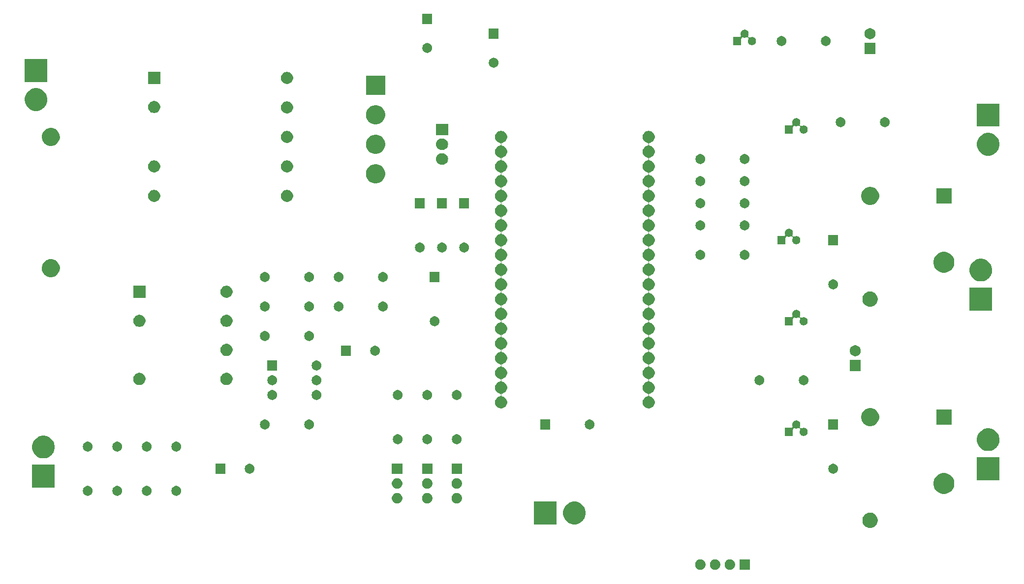
<source format=gbr>
G04 #@! TF.GenerationSoftware,KiCad,Pcbnew,(5.1.5)-3*
G04 #@! TF.CreationDate,2020-12-14T09:35:08+01:00*
G04 #@! TF.ProjectId,implantation finale,696d706c-616e-4746-9174-696f6e206669,rev?*
G04 #@! TF.SameCoordinates,Original*
G04 #@! TF.FileFunction,Soldermask,Bot*
G04 #@! TF.FilePolarity,Negative*
%FSLAX46Y46*%
G04 Gerber Fmt 4.6, Leading zero omitted, Abs format (unit mm)*
G04 Created by KiCad (PCBNEW (5.1.5)-3) date 2020-12-14 09:35:08*
%MOMM*%
%LPD*%
G04 APERTURE LIST*
%ADD10C,0.100000*%
G04 APERTURE END LIST*
D10*
G36*
X151288369Y-150242850D02*
G01*
X151392812Y-150263624D01*
X151556784Y-150331544D01*
X151704354Y-150430147D01*
X151829853Y-150555646D01*
X151928456Y-150703216D01*
X151996376Y-150867188D01*
X152031000Y-151041259D01*
X152031000Y-151218741D01*
X151996376Y-151392812D01*
X151928456Y-151556784D01*
X151829853Y-151704354D01*
X151704354Y-151829853D01*
X151556784Y-151928456D01*
X151392812Y-151996376D01*
X151288369Y-152017150D01*
X151218743Y-152031000D01*
X151041257Y-152031000D01*
X150971631Y-152017150D01*
X150867188Y-151996376D01*
X150703216Y-151928456D01*
X150555646Y-151829853D01*
X150430147Y-151704354D01*
X150331544Y-151556784D01*
X150263624Y-151392812D01*
X150229000Y-151218741D01*
X150229000Y-151041259D01*
X150263624Y-150867188D01*
X150331544Y-150703216D01*
X150430147Y-150555646D01*
X150555646Y-150430147D01*
X150703216Y-150331544D01*
X150867188Y-150263624D01*
X150971631Y-150242850D01*
X151041257Y-150229000D01*
X151218743Y-150229000D01*
X151288369Y-150242850D01*
G37*
G36*
X156368369Y-150242850D02*
G01*
X156472812Y-150263624D01*
X156636784Y-150331544D01*
X156784354Y-150430147D01*
X156909853Y-150555646D01*
X157008456Y-150703216D01*
X157076376Y-150867188D01*
X157111000Y-151041259D01*
X157111000Y-151218741D01*
X157076376Y-151392812D01*
X157008456Y-151556784D01*
X156909853Y-151704354D01*
X156784354Y-151829853D01*
X156636784Y-151928456D01*
X156472812Y-151996376D01*
X156368369Y-152017150D01*
X156298743Y-152031000D01*
X156121257Y-152031000D01*
X156051631Y-152017150D01*
X155947188Y-151996376D01*
X155783216Y-151928456D01*
X155635646Y-151829853D01*
X155510147Y-151704354D01*
X155411544Y-151556784D01*
X155343624Y-151392812D01*
X155309000Y-151218741D01*
X155309000Y-151041259D01*
X155343624Y-150867188D01*
X155411544Y-150703216D01*
X155510147Y-150555646D01*
X155635646Y-150430147D01*
X155783216Y-150331544D01*
X155947188Y-150263624D01*
X156051631Y-150242850D01*
X156121257Y-150229000D01*
X156298743Y-150229000D01*
X156368369Y-150242850D01*
G37*
G36*
X159651000Y-152031000D02*
G01*
X157849000Y-152031000D01*
X157849000Y-150229000D01*
X159651000Y-150229000D01*
X159651000Y-152031000D01*
G37*
G36*
X153828369Y-150242850D02*
G01*
X153932812Y-150263624D01*
X154096784Y-150331544D01*
X154244354Y-150430147D01*
X154369853Y-150555646D01*
X154468456Y-150703216D01*
X154536376Y-150867188D01*
X154571000Y-151041259D01*
X154571000Y-151218741D01*
X154536376Y-151392812D01*
X154468456Y-151556784D01*
X154369853Y-151704354D01*
X154244354Y-151829853D01*
X154096784Y-151928456D01*
X153932812Y-151996376D01*
X153828369Y-152017150D01*
X153758743Y-152031000D01*
X153581257Y-152031000D01*
X153511631Y-152017150D01*
X153407188Y-151996376D01*
X153243216Y-151928456D01*
X153095646Y-151829853D01*
X152970147Y-151704354D01*
X152871544Y-151556784D01*
X152803624Y-151392812D01*
X152769000Y-151218741D01*
X152769000Y-151041259D01*
X152803624Y-150867188D01*
X152871544Y-150703216D01*
X152970147Y-150555646D01*
X153095646Y-150430147D01*
X153243216Y-150331544D01*
X153407188Y-150263624D01*
X153511631Y-150242850D01*
X153581257Y-150229000D01*
X153758743Y-150229000D01*
X153828369Y-150242850D01*
G37*
G36*
X180597715Y-142214383D02*
G01*
X180725322Y-142239765D01*
X180965728Y-142339345D01*
X180965730Y-142339346D01*
X181020002Y-142375609D01*
X181182089Y-142483912D01*
X181366088Y-142667911D01*
X181510655Y-142884272D01*
X181610235Y-143124678D01*
X181661000Y-143379893D01*
X181661000Y-143640107D01*
X181610235Y-143895322D01*
X181510655Y-144135728D01*
X181366088Y-144352089D01*
X181182089Y-144536088D01*
X181020002Y-144644391D01*
X180965730Y-144680654D01*
X180965729Y-144680655D01*
X180965728Y-144680655D01*
X180725322Y-144780235D01*
X180597715Y-144805617D01*
X180470108Y-144831000D01*
X180209892Y-144831000D01*
X180082285Y-144805617D01*
X179954678Y-144780235D01*
X179714272Y-144680655D01*
X179714271Y-144680655D01*
X179714270Y-144680654D01*
X179659998Y-144644391D01*
X179497911Y-144536088D01*
X179313912Y-144352089D01*
X179169345Y-144135728D01*
X179069765Y-143895322D01*
X179019000Y-143640107D01*
X179019000Y-143379893D01*
X179069765Y-143124678D01*
X179169345Y-142884272D01*
X179313912Y-142667911D01*
X179497911Y-142483912D01*
X179659998Y-142375609D01*
X179714270Y-142339346D01*
X179714272Y-142339345D01*
X179954678Y-142239765D01*
X180082285Y-142214383D01*
X180209892Y-142189000D01*
X180470108Y-142189000D01*
X180597715Y-142214383D01*
G37*
G36*
X130029083Y-140363975D02*
G01*
X130029085Y-140363976D01*
X130029086Y-140363976D01*
X130384145Y-140511046D01*
X130703690Y-140724559D01*
X130975441Y-140996310D01*
X131188954Y-141315855D01*
X131188954Y-141315856D01*
X131336025Y-141670917D01*
X131411000Y-142047841D01*
X131411000Y-142432159D01*
X131400706Y-142483912D01*
X131336024Y-142809086D01*
X131188954Y-143164145D01*
X130975441Y-143483690D01*
X130703690Y-143755441D01*
X130384145Y-143968954D01*
X130029086Y-144116024D01*
X130029085Y-144116024D01*
X130029083Y-144116025D01*
X129652159Y-144191000D01*
X129267841Y-144191000D01*
X128890917Y-144116025D01*
X128890915Y-144116024D01*
X128890914Y-144116024D01*
X128535855Y-143968954D01*
X128216310Y-143755441D01*
X127944559Y-143483690D01*
X127731046Y-143164145D01*
X127583976Y-142809086D01*
X127519295Y-142483912D01*
X127509000Y-142432159D01*
X127509000Y-142047841D01*
X127583975Y-141670917D01*
X127731046Y-141315856D01*
X127731046Y-141315855D01*
X127944559Y-140996310D01*
X128216310Y-140724559D01*
X128535855Y-140511046D01*
X128890914Y-140363976D01*
X128890915Y-140363976D01*
X128890917Y-140363975D01*
X129267841Y-140289000D01*
X129652159Y-140289000D01*
X130029083Y-140363975D01*
G37*
G36*
X126411000Y-144191000D02*
G01*
X122509000Y-144191000D01*
X122509000Y-140289000D01*
X126411000Y-140289000D01*
X126411000Y-144191000D01*
G37*
G36*
X109378369Y-138812850D02*
G01*
X109482812Y-138833624D01*
X109646784Y-138901544D01*
X109794354Y-139000147D01*
X109919853Y-139125646D01*
X110018456Y-139273216D01*
X110086376Y-139437188D01*
X110121000Y-139611259D01*
X110121000Y-139788741D01*
X110086376Y-139962812D01*
X110018456Y-140126784D01*
X109919853Y-140274354D01*
X109794354Y-140399853D01*
X109646784Y-140498456D01*
X109482812Y-140566376D01*
X109378369Y-140587150D01*
X109308743Y-140601000D01*
X109131257Y-140601000D01*
X109061631Y-140587150D01*
X108957188Y-140566376D01*
X108793216Y-140498456D01*
X108645646Y-140399853D01*
X108520147Y-140274354D01*
X108421544Y-140126784D01*
X108353624Y-139962812D01*
X108319000Y-139788741D01*
X108319000Y-139611259D01*
X108353624Y-139437188D01*
X108421544Y-139273216D01*
X108520147Y-139125646D01*
X108645646Y-139000147D01*
X108793216Y-138901544D01*
X108957188Y-138833624D01*
X109061631Y-138812850D01*
X109131257Y-138799000D01*
X109308743Y-138799000D01*
X109378369Y-138812850D01*
G37*
G36*
X99113370Y-138812850D02*
G01*
X99217813Y-138833624D01*
X99381785Y-138901544D01*
X99529355Y-139000147D01*
X99654854Y-139125646D01*
X99753457Y-139273216D01*
X99821377Y-139437188D01*
X99856001Y-139611259D01*
X99856001Y-139788741D01*
X99821377Y-139962812D01*
X99753457Y-140126784D01*
X99654854Y-140274354D01*
X99529355Y-140399853D01*
X99381785Y-140498456D01*
X99217813Y-140566376D01*
X99113370Y-140587150D01*
X99043744Y-140601000D01*
X98866258Y-140601000D01*
X98796632Y-140587150D01*
X98692189Y-140566376D01*
X98528217Y-140498456D01*
X98380647Y-140399853D01*
X98255148Y-140274354D01*
X98156545Y-140126784D01*
X98088625Y-139962812D01*
X98054001Y-139788741D01*
X98054001Y-139611259D01*
X98088625Y-139437188D01*
X98156545Y-139273216D01*
X98255148Y-139125646D01*
X98380647Y-139000147D01*
X98528217Y-138901544D01*
X98692189Y-138833624D01*
X98796632Y-138812850D01*
X98866258Y-138799000D01*
X99043744Y-138799000D01*
X99113370Y-138812850D01*
G37*
G36*
X104298369Y-138812850D02*
G01*
X104402812Y-138833624D01*
X104566784Y-138901544D01*
X104714354Y-139000147D01*
X104839853Y-139125646D01*
X104938456Y-139273216D01*
X105006376Y-139437188D01*
X105041000Y-139611259D01*
X105041000Y-139788741D01*
X105006376Y-139962812D01*
X104938456Y-140126784D01*
X104839853Y-140274354D01*
X104714354Y-140399853D01*
X104566784Y-140498456D01*
X104402812Y-140566376D01*
X104298369Y-140587150D01*
X104228743Y-140601000D01*
X104051257Y-140601000D01*
X103981631Y-140587150D01*
X103877188Y-140566376D01*
X103713216Y-140498456D01*
X103565646Y-140399853D01*
X103440147Y-140274354D01*
X103341544Y-140126784D01*
X103273624Y-139962812D01*
X103239000Y-139788741D01*
X103239000Y-139611259D01*
X103273624Y-139437188D01*
X103341544Y-139273216D01*
X103440147Y-139125646D01*
X103565646Y-139000147D01*
X103713216Y-138901544D01*
X103877188Y-138833624D01*
X103981631Y-138812850D01*
X104051257Y-138799000D01*
X104228743Y-138799000D01*
X104298369Y-138812850D01*
G37*
G36*
X61076698Y-137585541D02*
G01*
X61208228Y-137611703D01*
X61363100Y-137675853D01*
X61502481Y-137768985D01*
X61621015Y-137887519D01*
X61714147Y-138026900D01*
X61778297Y-138181772D01*
X61811000Y-138346184D01*
X61811000Y-138513816D01*
X61778297Y-138678228D01*
X61714147Y-138833100D01*
X61621015Y-138972481D01*
X61502481Y-139091015D01*
X61363100Y-139184147D01*
X61208228Y-139248297D01*
X61082939Y-139273218D01*
X61043817Y-139281000D01*
X60876183Y-139281000D01*
X60837061Y-139273218D01*
X60711772Y-139248297D01*
X60556900Y-139184147D01*
X60417519Y-139091015D01*
X60298985Y-138972481D01*
X60205853Y-138833100D01*
X60141703Y-138678228D01*
X60109000Y-138513816D01*
X60109000Y-138346184D01*
X60141703Y-138181772D01*
X60205853Y-138026900D01*
X60298985Y-137887519D01*
X60417519Y-137768985D01*
X60556900Y-137675853D01*
X60711772Y-137611703D01*
X60843302Y-137585541D01*
X60876183Y-137579000D01*
X61043817Y-137579000D01*
X61076698Y-137585541D01*
G37*
G36*
X50916698Y-137585541D02*
G01*
X51048228Y-137611703D01*
X51203100Y-137675853D01*
X51342481Y-137768985D01*
X51461015Y-137887519D01*
X51554147Y-138026900D01*
X51618297Y-138181772D01*
X51651000Y-138346184D01*
X51651000Y-138513816D01*
X51618297Y-138678228D01*
X51554147Y-138833100D01*
X51461015Y-138972481D01*
X51342481Y-139091015D01*
X51203100Y-139184147D01*
X51048228Y-139248297D01*
X50922939Y-139273218D01*
X50883817Y-139281000D01*
X50716183Y-139281000D01*
X50677061Y-139273218D01*
X50551772Y-139248297D01*
X50396900Y-139184147D01*
X50257519Y-139091015D01*
X50138985Y-138972481D01*
X50045853Y-138833100D01*
X49981703Y-138678228D01*
X49949000Y-138513816D01*
X49949000Y-138346184D01*
X49981703Y-138181772D01*
X50045853Y-138026900D01*
X50138985Y-137887519D01*
X50257519Y-137768985D01*
X50396900Y-137675853D01*
X50551772Y-137611703D01*
X50683302Y-137585541D01*
X50716183Y-137579000D01*
X50883817Y-137579000D01*
X50916698Y-137585541D01*
G37*
G36*
X45836698Y-137585541D02*
G01*
X45968228Y-137611703D01*
X46123100Y-137675853D01*
X46262481Y-137768985D01*
X46381015Y-137887519D01*
X46474147Y-138026900D01*
X46538297Y-138181772D01*
X46571000Y-138346184D01*
X46571000Y-138513816D01*
X46538297Y-138678228D01*
X46474147Y-138833100D01*
X46381015Y-138972481D01*
X46262481Y-139091015D01*
X46123100Y-139184147D01*
X45968228Y-139248297D01*
X45842939Y-139273218D01*
X45803817Y-139281000D01*
X45636183Y-139281000D01*
X45597061Y-139273218D01*
X45471772Y-139248297D01*
X45316900Y-139184147D01*
X45177519Y-139091015D01*
X45058985Y-138972481D01*
X44965853Y-138833100D01*
X44901703Y-138678228D01*
X44869000Y-138513816D01*
X44869000Y-138346184D01*
X44901703Y-138181772D01*
X44965853Y-138026900D01*
X45058985Y-137887519D01*
X45177519Y-137768985D01*
X45316900Y-137675853D01*
X45471772Y-137611703D01*
X45603302Y-137585541D01*
X45636183Y-137579000D01*
X45803817Y-137579000D01*
X45836698Y-137585541D01*
G37*
G36*
X55996698Y-137585541D02*
G01*
X56128228Y-137611703D01*
X56283100Y-137675853D01*
X56422481Y-137768985D01*
X56541015Y-137887519D01*
X56634147Y-138026900D01*
X56698297Y-138181772D01*
X56731000Y-138346184D01*
X56731000Y-138513816D01*
X56698297Y-138678228D01*
X56634147Y-138833100D01*
X56541015Y-138972481D01*
X56422481Y-139091015D01*
X56283100Y-139184147D01*
X56128228Y-139248297D01*
X56002939Y-139273218D01*
X55963817Y-139281000D01*
X55796183Y-139281000D01*
X55757061Y-139273218D01*
X55631772Y-139248297D01*
X55476900Y-139184147D01*
X55337519Y-139091015D01*
X55218985Y-138972481D01*
X55125853Y-138833100D01*
X55061703Y-138678228D01*
X55029000Y-138513816D01*
X55029000Y-138346184D01*
X55061703Y-138181772D01*
X55125853Y-138026900D01*
X55218985Y-137887519D01*
X55337519Y-137768985D01*
X55476900Y-137675853D01*
X55631772Y-137611703D01*
X55763302Y-137585541D01*
X55796183Y-137579000D01*
X55963817Y-137579000D01*
X55996698Y-137585541D01*
G37*
G36*
X193565332Y-135428211D02*
G01*
X193893091Y-135563973D01*
X194188072Y-135761073D01*
X194438927Y-136011928D01*
X194636027Y-136306909D01*
X194771789Y-136634668D01*
X194841000Y-136982616D01*
X194841000Y-137337384D01*
X194771789Y-137685332D01*
X194636027Y-138013091D01*
X194438927Y-138308072D01*
X194188072Y-138558927D01*
X193893091Y-138756027D01*
X193565332Y-138891789D01*
X193217384Y-138961000D01*
X192862616Y-138961000D01*
X192514668Y-138891789D01*
X192186909Y-138756027D01*
X191891928Y-138558927D01*
X191641073Y-138308072D01*
X191443973Y-138013091D01*
X191308211Y-137685332D01*
X191239000Y-137337384D01*
X191239000Y-136982616D01*
X191308211Y-136634668D01*
X191443973Y-136306909D01*
X191641073Y-136011928D01*
X191891928Y-135761073D01*
X192186909Y-135563973D01*
X192514668Y-135428211D01*
X192862616Y-135359000D01*
X193217384Y-135359000D01*
X193565332Y-135428211D01*
G37*
G36*
X104298369Y-136272850D02*
G01*
X104402812Y-136293624D01*
X104566784Y-136361544D01*
X104714354Y-136460147D01*
X104839853Y-136585646D01*
X104938456Y-136733216D01*
X105006376Y-136897188D01*
X105041000Y-137071259D01*
X105041000Y-137248741D01*
X105006376Y-137422812D01*
X104938456Y-137586784D01*
X104839853Y-137734354D01*
X104714354Y-137859853D01*
X104566784Y-137958456D01*
X104402812Y-138026376D01*
X104298369Y-138047150D01*
X104228743Y-138061000D01*
X104051257Y-138061000D01*
X103981631Y-138047150D01*
X103877188Y-138026376D01*
X103713216Y-137958456D01*
X103565646Y-137859853D01*
X103440147Y-137734354D01*
X103341544Y-137586784D01*
X103273624Y-137422812D01*
X103239000Y-137248741D01*
X103239000Y-137071259D01*
X103273624Y-136897188D01*
X103341544Y-136733216D01*
X103440147Y-136585646D01*
X103565646Y-136460147D01*
X103713216Y-136361544D01*
X103877188Y-136293624D01*
X103981631Y-136272850D01*
X104051257Y-136259000D01*
X104228743Y-136259000D01*
X104298369Y-136272850D01*
G37*
G36*
X99113370Y-136272850D02*
G01*
X99217813Y-136293624D01*
X99381785Y-136361544D01*
X99529355Y-136460147D01*
X99654854Y-136585646D01*
X99753457Y-136733216D01*
X99821377Y-136897188D01*
X99856001Y-137071259D01*
X99856001Y-137248741D01*
X99821377Y-137422812D01*
X99753457Y-137586784D01*
X99654854Y-137734354D01*
X99529355Y-137859853D01*
X99381785Y-137958456D01*
X99217813Y-138026376D01*
X99113370Y-138047150D01*
X99043744Y-138061000D01*
X98866258Y-138061000D01*
X98796632Y-138047150D01*
X98692189Y-138026376D01*
X98528217Y-137958456D01*
X98380647Y-137859853D01*
X98255148Y-137734354D01*
X98156545Y-137586784D01*
X98088625Y-137422812D01*
X98054001Y-137248741D01*
X98054001Y-137071259D01*
X98088625Y-136897188D01*
X98156545Y-136733216D01*
X98255148Y-136585646D01*
X98380647Y-136460147D01*
X98528217Y-136361544D01*
X98692189Y-136293624D01*
X98796632Y-136272850D01*
X98866258Y-136259000D01*
X99043744Y-136259000D01*
X99113370Y-136272850D01*
G37*
G36*
X109378369Y-136272850D02*
G01*
X109482812Y-136293624D01*
X109646784Y-136361544D01*
X109794354Y-136460147D01*
X109919853Y-136585646D01*
X110018456Y-136733216D01*
X110086376Y-136897188D01*
X110121000Y-137071259D01*
X110121000Y-137248741D01*
X110086376Y-137422812D01*
X110018456Y-137586784D01*
X109919853Y-137734354D01*
X109794354Y-137859853D01*
X109646784Y-137958456D01*
X109482812Y-138026376D01*
X109378369Y-138047150D01*
X109308743Y-138061000D01*
X109131257Y-138061000D01*
X109061631Y-138047150D01*
X108957188Y-138026376D01*
X108793216Y-137958456D01*
X108645646Y-137859853D01*
X108520147Y-137734354D01*
X108421544Y-137586784D01*
X108353624Y-137422812D01*
X108319000Y-137248741D01*
X108319000Y-137071259D01*
X108353624Y-136897188D01*
X108421544Y-136733216D01*
X108520147Y-136585646D01*
X108645646Y-136460147D01*
X108793216Y-136361544D01*
X108957188Y-136293624D01*
X109061631Y-136272850D01*
X109131257Y-136259000D01*
X109308743Y-136259000D01*
X109378369Y-136272850D01*
G37*
G36*
X40051000Y-137841000D02*
G01*
X36149000Y-137841000D01*
X36149000Y-133939000D01*
X40051000Y-133939000D01*
X40051000Y-137841000D01*
G37*
G36*
X202611000Y-136571000D02*
G01*
X198709000Y-136571000D01*
X198709000Y-132669000D01*
X202611000Y-132669000D01*
X202611000Y-136571000D01*
G37*
G36*
X105041000Y-135521000D02*
G01*
X103239000Y-135521000D01*
X103239000Y-133719000D01*
X105041000Y-133719000D01*
X105041000Y-135521000D01*
G37*
G36*
X110121000Y-135521000D02*
G01*
X108319000Y-135521000D01*
X108319000Y-133719000D01*
X110121000Y-133719000D01*
X110121000Y-135521000D01*
G37*
G36*
X99856001Y-135521000D02*
G01*
X98054001Y-135521000D01*
X98054001Y-133719000D01*
X99856001Y-133719000D01*
X99856001Y-135521000D01*
G37*
G36*
X69431000Y-135471000D02*
G01*
X67729000Y-135471000D01*
X67729000Y-133769000D01*
X69431000Y-133769000D01*
X69431000Y-135471000D01*
G37*
G36*
X73696698Y-133775541D02*
G01*
X73828228Y-133801703D01*
X73983100Y-133865853D01*
X74122481Y-133958985D01*
X74241015Y-134077519D01*
X74334147Y-134216900D01*
X74398297Y-134371772D01*
X74431000Y-134536184D01*
X74431000Y-134703816D01*
X74398297Y-134868228D01*
X74334147Y-135023100D01*
X74241015Y-135162481D01*
X74122481Y-135281015D01*
X73983100Y-135374147D01*
X73828228Y-135438297D01*
X73696698Y-135464459D01*
X73663817Y-135471000D01*
X73496183Y-135471000D01*
X73463302Y-135464459D01*
X73331772Y-135438297D01*
X73176900Y-135374147D01*
X73037519Y-135281015D01*
X72918985Y-135162481D01*
X72825853Y-135023100D01*
X72761703Y-134868228D01*
X72729000Y-134703816D01*
X72729000Y-134536184D01*
X72761703Y-134371772D01*
X72825853Y-134216900D01*
X72918985Y-134077519D01*
X73037519Y-133958985D01*
X73176900Y-133865853D01*
X73331772Y-133801703D01*
X73463302Y-133775541D01*
X73496183Y-133769000D01*
X73663817Y-133769000D01*
X73696698Y-133775541D01*
G37*
G36*
X174106698Y-133775541D02*
G01*
X174238228Y-133801703D01*
X174393100Y-133865853D01*
X174532481Y-133958985D01*
X174651015Y-134077519D01*
X174744147Y-134216900D01*
X174808297Y-134371772D01*
X174841000Y-134536184D01*
X174841000Y-134703816D01*
X174808297Y-134868228D01*
X174744147Y-135023100D01*
X174651015Y-135162481D01*
X174532481Y-135281015D01*
X174393100Y-135374147D01*
X174238228Y-135438297D01*
X174106698Y-135464459D01*
X174073817Y-135471000D01*
X173906183Y-135471000D01*
X173873302Y-135464459D01*
X173741772Y-135438297D01*
X173586900Y-135374147D01*
X173447519Y-135281015D01*
X173328985Y-135162481D01*
X173235853Y-135023100D01*
X173171703Y-134868228D01*
X173139000Y-134703816D01*
X173139000Y-134536184D01*
X173171703Y-134371772D01*
X173235853Y-134216900D01*
X173328985Y-134077519D01*
X173447519Y-133958985D01*
X173586900Y-133865853D01*
X173741772Y-133801703D01*
X173873302Y-133775541D01*
X173906183Y-133769000D01*
X174073817Y-133769000D01*
X174106698Y-133775541D01*
G37*
G36*
X38669083Y-129013975D02*
G01*
X38669085Y-129013976D01*
X38669086Y-129013976D01*
X39024145Y-129161046D01*
X39343690Y-129374559D01*
X39615441Y-129646310D01*
X39828954Y-129965855D01*
X39921418Y-130189083D01*
X39976025Y-130320917D01*
X40051000Y-130697841D01*
X40051000Y-131082159D01*
X40040402Y-131135441D01*
X39976024Y-131459086D01*
X39828954Y-131814145D01*
X39615441Y-132133690D01*
X39343690Y-132405441D01*
X39024145Y-132618954D01*
X38669086Y-132766024D01*
X38669085Y-132766024D01*
X38669083Y-132766025D01*
X38292159Y-132841000D01*
X37907841Y-132841000D01*
X37530917Y-132766025D01*
X37530915Y-132766024D01*
X37530914Y-132766024D01*
X37175855Y-132618954D01*
X36856310Y-132405441D01*
X36584559Y-132133690D01*
X36371046Y-131814145D01*
X36223976Y-131459086D01*
X36159599Y-131135441D01*
X36149000Y-131082159D01*
X36149000Y-130697841D01*
X36223975Y-130320917D01*
X36278582Y-130189083D01*
X36371046Y-129965855D01*
X36584559Y-129646310D01*
X36856310Y-129374559D01*
X37175855Y-129161046D01*
X37530914Y-129013976D01*
X37530915Y-129013976D01*
X37530917Y-129013975D01*
X37907841Y-128939000D01*
X38292159Y-128939000D01*
X38669083Y-129013975D01*
G37*
G36*
X45836698Y-129965541D02*
G01*
X45968228Y-129991703D01*
X46123100Y-130055853D01*
X46262481Y-130148985D01*
X46381015Y-130267519D01*
X46474147Y-130406900D01*
X46538297Y-130561772D01*
X46571000Y-130726184D01*
X46571000Y-130893816D01*
X46538297Y-131058228D01*
X46474147Y-131213100D01*
X46381015Y-131352481D01*
X46262481Y-131471015D01*
X46123100Y-131564147D01*
X45968228Y-131628297D01*
X45836698Y-131654459D01*
X45803817Y-131661000D01*
X45636183Y-131661000D01*
X45603302Y-131654459D01*
X45471772Y-131628297D01*
X45316900Y-131564147D01*
X45177519Y-131471015D01*
X45058985Y-131352481D01*
X44965853Y-131213100D01*
X44901703Y-131058228D01*
X44869000Y-130893816D01*
X44869000Y-130726184D01*
X44901703Y-130561772D01*
X44965853Y-130406900D01*
X45058985Y-130267519D01*
X45177519Y-130148985D01*
X45316900Y-130055853D01*
X45471772Y-129991703D01*
X45603302Y-129965541D01*
X45636183Y-129959000D01*
X45803817Y-129959000D01*
X45836698Y-129965541D01*
G37*
G36*
X61076698Y-129965541D02*
G01*
X61208228Y-129991703D01*
X61363100Y-130055853D01*
X61502481Y-130148985D01*
X61621015Y-130267519D01*
X61714147Y-130406900D01*
X61778297Y-130561772D01*
X61811000Y-130726184D01*
X61811000Y-130893816D01*
X61778297Y-131058228D01*
X61714147Y-131213100D01*
X61621015Y-131352481D01*
X61502481Y-131471015D01*
X61363100Y-131564147D01*
X61208228Y-131628297D01*
X61076698Y-131654459D01*
X61043817Y-131661000D01*
X60876183Y-131661000D01*
X60843302Y-131654459D01*
X60711772Y-131628297D01*
X60556900Y-131564147D01*
X60417519Y-131471015D01*
X60298985Y-131352481D01*
X60205853Y-131213100D01*
X60141703Y-131058228D01*
X60109000Y-130893816D01*
X60109000Y-130726184D01*
X60141703Y-130561772D01*
X60205853Y-130406900D01*
X60298985Y-130267519D01*
X60417519Y-130148985D01*
X60556900Y-130055853D01*
X60711772Y-129991703D01*
X60843302Y-129965541D01*
X60876183Y-129959000D01*
X61043817Y-129959000D01*
X61076698Y-129965541D01*
G37*
G36*
X55996698Y-129965541D02*
G01*
X56128228Y-129991703D01*
X56283100Y-130055853D01*
X56422481Y-130148985D01*
X56541015Y-130267519D01*
X56634147Y-130406900D01*
X56698297Y-130561772D01*
X56731000Y-130726184D01*
X56731000Y-130893816D01*
X56698297Y-131058228D01*
X56634147Y-131213100D01*
X56541015Y-131352481D01*
X56422481Y-131471015D01*
X56283100Y-131564147D01*
X56128228Y-131628297D01*
X55996698Y-131654459D01*
X55963817Y-131661000D01*
X55796183Y-131661000D01*
X55763302Y-131654459D01*
X55631772Y-131628297D01*
X55476900Y-131564147D01*
X55337519Y-131471015D01*
X55218985Y-131352481D01*
X55125853Y-131213100D01*
X55061703Y-131058228D01*
X55029000Y-130893816D01*
X55029000Y-130726184D01*
X55061703Y-130561772D01*
X55125853Y-130406900D01*
X55218985Y-130267519D01*
X55337519Y-130148985D01*
X55476900Y-130055853D01*
X55631772Y-129991703D01*
X55763302Y-129965541D01*
X55796183Y-129959000D01*
X55963817Y-129959000D01*
X55996698Y-129965541D01*
G37*
G36*
X50916698Y-129965541D02*
G01*
X51048228Y-129991703D01*
X51203100Y-130055853D01*
X51342481Y-130148985D01*
X51461015Y-130267519D01*
X51554147Y-130406900D01*
X51618297Y-130561772D01*
X51651000Y-130726184D01*
X51651000Y-130893816D01*
X51618297Y-131058228D01*
X51554147Y-131213100D01*
X51461015Y-131352481D01*
X51342481Y-131471015D01*
X51203100Y-131564147D01*
X51048228Y-131628297D01*
X50916698Y-131654459D01*
X50883817Y-131661000D01*
X50716183Y-131661000D01*
X50683302Y-131654459D01*
X50551772Y-131628297D01*
X50396900Y-131564147D01*
X50257519Y-131471015D01*
X50138985Y-131352481D01*
X50045853Y-131213100D01*
X49981703Y-131058228D01*
X49949000Y-130893816D01*
X49949000Y-130726184D01*
X49981703Y-130561772D01*
X50045853Y-130406900D01*
X50138985Y-130267519D01*
X50257519Y-130148985D01*
X50396900Y-130055853D01*
X50551772Y-129991703D01*
X50683302Y-129965541D01*
X50716183Y-129959000D01*
X50883817Y-129959000D01*
X50916698Y-129965541D01*
G37*
G36*
X201229083Y-127743975D02*
G01*
X201229085Y-127743976D01*
X201229086Y-127743976D01*
X201584145Y-127891046D01*
X201903690Y-128104559D01*
X202175441Y-128376310D01*
X202388954Y-128695855D01*
X202513907Y-128997519D01*
X202536025Y-129050917D01*
X202611000Y-129427841D01*
X202611000Y-129812159D01*
X202562526Y-130055855D01*
X202536024Y-130189086D01*
X202388954Y-130544145D01*
X202175441Y-130863690D01*
X201903690Y-131135441D01*
X201584145Y-131348954D01*
X201229086Y-131496024D01*
X201229085Y-131496024D01*
X201229083Y-131496025D01*
X200852159Y-131571000D01*
X200467841Y-131571000D01*
X200090917Y-131496025D01*
X200090915Y-131496024D01*
X200090914Y-131496024D01*
X199735855Y-131348954D01*
X199416310Y-131135441D01*
X199144559Y-130863690D01*
X198931046Y-130544145D01*
X198783976Y-130189086D01*
X198757475Y-130055855D01*
X198709000Y-129812159D01*
X198709000Y-129427841D01*
X198783975Y-129050917D01*
X198806093Y-128997519D01*
X198931046Y-128695855D01*
X199144559Y-128376310D01*
X199416310Y-128104559D01*
X199735855Y-127891046D01*
X200090914Y-127743976D01*
X200090915Y-127743976D01*
X200090917Y-127743975D01*
X200467841Y-127669000D01*
X200852159Y-127669000D01*
X201229083Y-127743975D01*
G37*
G36*
X99176698Y-128695541D02*
G01*
X99308228Y-128721703D01*
X99463100Y-128785853D01*
X99602481Y-128878985D01*
X99721015Y-128997519D01*
X99814147Y-129136900D01*
X99878297Y-129291772D01*
X99911000Y-129456184D01*
X99911000Y-129623816D01*
X99878297Y-129788228D01*
X99814147Y-129943100D01*
X99721015Y-130082481D01*
X99602481Y-130201015D01*
X99463100Y-130294147D01*
X99308228Y-130358297D01*
X99176698Y-130384459D01*
X99143817Y-130391000D01*
X98976183Y-130391000D01*
X98943302Y-130384459D01*
X98811772Y-130358297D01*
X98656900Y-130294147D01*
X98517519Y-130201015D01*
X98398985Y-130082481D01*
X98305853Y-129943100D01*
X98241703Y-129788228D01*
X98209000Y-129623816D01*
X98209000Y-129456184D01*
X98241703Y-129291772D01*
X98305853Y-129136900D01*
X98398985Y-128997519D01*
X98517519Y-128878985D01*
X98656900Y-128785853D01*
X98811772Y-128721703D01*
X98943302Y-128695541D01*
X98976183Y-128689000D01*
X99143817Y-128689000D01*
X99176698Y-128695541D01*
G37*
G36*
X104256698Y-128695541D02*
G01*
X104388228Y-128721703D01*
X104543100Y-128785853D01*
X104682481Y-128878985D01*
X104801015Y-128997519D01*
X104894147Y-129136900D01*
X104958297Y-129291772D01*
X104991000Y-129456184D01*
X104991000Y-129623816D01*
X104958297Y-129788228D01*
X104894147Y-129943100D01*
X104801015Y-130082481D01*
X104682481Y-130201015D01*
X104543100Y-130294147D01*
X104388228Y-130358297D01*
X104256698Y-130384459D01*
X104223817Y-130391000D01*
X104056183Y-130391000D01*
X104023302Y-130384459D01*
X103891772Y-130358297D01*
X103736900Y-130294147D01*
X103597519Y-130201015D01*
X103478985Y-130082481D01*
X103385853Y-129943100D01*
X103321703Y-129788228D01*
X103289000Y-129623816D01*
X103289000Y-129456184D01*
X103321703Y-129291772D01*
X103385853Y-129136900D01*
X103478985Y-128997519D01*
X103597519Y-128878985D01*
X103736900Y-128785853D01*
X103891772Y-128721703D01*
X104023302Y-128695541D01*
X104056183Y-128689000D01*
X104223817Y-128689000D01*
X104256698Y-128695541D01*
G37*
G36*
X109336698Y-128695541D02*
G01*
X109468228Y-128721703D01*
X109623100Y-128785853D01*
X109762481Y-128878985D01*
X109881015Y-128997519D01*
X109974147Y-129136900D01*
X110038297Y-129291772D01*
X110071000Y-129456184D01*
X110071000Y-129623816D01*
X110038297Y-129788228D01*
X109974147Y-129943100D01*
X109881015Y-130082481D01*
X109762481Y-130201015D01*
X109623100Y-130294147D01*
X109468228Y-130358297D01*
X109336698Y-130384459D01*
X109303817Y-130391000D01*
X109136183Y-130391000D01*
X109103302Y-130384459D01*
X108971772Y-130358297D01*
X108816900Y-130294147D01*
X108677519Y-130201015D01*
X108558985Y-130082481D01*
X108465853Y-129943100D01*
X108401703Y-129788228D01*
X108369000Y-129623816D01*
X108369000Y-129456184D01*
X108401703Y-129291772D01*
X108465853Y-129136900D01*
X108558985Y-128997519D01*
X108677519Y-128878985D01*
X108816900Y-128785853D01*
X108971772Y-128721703D01*
X109103302Y-128695541D01*
X109136183Y-128689000D01*
X109303817Y-128689000D01*
X109336698Y-128695541D01*
G37*
G36*
X167844474Y-126325939D02*
G01*
X167972050Y-126378783D01*
X168085334Y-126454477D01*
X168086862Y-126455498D01*
X168184502Y-126553138D01*
X168184504Y-126553141D01*
X168261217Y-126667950D01*
X168314061Y-126795526D01*
X168341000Y-126930957D01*
X168341000Y-127069043D01*
X168314061Y-127204474D01*
X168268222Y-127315139D01*
X168253996Y-127362037D01*
X168249192Y-127410810D01*
X168253996Y-127459582D01*
X168268222Y-127506480D01*
X168291325Y-127549702D01*
X168322416Y-127587586D01*
X168360300Y-127618676D01*
X168403521Y-127641778D01*
X168450419Y-127656004D01*
X168499192Y-127660808D01*
X168547964Y-127656004D01*
X168594861Y-127641778D01*
X168705526Y-127595939D01*
X168840957Y-127569000D01*
X168979043Y-127569000D01*
X169114474Y-127595939D01*
X169146470Y-127609192D01*
X169242050Y-127648783D01*
X169279881Y-127674061D01*
X169356862Y-127725498D01*
X169454502Y-127823138D01*
X169531218Y-127937952D01*
X169584061Y-128065526D01*
X169611000Y-128200958D01*
X169611000Y-128339042D01*
X169584061Y-128474474D01*
X169531218Y-128602048D01*
X169454502Y-128716862D01*
X169356862Y-128814502D01*
X169356859Y-128814504D01*
X169242050Y-128891217D01*
X169114474Y-128944061D01*
X168979043Y-128971000D01*
X168840957Y-128971000D01*
X168705526Y-128944061D01*
X168577950Y-128891217D01*
X168463141Y-128814504D01*
X168463138Y-128814502D01*
X168365498Y-128716862D01*
X168288782Y-128602048D01*
X168235939Y-128474474D01*
X168209000Y-128339042D01*
X168209000Y-128200958D01*
X168235939Y-128065526D01*
X168281778Y-127954861D01*
X168296004Y-127907963D01*
X168300808Y-127859190D01*
X168296004Y-127810418D01*
X168281778Y-127763520D01*
X168258675Y-127720298D01*
X168227584Y-127682414D01*
X168189700Y-127651324D01*
X168146479Y-127628222D01*
X168099581Y-127613996D01*
X168050808Y-127609192D01*
X168002036Y-127613996D01*
X167955139Y-127628222D01*
X167844474Y-127674061D01*
X167709043Y-127701000D01*
X167570957Y-127701000D01*
X167537100Y-127694265D01*
X167435526Y-127674061D01*
X167416661Y-127666247D01*
X167369770Y-127652023D01*
X167320997Y-127647220D01*
X167272225Y-127652024D01*
X167225327Y-127666251D01*
X167182105Y-127689353D01*
X167144222Y-127720444D01*
X167113131Y-127758329D01*
X167090029Y-127801550D01*
X167075803Y-127848448D01*
X167071000Y-127897219D01*
X167071000Y-128971000D01*
X165669000Y-128971000D01*
X165669000Y-127569000D01*
X166742781Y-127569000D01*
X166791553Y-127564196D01*
X166838451Y-127549970D01*
X166881673Y-127526868D01*
X166919557Y-127495777D01*
X166950648Y-127457893D01*
X166973750Y-127414671D01*
X166987976Y-127367773D01*
X166992780Y-127319001D01*
X166987976Y-127270229D01*
X166973753Y-127223339D01*
X166965939Y-127204474D01*
X166939000Y-127069042D01*
X166939000Y-126930958D01*
X166965939Y-126795526D01*
X167018782Y-126667952D01*
X167095498Y-126553138D01*
X167193138Y-126455498D01*
X167194666Y-126454477D01*
X167307950Y-126378783D01*
X167435526Y-126325939D01*
X167570957Y-126299000D01*
X167709043Y-126299000D01*
X167844474Y-126325939D01*
G37*
G36*
X132196698Y-126155541D02*
G01*
X132328228Y-126181703D01*
X132483100Y-126245853D01*
X132622481Y-126338985D01*
X132741015Y-126457519D01*
X132834147Y-126596900D01*
X132898297Y-126751772D01*
X132931000Y-126916184D01*
X132931000Y-127083816D01*
X132898297Y-127248228D01*
X132834147Y-127403100D01*
X132741015Y-127542481D01*
X132622481Y-127661015D01*
X132483100Y-127754147D01*
X132328228Y-127818297D01*
X132196698Y-127844459D01*
X132163817Y-127851000D01*
X131996183Y-127851000D01*
X131963302Y-127844459D01*
X131831772Y-127818297D01*
X131676900Y-127754147D01*
X131537519Y-127661015D01*
X131418985Y-127542481D01*
X131325853Y-127403100D01*
X131261703Y-127248228D01*
X131229000Y-127083816D01*
X131229000Y-126916184D01*
X131261703Y-126751772D01*
X131325853Y-126596900D01*
X131418985Y-126457519D01*
X131537519Y-126338985D01*
X131676900Y-126245853D01*
X131831772Y-126181703D01*
X131963302Y-126155541D01*
X131996183Y-126149000D01*
X132163817Y-126149000D01*
X132196698Y-126155541D01*
G37*
G36*
X125311000Y-127851000D02*
G01*
X123609000Y-127851000D01*
X123609000Y-126149000D01*
X125311000Y-126149000D01*
X125311000Y-127851000D01*
G37*
G36*
X83936698Y-126155541D02*
G01*
X84068228Y-126181703D01*
X84223100Y-126245853D01*
X84362481Y-126338985D01*
X84481015Y-126457519D01*
X84574147Y-126596900D01*
X84638297Y-126751772D01*
X84671000Y-126916184D01*
X84671000Y-127083816D01*
X84638297Y-127248228D01*
X84574147Y-127403100D01*
X84481015Y-127542481D01*
X84362481Y-127661015D01*
X84223100Y-127754147D01*
X84068228Y-127818297D01*
X83936698Y-127844459D01*
X83903817Y-127851000D01*
X83736183Y-127851000D01*
X83703302Y-127844459D01*
X83571772Y-127818297D01*
X83416900Y-127754147D01*
X83277519Y-127661015D01*
X83158985Y-127542481D01*
X83065853Y-127403100D01*
X83001703Y-127248228D01*
X82969000Y-127083816D01*
X82969000Y-126916184D01*
X83001703Y-126751772D01*
X83065853Y-126596900D01*
X83158985Y-126457519D01*
X83277519Y-126338985D01*
X83416900Y-126245853D01*
X83571772Y-126181703D01*
X83703302Y-126155541D01*
X83736183Y-126149000D01*
X83903817Y-126149000D01*
X83936698Y-126155541D01*
G37*
G36*
X76316698Y-126155541D02*
G01*
X76448228Y-126181703D01*
X76603100Y-126245853D01*
X76742481Y-126338985D01*
X76861015Y-126457519D01*
X76954147Y-126596900D01*
X77018297Y-126751772D01*
X77051000Y-126916184D01*
X77051000Y-127083816D01*
X77018297Y-127248228D01*
X76954147Y-127403100D01*
X76861015Y-127542481D01*
X76742481Y-127661015D01*
X76603100Y-127754147D01*
X76448228Y-127818297D01*
X76316698Y-127844459D01*
X76283817Y-127851000D01*
X76116183Y-127851000D01*
X76083302Y-127844459D01*
X75951772Y-127818297D01*
X75796900Y-127754147D01*
X75657519Y-127661015D01*
X75538985Y-127542481D01*
X75445853Y-127403100D01*
X75381703Y-127248228D01*
X75349000Y-127083816D01*
X75349000Y-126916184D01*
X75381703Y-126751772D01*
X75445853Y-126596900D01*
X75538985Y-126457519D01*
X75657519Y-126338985D01*
X75796900Y-126245853D01*
X75951772Y-126181703D01*
X76083302Y-126155541D01*
X76116183Y-126149000D01*
X76283817Y-126149000D01*
X76316698Y-126155541D01*
G37*
G36*
X174841000Y-127851000D02*
G01*
X173139000Y-127851000D01*
X173139000Y-126149000D01*
X174841000Y-126149000D01*
X174841000Y-127851000D01*
G37*
G36*
X180792410Y-124238604D02*
G01*
X181074674Y-124355521D01*
X181328705Y-124525259D01*
X181544741Y-124741295D01*
X181714479Y-124995326D01*
X181831396Y-125277590D01*
X181891000Y-125577240D01*
X181891000Y-125882760D01*
X181831396Y-126182410D01*
X181714479Y-126464674D01*
X181544741Y-126718705D01*
X181328705Y-126934741D01*
X181074674Y-127104479D01*
X180792410Y-127221396D01*
X180492761Y-127281000D01*
X180187239Y-127281000D01*
X179887590Y-127221396D01*
X179605326Y-127104479D01*
X179351295Y-126934741D01*
X179135259Y-126718705D01*
X178965521Y-126464674D01*
X178848604Y-126182410D01*
X178789000Y-125882760D01*
X178789000Y-125577240D01*
X178848604Y-125277590D01*
X178965521Y-124995326D01*
X179135259Y-124741295D01*
X179351295Y-124525259D01*
X179605326Y-124355521D01*
X179887590Y-124238604D01*
X180187239Y-124179000D01*
X180492761Y-124179000D01*
X180792410Y-124238604D01*
G37*
G36*
X194361000Y-127051000D02*
G01*
X191719000Y-127051000D01*
X191719000Y-124409000D01*
X194361000Y-124409000D01*
X194361000Y-127051000D01*
G37*
G36*
X117146565Y-76459389D02*
G01*
X117337836Y-76538616D01*
X117509973Y-76653634D01*
X117656366Y-76800027D01*
X117771384Y-76972164D01*
X117850611Y-77163435D01*
X117891000Y-77366485D01*
X117891000Y-77573515D01*
X117850611Y-77776565D01*
X117771384Y-77967836D01*
X117656366Y-78139973D01*
X117509973Y-78286366D01*
X117337836Y-78401384D01*
X117146565Y-78480611D01*
X117075205Y-78494805D01*
X117028307Y-78509031D01*
X116985086Y-78532134D01*
X116947202Y-78563224D01*
X116916111Y-78601108D01*
X116893009Y-78644330D01*
X116878783Y-78691228D01*
X116873979Y-78740000D01*
X116878783Y-78788773D01*
X116893009Y-78835671D01*
X116916112Y-78878892D01*
X116947202Y-78916776D01*
X116985086Y-78947867D01*
X117028308Y-78970969D01*
X117075205Y-78985195D01*
X117146565Y-78999389D01*
X117337836Y-79078616D01*
X117509973Y-79193634D01*
X117656366Y-79340027D01*
X117771384Y-79512164D01*
X117850611Y-79703435D01*
X117891000Y-79906485D01*
X117891000Y-80113515D01*
X117850611Y-80316565D01*
X117771384Y-80507836D01*
X117656366Y-80679973D01*
X117509973Y-80826366D01*
X117337836Y-80941384D01*
X117146565Y-81020611D01*
X117075205Y-81034805D01*
X117028307Y-81049031D01*
X116985086Y-81072134D01*
X116947202Y-81103224D01*
X116916111Y-81141108D01*
X116893009Y-81184330D01*
X116878783Y-81231228D01*
X116873979Y-81280000D01*
X116878783Y-81328773D01*
X116893009Y-81375671D01*
X116916112Y-81418892D01*
X116947202Y-81456776D01*
X116985086Y-81487867D01*
X117028308Y-81510969D01*
X117075205Y-81525195D01*
X117146565Y-81539389D01*
X117337836Y-81618616D01*
X117509973Y-81733634D01*
X117656366Y-81880027D01*
X117771384Y-82052164D01*
X117850611Y-82243435D01*
X117891000Y-82446485D01*
X117891000Y-82653515D01*
X117850611Y-82856565D01*
X117771384Y-83047836D01*
X117656366Y-83219973D01*
X117509973Y-83366366D01*
X117337836Y-83481384D01*
X117146565Y-83560611D01*
X117075205Y-83574805D01*
X117028307Y-83589031D01*
X116985086Y-83612134D01*
X116947202Y-83643224D01*
X116916111Y-83681108D01*
X116893009Y-83724330D01*
X116878783Y-83771228D01*
X116873979Y-83820000D01*
X116878783Y-83868773D01*
X116893009Y-83915671D01*
X116916112Y-83958892D01*
X116947202Y-83996776D01*
X116985086Y-84027867D01*
X117028308Y-84050969D01*
X117075205Y-84065195D01*
X117146565Y-84079389D01*
X117337836Y-84158616D01*
X117509973Y-84273634D01*
X117656366Y-84420027D01*
X117771384Y-84592164D01*
X117850611Y-84783435D01*
X117891000Y-84986485D01*
X117891000Y-85193515D01*
X117850611Y-85396565D01*
X117771384Y-85587836D01*
X117656366Y-85759973D01*
X117509973Y-85906366D01*
X117337836Y-86021384D01*
X117146565Y-86100611D01*
X117075205Y-86114805D01*
X117028307Y-86129031D01*
X116985086Y-86152134D01*
X116947202Y-86183224D01*
X116916111Y-86221108D01*
X116893009Y-86264330D01*
X116878783Y-86311228D01*
X116873979Y-86360000D01*
X116878783Y-86408773D01*
X116893009Y-86455671D01*
X116916112Y-86498892D01*
X116947202Y-86536776D01*
X116985086Y-86567867D01*
X117028308Y-86590969D01*
X117075205Y-86605195D01*
X117146565Y-86619389D01*
X117337836Y-86698616D01*
X117509973Y-86813634D01*
X117656366Y-86960027D01*
X117771384Y-87132164D01*
X117850611Y-87323435D01*
X117891000Y-87526485D01*
X117891000Y-87733515D01*
X117850611Y-87936565D01*
X117771384Y-88127836D01*
X117656366Y-88299973D01*
X117509973Y-88446366D01*
X117337836Y-88561384D01*
X117146565Y-88640611D01*
X117075205Y-88654805D01*
X117028307Y-88669031D01*
X116985086Y-88692134D01*
X116947202Y-88723224D01*
X116916111Y-88761108D01*
X116893009Y-88804330D01*
X116878783Y-88851228D01*
X116873979Y-88900000D01*
X116878783Y-88948773D01*
X116893009Y-88995671D01*
X116916112Y-89038892D01*
X116947202Y-89076776D01*
X116985086Y-89107867D01*
X117028308Y-89130969D01*
X117075205Y-89145195D01*
X117146565Y-89159389D01*
X117337836Y-89238616D01*
X117509973Y-89353634D01*
X117656366Y-89500027D01*
X117771384Y-89672164D01*
X117850611Y-89863435D01*
X117891000Y-90066485D01*
X117891000Y-90273515D01*
X117850611Y-90476565D01*
X117771384Y-90667836D01*
X117656366Y-90839973D01*
X117509973Y-90986366D01*
X117337836Y-91101384D01*
X117146565Y-91180611D01*
X117075205Y-91194805D01*
X117028307Y-91209031D01*
X116985086Y-91232134D01*
X116947202Y-91263224D01*
X116916111Y-91301108D01*
X116893009Y-91344330D01*
X116878783Y-91391228D01*
X116873979Y-91440000D01*
X116878783Y-91488773D01*
X116893009Y-91535671D01*
X116916112Y-91578892D01*
X116947202Y-91616776D01*
X116985086Y-91647867D01*
X117028308Y-91670969D01*
X117075205Y-91685195D01*
X117146565Y-91699389D01*
X117337836Y-91778616D01*
X117509973Y-91893634D01*
X117656366Y-92040027D01*
X117771384Y-92212164D01*
X117850611Y-92403435D01*
X117891000Y-92606485D01*
X117891000Y-92813515D01*
X117850611Y-93016565D01*
X117771384Y-93207836D01*
X117656366Y-93379973D01*
X117509973Y-93526366D01*
X117337836Y-93641384D01*
X117146565Y-93720611D01*
X117075205Y-93734805D01*
X117028307Y-93749031D01*
X116985086Y-93772134D01*
X116947202Y-93803224D01*
X116916111Y-93841108D01*
X116893009Y-93884330D01*
X116878783Y-93931228D01*
X116873979Y-93980000D01*
X116878783Y-94028773D01*
X116893009Y-94075671D01*
X116916112Y-94118892D01*
X116947202Y-94156776D01*
X116985086Y-94187867D01*
X117028308Y-94210969D01*
X117075205Y-94225195D01*
X117146565Y-94239389D01*
X117337836Y-94318616D01*
X117509973Y-94433634D01*
X117656366Y-94580027D01*
X117771384Y-94752164D01*
X117850611Y-94943435D01*
X117891000Y-95146485D01*
X117891000Y-95353515D01*
X117850611Y-95556565D01*
X117771384Y-95747836D01*
X117656366Y-95919973D01*
X117509973Y-96066366D01*
X117337836Y-96181384D01*
X117146565Y-96260611D01*
X117075205Y-96274805D01*
X117028307Y-96289031D01*
X116985086Y-96312134D01*
X116947202Y-96343224D01*
X116916111Y-96381108D01*
X116893009Y-96424330D01*
X116878783Y-96471228D01*
X116873979Y-96520000D01*
X116878783Y-96568773D01*
X116893009Y-96615671D01*
X116916112Y-96658892D01*
X116947202Y-96696776D01*
X116985086Y-96727867D01*
X117028308Y-96750969D01*
X117075205Y-96765195D01*
X117146565Y-96779389D01*
X117337836Y-96858616D01*
X117509973Y-96973634D01*
X117656366Y-97120027D01*
X117771384Y-97292164D01*
X117850611Y-97483435D01*
X117891000Y-97686485D01*
X117891000Y-97893515D01*
X117850611Y-98096565D01*
X117771384Y-98287836D01*
X117656366Y-98459973D01*
X117509973Y-98606366D01*
X117337836Y-98721384D01*
X117146565Y-98800611D01*
X117075205Y-98814805D01*
X117028307Y-98829031D01*
X116985086Y-98852134D01*
X116947202Y-98883224D01*
X116916111Y-98921108D01*
X116893009Y-98964330D01*
X116878783Y-99011228D01*
X116873979Y-99060000D01*
X116878783Y-99108773D01*
X116893009Y-99155671D01*
X116916112Y-99198892D01*
X116947202Y-99236776D01*
X116985086Y-99267867D01*
X117028308Y-99290969D01*
X117075205Y-99305195D01*
X117146565Y-99319389D01*
X117337836Y-99398616D01*
X117509973Y-99513634D01*
X117656366Y-99660027D01*
X117771384Y-99832164D01*
X117850611Y-100023435D01*
X117891000Y-100226485D01*
X117891000Y-100433515D01*
X117850611Y-100636565D01*
X117771384Y-100827836D01*
X117656366Y-100999973D01*
X117509973Y-101146366D01*
X117337836Y-101261384D01*
X117146565Y-101340611D01*
X117075205Y-101354805D01*
X117028307Y-101369031D01*
X116985086Y-101392134D01*
X116947202Y-101423224D01*
X116916111Y-101461108D01*
X116893009Y-101504330D01*
X116878783Y-101551228D01*
X116873979Y-101600000D01*
X116878783Y-101648773D01*
X116893009Y-101695671D01*
X116916112Y-101738892D01*
X116947202Y-101776776D01*
X116985086Y-101807867D01*
X117028308Y-101830969D01*
X117075205Y-101845195D01*
X117146565Y-101859389D01*
X117337836Y-101938616D01*
X117509973Y-102053634D01*
X117656366Y-102200027D01*
X117771384Y-102372164D01*
X117850611Y-102563435D01*
X117891000Y-102766485D01*
X117891000Y-102973515D01*
X117850611Y-103176565D01*
X117771384Y-103367836D01*
X117656366Y-103539973D01*
X117509973Y-103686366D01*
X117337836Y-103801384D01*
X117146565Y-103880611D01*
X117075205Y-103894805D01*
X117028307Y-103909031D01*
X116985086Y-103932134D01*
X116947202Y-103963224D01*
X116916111Y-104001108D01*
X116893009Y-104044330D01*
X116878783Y-104091228D01*
X116873979Y-104140000D01*
X116878783Y-104188773D01*
X116893009Y-104235671D01*
X116916112Y-104278892D01*
X116947202Y-104316776D01*
X116985086Y-104347867D01*
X117028308Y-104370969D01*
X117075205Y-104385195D01*
X117146565Y-104399389D01*
X117337836Y-104478616D01*
X117509973Y-104593634D01*
X117656366Y-104740027D01*
X117771384Y-104912164D01*
X117850611Y-105103435D01*
X117891000Y-105306485D01*
X117891000Y-105513515D01*
X117850611Y-105716565D01*
X117771384Y-105907836D01*
X117656366Y-106079973D01*
X117509973Y-106226366D01*
X117337836Y-106341384D01*
X117146565Y-106420611D01*
X117075205Y-106434805D01*
X117028307Y-106449031D01*
X116985086Y-106472134D01*
X116947202Y-106503224D01*
X116916111Y-106541108D01*
X116893009Y-106584330D01*
X116878783Y-106631228D01*
X116873979Y-106680000D01*
X116878783Y-106728773D01*
X116893009Y-106775671D01*
X116916112Y-106818892D01*
X116947202Y-106856776D01*
X116985086Y-106887867D01*
X117028308Y-106910969D01*
X117075205Y-106925195D01*
X117146565Y-106939389D01*
X117337836Y-107018616D01*
X117509973Y-107133634D01*
X117656366Y-107280027D01*
X117771384Y-107452164D01*
X117850611Y-107643435D01*
X117891000Y-107846485D01*
X117891000Y-108053515D01*
X117850611Y-108256565D01*
X117771384Y-108447836D01*
X117656366Y-108619973D01*
X117509973Y-108766366D01*
X117337836Y-108881384D01*
X117146565Y-108960611D01*
X117075205Y-108974805D01*
X117028307Y-108989031D01*
X116985086Y-109012134D01*
X116947202Y-109043224D01*
X116916111Y-109081108D01*
X116893009Y-109124330D01*
X116878783Y-109171228D01*
X116873979Y-109220000D01*
X116878783Y-109268773D01*
X116893009Y-109315671D01*
X116916112Y-109358892D01*
X116947202Y-109396776D01*
X116985086Y-109427867D01*
X117028308Y-109450969D01*
X117075205Y-109465195D01*
X117146565Y-109479389D01*
X117337836Y-109558616D01*
X117509973Y-109673634D01*
X117656366Y-109820027D01*
X117771384Y-109992164D01*
X117850611Y-110183435D01*
X117891000Y-110386485D01*
X117891000Y-110593515D01*
X117850611Y-110796565D01*
X117771384Y-110987836D01*
X117656366Y-111159973D01*
X117509973Y-111306366D01*
X117337836Y-111421384D01*
X117146565Y-111500611D01*
X117075205Y-111514805D01*
X117028307Y-111529031D01*
X116985086Y-111552134D01*
X116947202Y-111583224D01*
X116916111Y-111621108D01*
X116893009Y-111664330D01*
X116878783Y-111711228D01*
X116873979Y-111760000D01*
X116878783Y-111808773D01*
X116893009Y-111855671D01*
X116916112Y-111898892D01*
X116947202Y-111936776D01*
X116985086Y-111967867D01*
X117028308Y-111990969D01*
X117075205Y-112005195D01*
X117146565Y-112019389D01*
X117337836Y-112098616D01*
X117509973Y-112213634D01*
X117656366Y-112360027D01*
X117771384Y-112532164D01*
X117850611Y-112723435D01*
X117891000Y-112926485D01*
X117891000Y-113133515D01*
X117850611Y-113336565D01*
X117771384Y-113527836D01*
X117656366Y-113699973D01*
X117509973Y-113846366D01*
X117337836Y-113961384D01*
X117146565Y-114040611D01*
X117075205Y-114054805D01*
X117028307Y-114069031D01*
X116985086Y-114092134D01*
X116947202Y-114123224D01*
X116916111Y-114161108D01*
X116893009Y-114204330D01*
X116878783Y-114251228D01*
X116873979Y-114300000D01*
X116878783Y-114348773D01*
X116893009Y-114395671D01*
X116916112Y-114438892D01*
X116947202Y-114476776D01*
X116985086Y-114507867D01*
X117028308Y-114530969D01*
X117075205Y-114545195D01*
X117146565Y-114559389D01*
X117337836Y-114638616D01*
X117509973Y-114753634D01*
X117656366Y-114900027D01*
X117771384Y-115072164D01*
X117850611Y-115263435D01*
X117891000Y-115466485D01*
X117891000Y-115673515D01*
X117850611Y-115876565D01*
X117771384Y-116067836D01*
X117656366Y-116239973D01*
X117509973Y-116386366D01*
X117337836Y-116501384D01*
X117146565Y-116580611D01*
X117075205Y-116594805D01*
X117028307Y-116609031D01*
X116985086Y-116632134D01*
X116947202Y-116663224D01*
X116916111Y-116701108D01*
X116893009Y-116744330D01*
X116878783Y-116791228D01*
X116873979Y-116840000D01*
X116878783Y-116888773D01*
X116893009Y-116935671D01*
X116916112Y-116978892D01*
X116947202Y-117016776D01*
X116985086Y-117047867D01*
X117028308Y-117070969D01*
X117075205Y-117085195D01*
X117146565Y-117099389D01*
X117337836Y-117178616D01*
X117509973Y-117293634D01*
X117656366Y-117440027D01*
X117771384Y-117612164D01*
X117850611Y-117803435D01*
X117891000Y-118006485D01*
X117891000Y-118213515D01*
X117850611Y-118416565D01*
X117771384Y-118607836D01*
X117656366Y-118779973D01*
X117509973Y-118926366D01*
X117337836Y-119041384D01*
X117146565Y-119120611D01*
X117075205Y-119134805D01*
X117028307Y-119149031D01*
X116985086Y-119172134D01*
X116947202Y-119203224D01*
X116916111Y-119241108D01*
X116893009Y-119284330D01*
X116878783Y-119331228D01*
X116873979Y-119380000D01*
X116878783Y-119428773D01*
X116893009Y-119475671D01*
X116916112Y-119518892D01*
X116947202Y-119556776D01*
X116985086Y-119587867D01*
X117028308Y-119610969D01*
X117075205Y-119625195D01*
X117146565Y-119639389D01*
X117337836Y-119718616D01*
X117509973Y-119833634D01*
X117656366Y-119980027D01*
X117771384Y-120152164D01*
X117850611Y-120343435D01*
X117891000Y-120546485D01*
X117891000Y-120753515D01*
X117850611Y-120956565D01*
X117771384Y-121147836D01*
X117656366Y-121319973D01*
X117509973Y-121466366D01*
X117337836Y-121581384D01*
X117146565Y-121660611D01*
X117075205Y-121674805D01*
X117028307Y-121689031D01*
X116985086Y-121712134D01*
X116947202Y-121743224D01*
X116916111Y-121781108D01*
X116893009Y-121824330D01*
X116878783Y-121871228D01*
X116873979Y-121920000D01*
X116878783Y-121968773D01*
X116893009Y-122015671D01*
X116916112Y-122058892D01*
X116947202Y-122096776D01*
X116985086Y-122127867D01*
X117028308Y-122150969D01*
X117075205Y-122165195D01*
X117146565Y-122179389D01*
X117337836Y-122258616D01*
X117509973Y-122373634D01*
X117656366Y-122520027D01*
X117771384Y-122692164D01*
X117850611Y-122883435D01*
X117891000Y-123086485D01*
X117891000Y-123293515D01*
X117850611Y-123496565D01*
X117771384Y-123687836D01*
X117656366Y-123859973D01*
X117509973Y-124006366D01*
X117337836Y-124121384D01*
X117146565Y-124200611D01*
X116943515Y-124241000D01*
X116736485Y-124241000D01*
X116533435Y-124200611D01*
X116342164Y-124121384D01*
X116170027Y-124006366D01*
X116023634Y-123859973D01*
X115908616Y-123687836D01*
X115829389Y-123496565D01*
X115789000Y-123293515D01*
X115789000Y-123086485D01*
X115829389Y-122883435D01*
X115908616Y-122692164D01*
X116023634Y-122520027D01*
X116170027Y-122373634D01*
X116342164Y-122258616D01*
X116533435Y-122179389D01*
X116604795Y-122165195D01*
X116651693Y-122150969D01*
X116694914Y-122127866D01*
X116732798Y-122096776D01*
X116763889Y-122058892D01*
X116786991Y-122015670D01*
X116801217Y-121968772D01*
X116806021Y-121920000D01*
X116801217Y-121871227D01*
X116786991Y-121824329D01*
X116763888Y-121781108D01*
X116732798Y-121743224D01*
X116694914Y-121712133D01*
X116651692Y-121689031D01*
X116604795Y-121674805D01*
X116533435Y-121660611D01*
X116342164Y-121581384D01*
X116170027Y-121466366D01*
X116023634Y-121319973D01*
X115908616Y-121147836D01*
X115829389Y-120956565D01*
X115789000Y-120753515D01*
X115789000Y-120546485D01*
X115829389Y-120343435D01*
X115908616Y-120152164D01*
X116023634Y-119980027D01*
X116170027Y-119833634D01*
X116342164Y-119718616D01*
X116533435Y-119639389D01*
X116604795Y-119625195D01*
X116651693Y-119610969D01*
X116694914Y-119587866D01*
X116732798Y-119556776D01*
X116763889Y-119518892D01*
X116786991Y-119475670D01*
X116801217Y-119428772D01*
X116806021Y-119380000D01*
X116801217Y-119331227D01*
X116786991Y-119284329D01*
X116763888Y-119241108D01*
X116732798Y-119203224D01*
X116694914Y-119172133D01*
X116651692Y-119149031D01*
X116604795Y-119134805D01*
X116533435Y-119120611D01*
X116342164Y-119041384D01*
X116170027Y-118926366D01*
X116023634Y-118779973D01*
X115908616Y-118607836D01*
X115829389Y-118416565D01*
X115789000Y-118213515D01*
X115789000Y-118006485D01*
X115829389Y-117803435D01*
X115908616Y-117612164D01*
X116023634Y-117440027D01*
X116170027Y-117293634D01*
X116342164Y-117178616D01*
X116533435Y-117099389D01*
X116604795Y-117085195D01*
X116651693Y-117070969D01*
X116694914Y-117047866D01*
X116732798Y-117016776D01*
X116763889Y-116978892D01*
X116786991Y-116935670D01*
X116801217Y-116888772D01*
X116806021Y-116840000D01*
X116801217Y-116791227D01*
X116786991Y-116744329D01*
X116763888Y-116701108D01*
X116732798Y-116663224D01*
X116694914Y-116632133D01*
X116651692Y-116609031D01*
X116604795Y-116594805D01*
X116533435Y-116580611D01*
X116342164Y-116501384D01*
X116170027Y-116386366D01*
X116023634Y-116239973D01*
X115908616Y-116067836D01*
X115829389Y-115876565D01*
X115789000Y-115673515D01*
X115789000Y-115466485D01*
X115829389Y-115263435D01*
X115908616Y-115072164D01*
X116023634Y-114900027D01*
X116170027Y-114753634D01*
X116342164Y-114638616D01*
X116533435Y-114559389D01*
X116604795Y-114545195D01*
X116651693Y-114530969D01*
X116694914Y-114507866D01*
X116732798Y-114476776D01*
X116763889Y-114438892D01*
X116786991Y-114395670D01*
X116801217Y-114348772D01*
X116806021Y-114300000D01*
X116801217Y-114251227D01*
X116786991Y-114204329D01*
X116763888Y-114161108D01*
X116732798Y-114123224D01*
X116694914Y-114092133D01*
X116651692Y-114069031D01*
X116604795Y-114054805D01*
X116533435Y-114040611D01*
X116342164Y-113961384D01*
X116170027Y-113846366D01*
X116023634Y-113699973D01*
X115908616Y-113527836D01*
X115829389Y-113336565D01*
X115789000Y-113133515D01*
X115789000Y-112926485D01*
X115829389Y-112723435D01*
X115908616Y-112532164D01*
X116023634Y-112360027D01*
X116170027Y-112213634D01*
X116342164Y-112098616D01*
X116533435Y-112019389D01*
X116604795Y-112005195D01*
X116651693Y-111990969D01*
X116694914Y-111967866D01*
X116732798Y-111936776D01*
X116763889Y-111898892D01*
X116786991Y-111855670D01*
X116801217Y-111808772D01*
X116806021Y-111760000D01*
X116801217Y-111711227D01*
X116786991Y-111664329D01*
X116763888Y-111621108D01*
X116732798Y-111583224D01*
X116694914Y-111552133D01*
X116651692Y-111529031D01*
X116604795Y-111514805D01*
X116533435Y-111500611D01*
X116342164Y-111421384D01*
X116170027Y-111306366D01*
X116023634Y-111159973D01*
X115908616Y-110987836D01*
X115829389Y-110796565D01*
X115789000Y-110593515D01*
X115789000Y-110386485D01*
X115829389Y-110183435D01*
X115908616Y-109992164D01*
X116023634Y-109820027D01*
X116170027Y-109673634D01*
X116342164Y-109558616D01*
X116533435Y-109479389D01*
X116604795Y-109465195D01*
X116651693Y-109450969D01*
X116694914Y-109427866D01*
X116732798Y-109396776D01*
X116763889Y-109358892D01*
X116786991Y-109315670D01*
X116801217Y-109268772D01*
X116806021Y-109220000D01*
X116801217Y-109171227D01*
X116786991Y-109124329D01*
X116763888Y-109081108D01*
X116732798Y-109043224D01*
X116694914Y-109012133D01*
X116651692Y-108989031D01*
X116604795Y-108974805D01*
X116533435Y-108960611D01*
X116342164Y-108881384D01*
X116170027Y-108766366D01*
X116023634Y-108619973D01*
X115908616Y-108447836D01*
X115829389Y-108256565D01*
X115789000Y-108053515D01*
X115789000Y-107846485D01*
X115829389Y-107643435D01*
X115908616Y-107452164D01*
X116023634Y-107280027D01*
X116170027Y-107133634D01*
X116342164Y-107018616D01*
X116533435Y-106939389D01*
X116604795Y-106925195D01*
X116651693Y-106910969D01*
X116694914Y-106887866D01*
X116732798Y-106856776D01*
X116763889Y-106818892D01*
X116786991Y-106775670D01*
X116801217Y-106728772D01*
X116806021Y-106680000D01*
X116801217Y-106631227D01*
X116786991Y-106584329D01*
X116763888Y-106541108D01*
X116732798Y-106503224D01*
X116694914Y-106472133D01*
X116651692Y-106449031D01*
X116604795Y-106434805D01*
X116533435Y-106420611D01*
X116342164Y-106341384D01*
X116170027Y-106226366D01*
X116023634Y-106079973D01*
X115908616Y-105907836D01*
X115829389Y-105716565D01*
X115789000Y-105513515D01*
X115789000Y-105306485D01*
X115829389Y-105103435D01*
X115908616Y-104912164D01*
X116023634Y-104740027D01*
X116170027Y-104593634D01*
X116342164Y-104478616D01*
X116533435Y-104399389D01*
X116604795Y-104385195D01*
X116651693Y-104370969D01*
X116694914Y-104347866D01*
X116732798Y-104316776D01*
X116763889Y-104278892D01*
X116786991Y-104235670D01*
X116801217Y-104188772D01*
X116806021Y-104140000D01*
X116801217Y-104091227D01*
X116786991Y-104044329D01*
X116763888Y-104001108D01*
X116732798Y-103963224D01*
X116694914Y-103932133D01*
X116651692Y-103909031D01*
X116604795Y-103894805D01*
X116533435Y-103880611D01*
X116342164Y-103801384D01*
X116170027Y-103686366D01*
X116023634Y-103539973D01*
X115908616Y-103367836D01*
X115829389Y-103176565D01*
X115789000Y-102973515D01*
X115789000Y-102766485D01*
X115829389Y-102563435D01*
X115908616Y-102372164D01*
X116023634Y-102200027D01*
X116170027Y-102053634D01*
X116342164Y-101938616D01*
X116533435Y-101859389D01*
X116604795Y-101845195D01*
X116651693Y-101830969D01*
X116694914Y-101807866D01*
X116732798Y-101776776D01*
X116763889Y-101738892D01*
X116786991Y-101695670D01*
X116801217Y-101648772D01*
X116806021Y-101600000D01*
X116801217Y-101551227D01*
X116786991Y-101504329D01*
X116763888Y-101461108D01*
X116732798Y-101423224D01*
X116694914Y-101392133D01*
X116651692Y-101369031D01*
X116604795Y-101354805D01*
X116533435Y-101340611D01*
X116342164Y-101261384D01*
X116170027Y-101146366D01*
X116023634Y-100999973D01*
X115908616Y-100827836D01*
X115829389Y-100636565D01*
X115789000Y-100433515D01*
X115789000Y-100226485D01*
X115829389Y-100023435D01*
X115908616Y-99832164D01*
X116023634Y-99660027D01*
X116170027Y-99513634D01*
X116342164Y-99398616D01*
X116533435Y-99319389D01*
X116604795Y-99305195D01*
X116651693Y-99290969D01*
X116694914Y-99267866D01*
X116732798Y-99236776D01*
X116763889Y-99198892D01*
X116786991Y-99155670D01*
X116801217Y-99108772D01*
X116806021Y-99060000D01*
X116801217Y-99011227D01*
X116786991Y-98964329D01*
X116763888Y-98921108D01*
X116732798Y-98883224D01*
X116694914Y-98852133D01*
X116651692Y-98829031D01*
X116604795Y-98814805D01*
X116533435Y-98800611D01*
X116342164Y-98721384D01*
X116170027Y-98606366D01*
X116023634Y-98459973D01*
X115908616Y-98287836D01*
X115829389Y-98096565D01*
X115789000Y-97893515D01*
X115789000Y-97686485D01*
X115829389Y-97483435D01*
X115908616Y-97292164D01*
X116023634Y-97120027D01*
X116170027Y-96973634D01*
X116342164Y-96858616D01*
X116533435Y-96779389D01*
X116604795Y-96765195D01*
X116651693Y-96750969D01*
X116694914Y-96727866D01*
X116732798Y-96696776D01*
X116763889Y-96658892D01*
X116786991Y-96615670D01*
X116801217Y-96568772D01*
X116806021Y-96520000D01*
X116801217Y-96471227D01*
X116786991Y-96424329D01*
X116763888Y-96381108D01*
X116732798Y-96343224D01*
X116694914Y-96312133D01*
X116651692Y-96289031D01*
X116604795Y-96274805D01*
X116533435Y-96260611D01*
X116342164Y-96181384D01*
X116170027Y-96066366D01*
X116023634Y-95919973D01*
X115908616Y-95747836D01*
X115829389Y-95556565D01*
X115789000Y-95353515D01*
X115789000Y-95146485D01*
X115829389Y-94943435D01*
X115908616Y-94752164D01*
X116023634Y-94580027D01*
X116170027Y-94433634D01*
X116342164Y-94318616D01*
X116533435Y-94239389D01*
X116604795Y-94225195D01*
X116651693Y-94210969D01*
X116694914Y-94187866D01*
X116732798Y-94156776D01*
X116763889Y-94118892D01*
X116786991Y-94075670D01*
X116801217Y-94028772D01*
X116806021Y-93980000D01*
X116801217Y-93931227D01*
X116786991Y-93884329D01*
X116763888Y-93841108D01*
X116732798Y-93803224D01*
X116694914Y-93772133D01*
X116651692Y-93749031D01*
X116604795Y-93734805D01*
X116533435Y-93720611D01*
X116342164Y-93641384D01*
X116170027Y-93526366D01*
X116023634Y-93379973D01*
X115908616Y-93207836D01*
X115829389Y-93016565D01*
X115789000Y-92813515D01*
X115789000Y-92606485D01*
X115829389Y-92403435D01*
X115908616Y-92212164D01*
X116023634Y-92040027D01*
X116170027Y-91893634D01*
X116342164Y-91778616D01*
X116533435Y-91699389D01*
X116604795Y-91685195D01*
X116651693Y-91670969D01*
X116694914Y-91647866D01*
X116732798Y-91616776D01*
X116763889Y-91578892D01*
X116786991Y-91535670D01*
X116801217Y-91488772D01*
X116806021Y-91440000D01*
X116801217Y-91391227D01*
X116786991Y-91344329D01*
X116763888Y-91301108D01*
X116732798Y-91263224D01*
X116694914Y-91232133D01*
X116651692Y-91209031D01*
X116604795Y-91194805D01*
X116533435Y-91180611D01*
X116342164Y-91101384D01*
X116170027Y-90986366D01*
X116023634Y-90839973D01*
X115908616Y-90667836D01*
X115829389Y-90476565D01*
X115789000Y-90273515D01*
X115789000Y-90066485D01*
X115829389Y-89863435D01*
X115908616Y-89672164D01*
X116023634Y-89500027D01*
X116170027Y-89353634D01*
X116342164Y-89238616D01*
X116533435Y-89159389D01*
X116604795Y-89145195D01*
X116651693Y-89130969D01*
X116694914Y-89107866D01*
X116732798Y-89076776D01*
X116763889Y-89038892D01*
X116786991Y-88995670D01*
X116801217Y-88948772D01*
X116806021Y-88900000D01*
X116801217Y-88851227D01*
X116786991Y-88804329D01*
X116763888Y-88761108D01*
X116732798Y-88723224D01*
X116694914Y-88692133D01*
X116651692Y-88669031D01*
X116604795Y-88654805D01*
X116533435Y-88640611D01*
X116342164Y-88561384D01*
X116170027Y-88446366D01*
X116023634Y-88299973D01*
X115908616Y-88127836D01*
X115829389Y-87936565D01*
X115789000Y-87733515D01*
X115789000Y-87526485D01*
X115829389Y-87323435D01*
X115908616Y-87132164D01*
X116023634Y-86960027D01*
X116170027Y-86813634D01*
X116342164Y-86698616D01*
X116533435Y-86619389D01*
X116604795Y-86605195D01*
X116651693Y-86590969D01*
X116694914Y-86567866D01*
X116732798Y-86536776D01*
X116763889Y-86498892D01*
X116786991Y-86455670D01*
X116801217Y-86408772D01*
X116806021Y-86360000D01*
X116801217Y-86311227D01*
X116786991Y-86264329D01*
X116763888Y-86221108D01*
X116732798Y-86183224D01*
X116694914Y-86152133D01*
X116651692Y-86129031D01*
X116604795Y-86114805D01*
X116533435Y-86100611D01*
X116342164Y-86021384D01*
X116170027Y-85906366D01*
X116023634Y-85759973D01*
X115908616Y-85587836D01*
X115829389Y-85396565D01*
X115789000Y-85193515D01*
X115789000Y-84986485D01*
X115829389Y-84783435D01*
X115908616Y-84592164D01*
X116023634Y-84420027D01*
X116170027Y-84273634D01*
X116342164Y-84158616D01*
X116533435Y-84079389D01*
X116604795Y-84065195D01*
X116651693Y-84050969D01*
X116694914Y-84027866D01*
X116732798Y-83996776D01*
X116763889Y-83958892D01*
X116786991Y-83915670D01*
X116801217Y-83868772D01*
X116806021Y-83820000D01*
X116801217Y-83771227D01*
X116786991Y-83724329D01*
X116763888Y-83681108D01*
X116732798Y-83643224D01*
X116694914Y-83612133D01*
X116651692Y-83589031D01*
X116604795Y-83574805D01*
X116533435Y-83560611D01*
X116342164Y-83481384D01*
X116170027Y-83366366D01*
X116023634Y-83219973D01*
X115908616Y-83047836D01*
X115829389Y-82856565D01*
X115789000Y-82653515D01*
X115789000Y-82446485D01*
X115829389Y-82243435D01*
X115908616Y-82052164D01*
X116023634Y-81880027D01*
X116170027Y-81733634D01*
X116342164Y-81618616D01*
X116533435Y-81539389D01*
X116604795Y-81525195D01*
X116651693Y-81510969D01*
X116694914Y-81487866D01*
X116732798Y-81456776D01*
X116763889Y-81418892D01*
X116786991Y-81375670D01*
X116801217Y-81328772D01*
X116806021Y-81280000D01*
X116801217Y-81231227D01*
X116786991Y-81184329D01*
X116763888Y-81141108D01*
X116732798Y-81103224D01*
X116694914Y-81072133D01*
X116651692Y-81049031D01*
X116604795Y-81034805D01*
X116533435Y-81020611D01*
X116342164Y-80941384D01*
X116170027Y-80826366D01*
X116023634Y-80679973D01*
X115908616Y-80507836D01*
X115829389Y-80316565D01*
X115789000Y-80113515D01*
X115789000Y-79906485D01*
X115829389Y-79703435D01*
X115908616Y-79512164D01*
X116023634Y-79340027D01*
X116170027Y-79193634D01*
X116342164Y-79078616D01*
X116533435Y-78999389D01*
X116604795Y-78985195D01*
X116651693Y-78970969D01*
X116694914Y-78947866D01*
X116732798Y-78916776D01*
X116763889Y-78878892D01*
X116786991Y-78835670D01*
X116801217Y-78788772D01*
X116806021Y-78740000D01*
X116801217Y-78691227D01*
X116786991Y-78644329D01*
X116763888Y-78601108D01*
X116732798Y-78563224D01*
X116694914Y-78532133D01*
X116651692Y-78509031D01*
X116604795Y-78494805D01*
X116533435Y-78480611D01*
X116342164Y-78401384D01*
X116170027Y-78286366D01*
X116023634Y-78139973D01*
X115908616Y-77967836D01*
X115829389Y-77776565D01*
X115789000Y-77573515D01*
X115789000Y-77366485D01*
X115829389Y-77163435D01*
X115908616Y-76972164D01*
X116023634Y-76800027D01*
X116170027Y-76653634D01*
X116342164Y-76538616D01*
X116533435Y-76459389D01*
X116736485Y-76419000D01*
X116943515Y-76419000D01*
X117146565Y-76459389D01*
G37*
G36*
X142546565Y-76459389D02*
G01*
X142737836Y-76538616D01*
X142909973Y-76653634D01*
X143056366Y-76800027D01*
X143171384Y-76972164D01*
X143250611Y-77163435D01*
X143291000Y-77366485D01*
X143291000Y-77573515D01*
X143250611Y-77776565D01*
X143171384Y-77967836D01*
X143056366Y-78139973D01*
X142909973Y-78286366D01*
X142737836Y-78401384D01*
X142546565Y-78480611D01*
X142475205Y-78494805D01*
X142428307Y-78509031D01*
X142385086Y-78532134D01*
X142347202Y-78563224D01*
X142316111Y-78601108D01*
X142293009Y-78644330D01*
X142278783Y-78691228D01*
X142273979Y-78740000D01*
X142278783Y-78788773D01*
X142293009Y-78835671D01*
X142316112Y-78878892D01*
X142347202Y-78916776D01*
X142385086Y-78947867D01*
X142428308Y-78970969D01*
X142475205Y-78985195D01*
X142546565Y-78999389D01*
X142737836Y-79078616D01*
X142909973Y-79193634D01*
X143056366Y-79340027D01*
X143171384Y-79512164D01*
X143250611Y-79703435D01*
X143291000Y-79906485D01*
X143291000Y-80113515D01*
X143250611Y-80316565D01*
X143171384Y-80507836D01*
X143056366Y-80679973D01*
X142909973Y-80826366D01*
X142737836Y-80941384D01*
X142546565Y-81020611D01*
X142475205Y-81034805D01*
X142428307Y-81049031D01*
X142385086Y-81072134D01*
X142347202Y-81103224D01*
X142316111Y-81141108D01*
X142293009Y-81184330D01*
X142278783Y-81231228D01*
X142273979Y-81280000D01*
X142278783Y-81328773D01*
X142293009Y-81375671D01*
X142316112Y-81418892D01*
X142347202Y-81456776D01*
X142385086Y-81487867D01*
X142428308Y-81510969D01*
X142475205Y-81525195D01*
X142546565Y-81539389D01*
X142737836Y-81618616D01*
X142909973Y-81733634D01*
X143056366Y-81880027D01*
X143171384Y-82052164D01*
X143250611Y-82243435D01*
X143291000Y-82446485D01*
X143291000Y-82653515D01*
X143250611Y-82856565D01*
X143171384Y-83047836D01*
X143056366Y-83219973D01*
X142909973Y-83366366D01*
X142737836Y-83481384D01*
X142546565Y-83560611D01*
X142475205Y-83574805D01*
X142428307Y-83589031D01*
X142385086Y-83612134D01*
X142347202Y-83643224D01*
X142316111Y-83681108D01*
X142293009Y-83724330D01*
X142278783Y-83771228D01*
X142273979Y-83820000D01*
X142278783Y-83868773D01*
X142293009Y-83915671D01*
X142316112Y-83958892D01*
X142347202Y-83996776D01*
X142385086Y-84027867D01*
X142428308Y-84050969D01*
X142475205Y-84065195D01*
X142546565Y-84079389D01*
X142737836Y-84158616D01*
X142909973Y-84273634D01*
X143056366Y-84420027D01*
X143171384Y-84592164D01*
X143250611Y-84783435D01*
X143291000Y-84986485D01*
X143291000Y-85193515D01*
X143250611Y-85396565D01*
X143171384Y-85587836D01*
X143056366Y-85759973D01*
X142909973Y-85906366D01*
X142737836Y-86021384D01*
X142546565Y-86100611D01*
X142475205Y-86114805D01*
X142428307Y-86129031D01*
X142385086Y-86152134D01*
X142347202Y-86183224D01*
X142316111Y-86221108D01*
X142293009Y-86264330D01*
X142278783Y-86311228D01*
X142273979Y-86360000D01*
X142278783Y-86408773D01*
X142293009Y-86455671D01*
X142316112Y-86498892D01*
X142347202Y-86536776D01*
X142385086Y-86567867D01*
X142428308Y-86590969D01*
X142475205Y-86605195D01*
X142546565Y-86619389D01*
X142737836Y-86698616D01*
X142909973Y-86813634D01*
X143056366Y-86960027D01*
X143171384Y-87132164D01*
X143250611Y-87323435D01*
X143291000Y-87526485D01*
X143291000Y-87733515D01*
X143250611Y-87936565D01*
X143171384Y-88127836D01*
X143056366Y-88299973D01*
X142909973Y-88446366D01*
X142737836Y-88561384D01*
X142546565Y-88640611D01*
X142475205Y-88654805D01*
X142428307Y-88669031D01*
X142385086Y-88692134D01*
X142347202Y-88723224D01*
X142316111Y-88761108D01*
X142293009Y-88804330D01*
X142278783Y-88851228D01*
X142273979Y-88900000D01*
X142278783Y-88948773D01*
X142293009Y-88995671D01*
X142316112Y-89038892D01*
X142347202Y-89076776D01*
X142385086Y-89107867D01*
X142428308Y-89130969D01*
X142475205Y-89145195D01*
X142546565Y-89159389D01*
X142737836Y-89238616D01*
X142909973Y-89353634D01*
X143056366Y-89500027D01*
X143171384Y-89672164D01*
X143250611Y-89863435D01*
X143291000Y-90066485D01*
X143291000Y-90273515D01*
X143250611Y-90476565D01*
X143171384Y-90667836D01*
X143056366Y-90839973D01*
X142909973Y-90986366D01*
X142737836Y-91101384D01*
X142546565Y-91180611D01*
X142475205Y-91194805D01*
X142428307Y-91209031D01*
X142385086Y-91232134D01*
X142347202Y-91263224D01*
X142316111Y-91301108D01*
X142293009Y-91344330D01*
X142278783Y-91391228D01*
X142273979Y-91440000D01*
X142278783Y-91488773D01*
X142293009Y-91535671D01*
X142316112Y-91578892D01*
X142347202Y-91616776D01*
X142385086Y-91647867D01*
X142428308Y-91670969D01*
X142475205Y-91685195D01*
X142546565Y-91699389D01*
X142737836Y-91778616D01*
X142909973Y-91893634D01*
X143056366Y-92040027D01*
X143171384Y-92212164D01*
X143250611Y-92403435D01*
X143291000Y-92606485D01*
X143291000Y-92813515D01*
X143250611Y-93016565D01*
X143171384Y-93207836D01*
X143056366Y-93379973D01*
X142909973Y-93526366D01*
X142737836Y-93641384D01*
X142546565Y-93720611D01*
X142475205Y-93734805D01*
X142428307Y-93749031D01*
X142385086Y-93772134D01*
X142347202Y-93803224D01*
X142316111Y-93841108D01*
X142293009Y-93884330D01*
X142278783Y-93931228D01*
X142273979Y-93980000D01*
X142278783Y-94028773D01*
X142293009Y-94075671D01*
X142316112Y-94118892D01*
X142347202Y-94156776D01*
X142385086Y-94187867D01*
X142428308Y-94210969D01*
X142475205Y-94225195D01*
X142546565Y-94239389D01*
X142737836Y-94318616D01*
X142909973Y-94433634D01*
X143056366Y-94580027D01*
X143171384Y-94752164D01*
X143250611Y-94943435D01*
X143291000Y-95146485D01*
X143291000Y-95353515D01*
X143250611Y-95556565D01*
X143171384Y-95747836D01*
X143056366Y-95919973D01*
X142909973Y-96066366D01*
X142737836Y-96181384D01*
X142546565Y-96260611D01*
X142475205Y-96274805D01*
X142428307Y-96289031D01*
X142385086Y-96312134D01*
X142347202Y-96343224D01*
X142316111Y-96381108D01*
X142293009Y-96424330D01*
X142278783Y-96471228D01*
X142273979Y-96520000D01*
X142278783Y-96568773D01*
X142293009Y-96615671D01*
X142316112Y-96658892D01*
X142347202Y-96696776D01*
X142385086Y-96727867D01*
X142428308Y-96750969D01*
X142475205Y-96765195D01*
X142546565Y-96779389D01*
X142737836Y-96858616D01*
X142909973Y-96973634D01*
X143056366Y-97120027D01*
X143171384Y-97292164D01*
X143250611Y-97483435D01*
X143291000Y-97686485D01*
X143291000Y-97893515D01*
X143250611Y-98096565D01*
X143171384Y-98287836D01*
X143056366Y-98459973D01*
X142909973Y-98606366D01*
X142737836Y-98721384D01*
X142546565Y-98800611D01*
X142475205Y-98814805D01*
X142428307Y-98829031D01*
X142385086Y-98852134D01*
X142347202Y-98883224D01*
X142316111Y-98921108D01*
X142293009Y-98964330D01*
X142278783Y-99011228D01*
X142273979Y-99060000D01*
X142278783Y-99108773D01*
X142293009Y-99155671D01*
X142316112Y-99198892D01*
X142347202Y-99236776D01*
X142385086Y-99267867D01*
X142428308Y-99290969D01*
X142475205Y-99305195D01*
X142546565Y-99319389D01*
X142737836Y-99398616D01*
X142909973Y-99513634D01*
X143056366Y-99660027D01*
X143171384Y-99832164D01*
X143250611Y-100023435D01*
X143291000Y-100226485D01*
X143291000Y-100433515D01*
X143250611Y-100636565D01*
X143171384Y-100827836D01*
X143056366Y-100999973D01*
X142909973Y-101146366D01*
X142737836Y-101261384D01*
X142546565Y-101340611D01*
X142475205Y-101354805D01*
X142428307Y-101369031D01*
X142385086Y-101392134D01*
X142347202Y-101423224D01*
X142316111Y-101461108D01*
X142293009Y-101504330D01*
X142278783Y-101551228D01*
X142273979Y-101600000D01*
X142278783Y-101648773D01*
X142293009Y-101695671D01*
X142316112Y-101738892D01*
X142347202Y-101776776D01*
X142385086Y-101807867D01*
X142428308Y-101830969D01*
X142475205Y-101845195D01*
X142546565Y-101859389D01*
X142737836Y-101938616D01*
X142909973Y-102053634D01*
X143056366Y-102200027D01*
X143171384Y-102372164D01*
X143250611Y-102563435D01*
X143291000Y-102766485D01*
X143291000Y-102973515D01*
X143250611Y-103176565D01*
X143171384Y-103367836D01*
X143056366Y-103539973D01*
X142909973Y-103686366D01*
X142737836Y-103801384D01*
X142546565Y-103880611D01*
X142475205Y-103894805D01*
X142428307Y-103909031D01*
X142385086Y-103932134D01*
X142347202Y-103963224D01*
X142316111Y-104001108D01*
X142293009Y-104044330D01*
X142278783Y-104091228D01*
X142273979Y-104140000D01*
X142278783Y-104188773D01*
X142293009Y-104235671D01*
X142316112Y-104278892D01*
X142347202Y-104316776D01*
X142385086Y-104347867D01*
X142428308Y-104370969D01*
X142475205Y-104385195D01*
X142546565Y-104399389D01*
X142737836Y-104478616D01*
X142909973Y-104593634D01*
X143056366Y-104740027D01*
X143171384Y-104912164D01*
X143250611Y-105103435D01*
X143291000Y-105306485D01*
X143291000Y-105513515D01*
X143250611Y-105716565D01*
X143171384Y-105907836D01*
X143056366Y-106079973D01*
X142909973Y-106226366D01*
X142737836Y-106341384D01*
X142546565Y-106420611D01*
X142475205Y-106434805D01*
X142428307Y-106449031D01*
X142385086Y-106472134D01*
X142347202Y-106503224D01*
X142316111Y-106541108D01*
X142293009Y-106584330D01*
X142278783Y-106631228D01*
X142273979Y-106680000D01*
X142278783Y-106728773D01*
X142293009Y-106775671D01*
X142316112Y-106818892D01*
X142347202Y-106856776D01*
X142385086Y-106887867D01*
X142428308Y-106910969D01*
X142475205Y-106925195D01*
X142546565Y-106939389D01*
X142737836Y-107018616D01*
X142909973Y-107133634D01*
X143056366Y-107280027D01*
X143171384Y-107452164D01*
X143250611Y-107643435D01*
X143291000Y-107846485D01*
X143291000Y-108053515D01*
X143250611Y-108256565D01*
X143171384Y-108447836D01*
X143056366Y-108619973D01*
X142909973Y-108766366D01*
X142737836Y-108881384D01*
X142546565Y-108960611D01*
X142475205Y-108974805D01*
X142428307Y-108989031D01*
X142385086Y-109012134D01*
X142347202Y-109043224D01*
X142316111Y-109081108D01*
X142293009Y-109124330D01*
X142278783Y-109171228D01*
X142273979Y-109220000D01*
X142278783Y-109268773D01*
X142293009Y-109315671D01*
X142316112Y-109358892D01*
X142347202Y-109396776D01*
X142385086Y-109427867D01*
X142428308Y-109450969D01*
X142475205Y-109465195D01*
X142546565Y-109479389D01*
X142737836Y-109558616D01*
X142909973Y-109673634D01*
X143056366Y-109820027D01*
X143171384Y-109992164D01*
X143250611Y-110183435D01*
X143291000Y-110386485D01*
X143291000Y-110593515D01*
X143250611Y-110796565D01*
X143171384Y-110987836D01*
X143056366Y-111159973D01*
X142909973Y-111306366D01*
X142737836Y-111421384D01*
X142546565Y-111500611D01*
X142475205Y-111514805D01*
X142428307Y-111529031D01*
X142385086Y-111552134D01*
X142347202Y-111583224D01*
X142316111Y-111621108D01*
X142293009Y-111664330D01*
X142278783Y-111711228D01*
X142273979Y-111760000D01*
X142278783Y-111808773D01*
X142293009Y-111855671D01*
X142316112Y-111898892D01*
X142347202Y-111936776D01*
X142385086Y-111967867D01*
X142428308Y-111990969D01*
X142475205Y-112005195D01*
X142546565Y-112019389D01*
X142737836Y-112098616D01*
X142909973Y-112213634D01*
X143056366Y-112360027D01*
X143171384Y-112532164D01*
X143250611Y-112723435D01*
X143291000Y-112926485D01*
X143291000Y-113133515D01*
X143250611Y-113336565D01*
X143171384Y-113527836D01*
X143056366Y-113699973D01*
X142909973Y-113846366D01*
X142737836Y-113961384D01*
X142546565Y-114040611D01*
X142475205Y-114054805D01*
X142428307Y-114069031D01*
X142385086Y-114092134D01*
X142347202Y-114123224D01*
X142316111Y-114161108D01*
X142293009Y-114204330D01*
X142278783Y-114251228D01*
X142273979Y-114300000D01*
X142278783Y-114348773D01*
X142293009Y-114395671D01*
X142316112Y-114438892D01*
X142347202Y-114476776D01*
X142385086Y-114507867D01*
X142428308Y-114530969D01*
X142475205Y-114545195D01*
X142546565Y-114559389D01*
X142737836Y-114638616D01*
X142909973Y-114753634D01*
X143056366Y-114900027D01*
X143171384Y-115072164D01*
X143250611Y-115263435D01*
X143291000Y-115466485D01*
X143291000Y-115673515D01*
X143250611Y-115876565D01*
X143171384Y-116067836D01*
X143056366Y-116239973D01*
X142909973Y-116386366D01*
X142737836Y-116501384D01*
X142546565Y-116580611D01*
X142475205Y-116594805D01*
X142428307Y-116609031D01*
X142385086Y-116632134D01*
X142347202Y-116663224D01*
X142316111Y-116701108D01*
X142293009Y-116744330D01*
X142278783Y-116791228D01*
X142273979Y-116840000D01*
X142278783Y-116888773D01*
X142293009Y-116935671D01*
X142316112Y-116978892D01*
X142347202Y-117016776D01*
X142385086Y-117047867D01*
X142428308Y-117070969D01*
X142475205Y-117085195D01*
X142546565Y-117099389D01*
X142737836Y-117178616D01*
X142909973Y-117293634D01*
X143056366Y-117440027D01*
X143171384Y-117612164D01*
X143250611Y-117803435D01*
X143291000Y-118006485D01*
X143291000Y-118213515D01*
X143250611Y-118416565D01*
X143171384Y-118607836D01*
X143056366Y-118779973D01*
X142909973Y-118926366D01*
X142737836Y-119041384D01*
X142546565Y-119120611D01*
X142475205Y-119134805D01*
X142428307Y-119149031D01*
X142385086Y-119172134D01*
X142347202Y-119203224D01*
X142316111Y-119241108D01*
X142293009Y-119284330D01*
X142278783Y-119331228D01*
X142273979Y-119380000D01*
X142278783Y-119428773D01*
X142293009Y-119475671D01*
X142316112Y-119518892D01*
X142347202Y-119556776D01*
X142385086Y-119587867D01*
X142428308Y-119610969D01*
X142475205Y-119625195D01*
X142546565Y-119639389D01*
X142737836Y-119718616D01*
X142909973Y-119833634D01*
X143056366Y-119980027D01*
X143171384Y-120152164D01*
X143250611Y-120343435D01*
X143291000Y-120546485D01*
X143291000Y-120753515D01*
X143250611Y-120956565D01*
X143171384Y-121147836D01*
X143056366Y-121319973D01*
X142909973Y-121466366D01*
X142737836Y-121581384D01*
X142546565Y-121660611D01*
X142475205Y-121674805D01*
X142428307Y-121689031D01*
X142385086Y-121712134D01*
X142347202Y-121743224D01*
X142316111Y-121781108D01*
X142293009Y-121824330D01*
X142278783Y-121871228D01*
X142273979Y-121920000D01*
X142278783Y-121968773D01*
X142293009Y-122015671D01*
X142316112Y-122058892D01*
X142347202Y-122096776D01*
X142385086Y-122127867D01*
X142428308Y-122150969D01*
X142475205Y-122165195D01*
X142546565Y-122179389D01*
X142737836Y-122258616D01*
X142909973Y-122373634D01*
X143056366Y-122520027D01*
X143171384Y-122692164D01*
X143250611Y-122883435D01*
X143291000Y-123086485D01*
X143291000Y-123293515D01*
X143250611Y-123496565D01*
X143171384Y-123687836D01*
X143056366Y-123859973D01*
X142909973Y-124006366D01*
X142737836Y-124121384D01*
X142546565Y-124200611D01*
X142343515Y-124241000D01*
X142136485Y-124241000D01*
X141933435Y-124200611D01*
X141742164Y-124121384D01*
X141570027Y-124006366D01*
X141423634Y-123859973D01*
X141308616Y-123687836D01*
X141229389Y-123496565D01*
X141189000Y-123293515D01*
X141189000Y-123086485D01*
X141229389Y-122883435D01*
X141308616Y-122692164D01*
X141423634Y-122520027D01*
X141570027Y-122373634D01*
X141742164Y-122258616D01*
X141933435Y-122179389D01*
X142004795Y-122165195D01*
X142051693Y-122150969D01*
X142094914Y-122127866D01*
X142132798Y-122096776D01*
X142163889Y-122058892D01*
X142186991Y-122015670D01*
X142201217Y-121968772D01*
X142206021Y-121920000D01*
X142201217Y-121871227D01*
X142186991Y-121824329D01*
X142163888Y-121781108D01*
X142132798Y-121743224D01*
X142094914Y-121712133D01*
X142051692Y-121689031D01*
X142004795Y-121674805D01*
X141933435Y-121660611D01*
X141742164Y-121581384D01*
X141570027Y-121466366D01*
X141423634Y-121319973D01*
X141308616Y-121147836D01*
X141229389Y-120956565D01*
X141189000Y-120753515D01*
X141189000Y-120546485D01*
X141229389Y-120343435D01*
X141308616Y-120152164D01*
X141423634Y-119980027D01*
X141570027Y-119833634D01*
X141742164Y-119718616D01*
X141933435Y-119639389D01*
X142004795Y-119625195D01*
X142051693Y-119610969D01*
X142094914Y-119587866D01*
X142132798Y-119556776D01*
X142163889Y-119518892D01*
X142186991Y-119475670D01*
X142201217Y-119428772D01*
X142206021Y-119380000D01*
X142201217Y-119331227D01*
X142186991Y-119284329D01*
X142163888Y-119241108D01*
X142132798Y-119203224D01*
X142094914Y-119172133D01*
X142051692Y-119149031D01*
X142004795Y-119134805D01*
X141933435Y-119120611D01*
X141742164Y-119041384D01*
X141570027Y-118926366D01*
X141423634Y-118779973D01*
X141308616Y-118607836D01*
X141229389Y-118416565D01*
X141189000Y-118213515D01*
X141189000Y-118006485D01*
X141229389Y-117803435D01*
X141308616Y-117612164D01*
X141423634Y-117440027D01*
X141570027Y-117293634D01*
X141742164Y-117178616D01*
X141933435Y-117099389D01*
X142004795Y-117085195D01*
X142051693Y-117070969D01*
X142094914Y-117047866D01*
X142132798Y-117016776D01*
X142163889Y-116978892D01*
X142186991Y-116935670D01*
X142201217Y-116888772D01*
X142206021Y-116840000D01*
X142201217Y-116791227D01*
X142186991Y-116744329D01*
X142163888Y-116701108D01*
X142132798Y-116663224D01*
X142094914Y-116632133D01*
X142051692Y-116609031D01*
X142004795Y-116594805D01*
X141933435Y-116580611D01*
X141742164Y-116501384D01*
X141570027Y-116386366D01*
X141423634Y-116239973D01*
X141308616Y-116067836D01*
X141229389Y-115876565D01*
X141189000Y-115673515D01*
X141189000Y-115466485D01*
X141229389Y-115263435D01*
X141308616Y-115072164D01*
X141423634Y-114900027D01*
X141570027Y-114753634D01*
X141742164Y-114638616D01*
X141933435Y-114559389D01*
X142004795Y-114545195D01*
X142051693Y-114530969D01*
X142094914Y-114507866D01*
X142132798Y-114476776D01*
X142163889Y-114438892D01*
X142186991Y-114395670D01*
X142201217Y-114348772D01*
X142206021Y-114300000D01*
X142201217Y-114251227D01*
X142186991Y-114204329D01*
X142163888Y-114161108D01*
X142132798Y-114123224D01*
X142094914Y-114092133D01*
X142051692Y-114069031D01*
X142004795Y-114054805D01*
X141933435Y-114040611D01*
X141742164Y-113961384D01*
X141570027Y-113846366D01*
X141423634Y-113699973D01*
X141308616Y-113527836D01*
X141229389Y-113336565D01*
X141189000Y-113133515D01*
X141189000Y-112926485D01*
X141229389Y-112723435D01*
X141308616Y-112532164D01*
X141423634Y-112360027D01*
X141570027Y-112213634D01*
X141742164Y-112098616D01*
X141933435Y-112019389D01*
X142004795Y-112005195D01*
X142051693Y-111990969D01*
X142094914Y-111967866D01*
X142132798Y-111936776D01*
X142163889Y-111898892D01*
X142186991Y-111855670D01*
X142201217Y-111808772D01*
X142206021Y-111760000D01*
X142201217Y-111711227D01*
X142186991Y-111664329D01*
X142163888Y-111621108D01*
X142132798Y-111583224D01*
X142094914Y-111552133D01*
X142051692Y-111529031D01*
X142004795Y-111514805D01*
X141933435Y-111500611D01*
X141742164Y-111421384D01*
X141570027Y-111306366D01*
X141423634Y-111159973D01*
X141308616Y-110987836D01*
X141229389Y-110796565D01*
X141189000Y-110593515D01*
X141189000Y-110386485D01*
X141229389Y-110183435D01*
X141308616Y-109992164D01*
X141423634Y-109820027D01*
X141570027Y-109673634D01*
X141742164Y-109558616D01*
X141933435Y-109479389D01*
X142004795Y-109465195D01*
X142051693Y-109450969D01*
X142094914Y-109427866D01*
X142132798Y-109396776D01*
X142163889Y-109358892D01*
X142186991Y-109315670D01*
X142201217Y-109268772D01*
X142206021Y-109220000D01*
X142201217Y-109171227D01*
X142186991Y-109124329D01*
X142163888Y-109081108D01*
X142132798Y-109043224D01*
X142094914Y-109012133D01*
X142051692Y-108989031D01*
X142004795Y-108974805D01*
X141933435Y-108960611D01*
X141742164Y-108881384D01*
X141570027Y-108766366D01*
X141423634Y-108619973D01*
X141308616Y-108447836D01*
X141229389Y-108256565D01*
X141189000Y-108053515D01*
X141189000Y-107846485D01*
X141229389Y-107643435D01*
X141308616Y-107452164D01*
X141423634Y-107280027D01*
X141570027Y-107133634D01*
X141742164Y-107018616D01*
X141933435Y-106939389D01*
X142004795Y-106925195D01*
X142051693Y-106910969D01*
X142094914Y-106887866D01*
X142132798Y-106856776D01*
X142163889Y-106818892D01*
X142186991Y-106775670D01*
X142201217Y-106728772D01*
X142206021Y-106680000D01*
X142201217Y-106631227D01*
X142186991Y-106584329D01*
X142163888Y-106541108D01*
X142132798Y-106503224D01*
X142094914Y-106472133D01*
X142051692Y-106449031D01*
X142004795Y-106434805D01*
X141933435Y-106420611D01*
X141742164Y-106341384D01*
X141570027Y-106226366D01*
X141423634Y-106079973D01*
X141308616Y-105907836D01*
X141229389Y-105716565D01*
X141189000Y-105513515D01*
X141189000Y-105306485D01*
X141229389Y-105103435D01*
X141308616Y-104912164D01*
X141423634Y-104740027D01*
X141570027Y-104593634D01*
X141742164Y-104478616D01*
X141933435Y-104399389D01*
X142004795Y-104385195D01*
X142051693Y-104370969D01*
X142094914Y-104347866D01*
X142132798Y-104316776D01*
X142163889Y-104278892D01*
X142186991Y-104235670D01*
X142201217Y-104188772D01*
X142206021Y-104140000D01*
X142201217Y-104091227D01*
X142186991Y-104044329D01*
X142163888Y-104001108D01*
X142132798Y-103963224D01*
X142094914Y-103932133D01*
X142051692Y-103909031D01*
X142004795Y-103894805D01*
X141933435Y-103880611D01*
X141742164Y-103801384D01*
X141570027Y-103686366D01*
X141423634Y-103539973D01*
X141308616Y-103367836D01*
X141229389Y-103176565D01*
X141189000Y-102973515D01*
X141189000Y-102766485D01*
X141229389Y-102563435D01*
X141308616Y-102372164D01*
X141423634Y-102200027D01*
X141570027Y-102053634D01*
X141742164Y-101938616D01*
X141933435Y-101859389D01*
X142004795Y-101845195D01*
X142051693Y-101830969D01*
X142094914Y-101807866D01*
X142132798Y-101776776D01*
X142163889Y-101738892D01*
X142186991Y-101695670D01*
X142201217Y-101648772D01*
X142206021Y-101600000D01*
X142201217Y-101551227D01*
X142186991Y-101504329D01*
X142163888Y-101461108D01*
X142132798Y-101423224D01*
X142094914Y-101392133D01*
X142051692Y-101369031D01*
X142004795Y-101354805D01*
X141933435Y-101340611D01*
X141742164Y-101261384D01*
X141570027Y-101146366D01*
X141423634Y-100999973D01*
X141308616Y-100827836D01*
X141229389Y-100636565D01*
X141189000Y-100433515D01*
X141189000Y-100226485D01*
X141229389Y-100023435D01*
X141308616Y-99832164D01*
X141423634Y-99660027D01*
X141570027Y-99513634D01*
X141742164Y-99398616D01*
X141933435Y-99319389D01*
X142004795Y-99305195D01*
X142051693Y-99290969D01*
X142094914Y-99267866D01*
X142132798Y-99236776D01*
X142163889Y-99198892D01*
X142186991Y-99155670D01*
X142201217Y-99108772D01*
X142206021Y-99060000D01*
X142201217Y-99011227D01*
X142186991Y-98964329D01*
X142163888Y-98921108D01*
X142132798Y-98883224D01*
X142094914Y-98852133D01*
X142051692Y-98829031D01*
X142004795Y-98814805D01*
X141933435Y-98800611D01*
X141742164Y-98721384D01*
X141570027Y-98606366D01*
X141423634Y-98459973D01*
X141308616Y-98287836D01*
X141229389Y-98096565D01*
X141189000Y-97893515D01*
X141189000Y-97686485D01*
X141229389Y-97483435D01*
X141308616Y-97292164D01*
X141423634Y-97120027D01*
X141570027Y-96973634D01*
X141742164Y-96858616D01*
X141933435Y-96779389D01*
X142004795Y-96765195D01*
X142051693Y-96750969D01*
X142094914Y-96727866D01*
X142132798Y-96696776D01*
X142163889Y-96658892D01*
X142186991Y-96615670D01*
X142201217Y-96568772D01*
X142206021Y-96520000D01*
X142201217Y-96471227D01*
X142186991Y-96424329D01*
X142163888Y-96381108D01*
X142132798Y-96343224D01*
X142094914Y-96312133D01*
X142051692Y-96289031D01*
X142004795Y-96274805D01*
X141933435Y-96260611D01*
X141742164Y-96181384D01*
X141570027Y-96066366D01*
X141423634Y-95919973D01*
X141308616Y-95747836D01*
X141229389Y-95556565D01*
X141189000Y-95353515D01*
X141189000Y-95146485D01*
X141229389Y-94943435D01*
X141308616Y-94752164D01*
X141423634Y-94580027D01*
X141570027Y-94433634D01*
X141742164Y-94318616D01*
X141933435Y-94239389D01*
X142004795Y-94225195D01*
X142051693Y-94210969D01*
X142094914Y-94187866D01*
X142132798Y-94156776D01*
X142163889Y-94118892D01*
X142186991Y-94075670D01*
X142201217Y-94028772D01*
X142206021Y-93980000D01*
X142201217Y-93931227D01*
X142186991Y-93884329D01*
X142163888Y-93841108D01*
X142132798Y-93803224D01*
X142094914Y-93772133D01*
X142051692Y-93749031D01*
X142004795Y-93734805D01*
X141933435Y-93720611D01*
X141742164Y-93641384D01*
X141570027Y-93526366D01*
X141423634Y-93379973D01*
X141308616Y-93207836D01*
X141229389Y-93016565D01*
X141189000Y-92813515D01*
X141189000Y-92606485D01*
X141229389Y-92403435D01*
X141308616Y-92212164D01*
X141423634Y-92040027D01*
X141570027Y-91893634D01*
X141742164Y-91778616D01*
X141933435Y-91699389D01*
X142004795Y-91685195D01*
X142051693Y-91670969D01*
X142094914Y-91647866D01*
X142132798Y-91616776D01*
X142163889Y-91578892D01*
X142186991Y-91535670D01*
X142201217Y-91488772D01*
X142206021Y-91440000D01*
X142201217Y-91391227D01*
X142186991Y-91344329D01*
X142163888Y-91301108D01*
X142132798Y-91263224D01*
X142094914Y-91232133D01*
X142051692Y-91209031D01*
X142004795Y-91194805D01*
X141933435Y-91180611D01*
X141742164Y-91101384D01*
X141570027Y-90986366D01*
X141423634Y-90839973D01*
X141308616Y-90667836D01*
X141229389Y-90476565D01*
X141189000Y-90273515D01*
X141189000Y-90066485D01*
X141229389Y-89863435D01*
X141308616Y-89672164D01*
X141423634Y-89500027D01*
X141570027Y-89353634D01*
X141742164Y-89238616D01*
X141933435Y-89159389D01*
X142004795Y-89145195D01*
X142051693Y-89130969D01*
X142094914Y-89107866D01*
X142132798Y-89076776D01*
X142163889Y-89038892D01*
X142186991Y-88995670D01*
X142201217Y-88948772D01*
X142206021Y-88900000D01*
X142201217Y-88851227D01*
X142186991Y-88804329D01*
X142163888Y-88761108D01*
X142132798Y-88723224D01*
X142094914Y-88692133D01*
X142051692Y-88669031D01*
X142004795Y-88654805D01*
X141933435Y-88640611D01*
X141742164Y-88561384D01*
X141570027Y-88446366D01*
X141423634Y-88299973D01*
X141308616Y-88127836D01*
X141229389Y-87936565D01*
X141189000Y-87733515D01*
X141189000Y-87526485D01*
X141229389Y-87323435D01*
X141308616Y-87132164D01*
X141423634Y-86960027D01*
X141570027Y-86813634D01*
X141742164Y-86698616D01*
X141933435Y-86619389D01*
X142004795Y-86605195D01*
X142051693Y-86590969D01*
X142094914Y-86567866D01*
X142132798Y-86536776D01*
X142163889Y-86498892D01*
X142186991Y-86455670D01*
X142201217Y-86408772D01*
X142206021Y-86360000D01*
X142201217Y-86311227D01*
X142186991Y-86264329D01*
X142163888Y-86221108D01*
X142132798Y-86183224D01*
X142094914Y-86152133D01*
X142051692Y-86129031D01*
X142004795Y-86114805D01*
X141933435Y-86100611D01*
X141742164Y-86021384D01*
X141570027Y-85906366D01*
X141423634Y-85759973D01*
X141308616Y-85587836D01*
X141229389Y-85396565D01*
X141189000Y-85193515D01*
X141189000Y-84986485D01*
X141229389Y-84783435D01*
X141308616Y-84592164D01*
X141423634Y-84420027D01*
X141570027Y-84273634D01*
X141742164Y-84158616D01*
X141933435Y-84079389D01*
X142004795Y-84065195D01*
X142051693Y-84050969D01*
X142094914Y-84027866D01*
X142132798Y-83996776D01*
X142163889Y-83958892D01*
X142186991Y-83915670D01*
X142201217Y-83868772D01*
X142206021Y-83820000D01*
X142201217Y-83771227D01*
X142186991Y-83724329D01*
X142163888Y-83681108D01*
X142132798Y-83643224D01*
X142094914Y-83612133D01*
X142051692Y-83589031D01*
X142004795Y-83574805D01*
X141933435Y-83560611D01*
X141742164Y-83481384D01*
X141570027Y-83366366D01*
X141423634Y-83219973D01*
X141308616Y-83047836D01*
X141229389Y-82856565D01*
X141189000Y-82653515D01*
X141189000Y-82446485D01*
X141229389Y-82243435D01*
X141308616Y-82052164D01*
X141423634Y-81880027D01*
X141570027Y-81733634D01*
X141742164Y-81618616D01*
X141933435Y-81539389D01*
X142004795Y-81525195D01*
X142051693Y-81510969D01*
X142094914Y-81487866D01*
X142132798Y-81456776D01*
X142163889Y-81418892D01*
X142186991Y-81375670D01*
X142201217Y-81328772D01*
X142206021Y-81280000D01*
X142201217Y-81231227D01*
X142186991Y-81184329D01*
X142163888Y-81141108D01*
X142132798Y-81103224D01*
X142094914Y-81072133D01*
X142051692Y-81049031D01*
X142004795Y-81034805D01*
X141933435Y-81020611D01*
X141742164Y-80941384D01*
X141570027Y-80826366D01*
X141423634Y-80679973D01*
X141308616Y-80507836D01*
X141229389Y-80316565D01*
X141189000Y-80113515D01*
X141189000Y-79906485D01*
X141229389Y-79703435D01*
X141308616Y-79512164D01*
X141423634Y-79340027D01*
X141570027Y-79193634D01*
X141742164Y-79078616D01*
X141933435Y-78999389D01*
X142004795Y-78985195D01*
X142051693Y-78970969D01*
X142094914Y-78947866D01*
X142132798Y-78916776D01*
X142163889Y-78878892D01*
X142186991Y-78835670D01*
X142201217Y-78788772D01*
X142206021Y-78740000D01*
X142201217Y-78691227D01*
X142186991Y-78644329D01*
X142163888Y-78601108D01*
X142132798Y-78563224D01*
X142094914Y-78532133D01*
X142051692Y-78509031D01*
X142004795Y-78494805D01*
X141933435Y-78480611D01*
X141742164Y-78401384D01*
X141570027Y-78286366D01*
X141423634Y-78139973D01*
X141308616Y-77967836D01*
X141229389Y-77776565D01*
X141189000Y-77573515D01*
X141189000Y-77366485D01*
X141229389Y-77163435D01*
X141308616Y-76972164D01*
X141423634Y-76800027D01*
X141570027Y-76653634D01*
X141742164Y-76538616D01*
X141933435Y-76459389D01*
X142136485Y-76419000D01*
X142343515Y-76419000D01*
X142546565Y-76459389D01*
G37*
G36*
X104256698Y-121075541D02*
G01*
X104388228Y-121101703D01*
X104543100Y-121165853D01*
X104682481Y-121258985D01*
X104801015Y-121377519D01*
X104894147Y-121516900D01*
X104958297Y-121671772D01*
X104991000Y-121836184D01*
X104991000Y-122003816D01*
X104958297Y-122168228D01*
X104894147Y-122323100D01*
X104801015Y-122462481D01*
X104682481Y-122581015D01*
X104543100Y-122674147D01*
X104388228Y-122738297D01*
X104256698Y-122764459D01*
X104223817Y-122771000D01*
X104056183Y-122771000D01*
X104023302Y-122764459D01*
X103891772Y-122738297D01*
X103736900Y-122674147D01*
X103597519Y-122581015D01*
X103478985Y-122462481D01*
X103385853Y-122323100D01*
X103321703Y-122168228D01*
X103289000Y-122003816D01*
X103289000Y-121836184D01*
X103321703Y-121671772D01*
X103385853Y-121516900D01*
X103478985Y-121377519D01*
X103597519Y-121258985D01*
X103736900Y-121165853D01*
X103891772Y-121101703D01*
X104023302Y-121075541D01*
X104056183Y-121069000D01*
X104223817Y-121069000D01*
X104256698Y-121075541D01*
G37*
G36*
X99176698Y-121075541D02*
G01*
X99308228Y-121101703D01*
X99463100Y-121165853D01*
X99602481Y-121258985D01*
X99721015Y-121377519D01*
X99814147Y-121516900D01*
X99878297Y-121671772D01*
X99911000Y-121836184D01*
X99911000Y-122003816D01*
X99878297Y-122168228D01*
X99814147Y-122323100D01*
X99721015Y-122462481D01*
X99602481Y-122581015D01*
X99463100Y-122674147D01*
X99308228Y-122738297D01*
X99176698Y-122764459D01*
X99143817Y-122771000D01*
X98976183Y-122771000D01*
X98943302Y-122764459D01*
X98811772Y-122738297D01*
X98656900Y-122674147D01*
X98517519Y-122581015D01*
X98398985Y-122462481D01*
X98305853Y-122323100D01*
X98241703Y-122168228D01*
X98209000Y-122003816D01*
X98209000Y-121836184D01*
X98241703Y-121671772D01*
X98305853Y-121516900D01*
X98398985Y-121377519D01*
X98517519Y-121258985D01*
X98656900Y-121165853D01*
X98811772Y-121101703D01*
X98943302Y-121075541D01*
X98976183Y-121069000D01*
X99143817Y-121069000D01*
X99176698Y-121075541D01*
G37*
G36*
X85206698Y-121075541D02*
G01*
X85338228Y-121101703D01*
X85493100Y-121165853D01*
X85632481Y-121258985D01*
X85751015Y-121377519D01*
X85844147Y-121516900D01*
X85908297Y-121671772D01*
X85941000Y-121836184D01*
X85941000Y-122003816D01*
X85908297Y-122168228D01*
X85844147Y-122323100D01*
X85751015Y-122462481D01*
X85632481Y-122581015D01*
X85493100Y-122674147D01*
X85338228Y-122738297D01*
X85206698Y-122764459D01*
X85173817Y-122771000D01*
X85006183Y-122771000D01*
X84973302Y-122764459D01*
X84841772Y-122738297D01*
X84686900Y-122674147D01*
X84547519Y-122581015D01*
X84428985Y-122462481D01*
X84335853Y-122323100D01*
X84271703Y-122168228D01*
X84239000Y-122003816D01*
X84239000Y-121836184D01*
X84271703Y-121671772D01*
X84335853Y-121516900D01*
X84428985Y-121377519D01*
X84547519Y-121258985D01*
X84686900Y-121165853D01*
X84841772Y-121101703D01*
X84973302Y-121075541D01*
X85006183Y-121069000D01*
X85173817Y-121069000D01*
X85206698Y-121075541D01*
G37*
G36*
X109336698Y-121075541D02*
G01*
X109468228Y-121101703D01*
X109623100Y-121165853D01*
X109762481Y-121258985D01*
X109881015Y-121377519D01*
X109974147Y-121516900D01*
X110038297Y-121671772D01*
X110071000Y-121836184D01*
X110071000Y-122003816D01*
X110038297Y-122168228D01*
X109974147Y-122323100D01*
X109881015Y-122462481D01*
X109762481Y-122581015D01*
X109623100Y-122674147D01*
X109468228Y-122738297D01*
X109336698Y-122764459D01*
X109303817Y-122771000D01*
X109136183Y-122771000D01*
X109103302Y-122764459D01*
X108971772Y-122738297D01*
X108816900Y-122674147D01*
X108677519Y-122581015D01*
X108558985Y-122462481D01*
X108465853Y-122323100D01*
X108401703Y-122168228D01*
X108369000Y-122003816D01*
X108369000Y-121836184D01*
X108401703Y-121671772D01*
X108465853Y-121516900D01*
X108558985Y-121377519D01*
X108677519Y-121258985D01*
X108816900Y-121165853D01*
X108971772Y-121101703D01*
X109103302Y-121075541D01*
X109136183Y-121069000D01*
X109303817Y-121069000D01*
X109336698Y-121075541D01*
G37*
G36*
X77586698Y-121075541D02*
G01*
X77718228Y-121101703D01*
X77873100Y-121165853D01*
X78012481Y-121258985D01*
X78131015Y-121377519D01*
X78224147Y-121516900D01*
X78288297Y-121671772D01*
X78321000Y-121836184D01*
X78321000Y-122003816D01*
X78288297Y-122168228D01*
X78224147Y-122323100D01*
X78131015Y-122462481D01*
X78012481Y-122581015D01*
X77873100Y-122674147D01*
X77718228Y-122738297D01*
X77586698Y-122764459D01*
X77553817Y-122771000D01*
X77386183Y-122771000D01*
X77353302Y-122764459D01*
X77221772Y-122738297D01*
X77066900Y-122674147D01*
X76927519Y-122581015D01*
X76808985Y-122462481D01*
X76715853Y-122323100D01*
X76651703Y-122168228D01*
X76619000Y-122003816D01*
X76619000Y-121836184D01*
X76651703Y-121671772D01*
X76715853Y-121516900D01*
X76808985Y-121377519D01*
X76927519Y-121258985D01*
X77066900Y-121165853D01*
X77221772Y-121101703D01*
X77353302Y-121075541D01*
X77386183Y-121069000D01*
X77553817Y-121069000D01*
X77586698Y-121075541D01*
G37*
G36*
X169026698Y-118535541D02*
G01*
X169158228Y-118561703D01*
X169313100Y-118625853D01*
X169452481Y-118718985D01*
X169571015Y-118837519D01*
X169664147Y-118976900D01*
X169728297Y-119131772D01*
X169761000Y-119296184D01*
X169761000Y-119463816D01*
X169728297Y-119628228D01*
X169664147Y-119783100D01*
X169571015Y-119922481D01*
X169452481Y-120041015D01*
X169313100Y-120134147D01*
X169158228Y-120198297D01*
X169026698Y-120224459D01*
X168993817Y-120231000D01*
X168826183Y-120231000D01*
X168793302Y-120224459D01*
X168661772Y-120198297D01*
X168506900Y-120134147D01*
X168367519Y-120041015D01*
X168248985Y-119922481D01*
X168155853Y-119783100D01*
X168091703Y-119628228D01*
X168059000Y-119463816D01*
X168059000Y-119296184D01*
X168091703Y-119131772D01*
X168155853Y-118976900D01*
X168248985Y-118837519D01*
X168367519Y-118718985D01*
X168506900Y-118625853D01*
X168661772Y-118561703D01*
X168793302Y-118535541D01*
X168826183Y-118529000D01*
X168993817Y-118529000D01*
X169026698Y-118535541D01*
G37*
G36*
X161406698Y-118535541D02*
G01*
X161538228Y-118561703D01*
X161693100Y-118625853D01*
X161832481Y-118718985D01*
X161951015Y-118837519D01*
X162044147Y-118976900D01*
X162108297Y-119131772D01*
X162141000Y-119296184D01*
X162141000Y-119463816D01*
X162108297Y-119628228D01*
X162044147Y-119783100D01*
X161951015Y-119922481D01*
X161832481Y-120041015D01*
X161693100Y-120134147D01*
X161538228Y-120198297D01*
X161406698Y-120224459D01*
X161373817Y-120231000D01*
X161206183Y-120231000D01*
X161173302Y-120224459D01*
X161041772Y-120198297D01*
X160886900Y-120134147D01*
X160747519Y-120041015D01*
X160628985Y-119922481D01*
X160535853Y-119783100D01*
X160471703Y-119628228D01*
X160439000Y-119463816D01*
X160439000Y-119296184D01*
X160471703Y-119131772D01*
X160535853Y-118976900D01*
X160628985Y-118837519D01*
X160747519Y-118718985D01*
X160886900Y-118625853D01*
X161041772Y-118561703D01*
X161173302Y-118535541D01*
X161206183Y-118529000D01*
X161373817Y-118529000D01*
X161406698Y-118535541D01*
G37*
G36*
X77586698Y-118535541D02*
G01*
X77718228Y-118561703D01*
X77873100Y-118625853D01*
X78012481Y-118718985D01*
X78131015Y-118837519D01*
X78224147Y-118976900D01*
X78288297Y-119131772D01*
X78321000Y-119296184D01*
X78321000Y-119463816D01*
X78288297Y-119628228D01*
X78224147Y-119783100D01*
X78131015Y-119922481D01*
X78012481Y-120041015D01*
X77873100Y-120134147D01*
X77718228Y-120198297D01*
X77586698Y-120224459D01*
X77553817Y-120231000D01*
X77386183Y-120231000D01*
X77353302Y-120224459D01*
X77221772Y-120198297D01*
X77066900Y-120134147D01*
X76927519Y-120041015D01*
X76808985Y-119922481D01*
X76715853Y-119783100D01*
X76651703Y-119628228D01*
X76619000Y-119463816D01*
X76619000Y-119296184D01*
X76651703Y-119131772D01*
X76715853Y-118976900D01*
X76808985Y-118837519D01*
X76927519Y-118718985D01*
X77066900Y-118625853D01*
X77221772Y-118561703D01*
X77353302Y-118535541D01*
X77386183Y-118529000D01*
X77553817Y-118529000D01*
X77586698Y-118535541D01*
G37*
G36*
X85206698Y-118535541D02*
G01*
X85338228Y-118561703D01*
X85493100Y-118625853D01*
X85632481Y-118718985D01*
X85751015Y-118837519D01*
X85844147Y-118976900D01*
X85908297Y-119131772D01*
X85941000Y-119296184D01*
X85941000Y-119463816D01*
X85908297Y-119628228D01*
X85844147Y-119783100D01*
X85751015Y-119922481D01*
X85632481Y-120041015D01*
X85493100Y-120134147D01*
X85338228Y-120198297D01*
X85206698Y-120224459D01*
X85173817Y-120231000D01*
X85006183Y-120231000D01*
X84973302Y-120224459D01*
X84841772Y-120198297D01*
X84686900Y-120134147D01*
X84547519Y-120041015D01*
X84428985Y-119922481D01*
X84335853Y-119783100D01*
X84271703Y-119628228D01*
X84239000Y-119463816D01*
X84239000Y-119296184D01*
X84271703Y-119131772D01*
X84335853Y-118976900D01*
X84428985Y-118837519D01*
X84547519Y-118718985D01*
X84686900Y-118625853D01*
X84841772Y-118561703D01*
X84973302Y-118535541D01*
X85006183Y-118529000D01*
X85173817Y-118529000D01*
X85206698Y-118535541D01*
G37*
G36*
X69916565Y-118129389D02*
G01*
X70107836Y-118208616D01*
X70279973Y-118323634D01*
X70426366Y-118470027D01*
X70541384Y-118642164D01*
X70620611Y-118833435D01*
X70661000Y-119036485D01*
X70661000Y-119243515D01*
X70620611Y-119446565D01*
X70541384Y-119637836D01*
X70426366Y-119809973D01*
X70279973Y-119956366D01*
X70107836Y-120071384D01*
X69916565Y-120150611D01*
X69713515Y-120191000D01*
X69506485Y-120191000D01*
X69303435Y-120150611D01*
X69112164Y-120071384D01*
X68940027Y-119956366D01*
X68793634Y-119809973D01*
X68678616Y-119637836D01*
X68599389Y-119446565D01*
X68559000Y-119243515D01*
X68559000Y-119036485D01*
X68599389Y-118833435D01*
X68678616Y-118642164D01*
X68793634Y-118470027D01*
X68940027Y-118323634D01*
X69112164Y-118208616D01*
X69303435Y-118129389D01*
X69506485Y-118089000D01*
X69713515Y-118089000D01*
X69916565Y-118129389D01*
G37*
G36*
X54916565Y-118129389D02*
G01*
X55107836Y-118208616D01*
X55279973Y-118323634D01*
X55426366Y-118470027D01*
X55541384Y-118642164D01*
X55620611Y-118833435D01*
X55661000Y-119036485D01*
X55661000Y-119243515D01*
X55620611Y-119446565D01*
X55541384Y-119637836D01*
X55426366Y-119809973D01*
X55279973Y-119956366D01*
X55107836Y-120071384D01*
X54916565Y-120150611D01*
X54713515Y-120191000D01*
X54506485Y-120191000D01*
X54303435Y-120150611D01*
X54112164Y-120071384D01*
X53940027Y-119956366D01*
X53793634Y-119809973D01*
X53678616Y-119637836D01*
X53599389Y-119446565D01*
X53559000Y-119243515D01*
X53559000Y-119036485D01*
X53599389Y-118833435D01*
X53678616Y-118642164D01*
X53793634Y-118470027D01*
X53940027Y-118323634D01*
X54112164Y-118208616D01*
X54303435Y-118129389D01*
X54506485Y-118089000D01*
X54713515Y-118089000D01*
X54916565Y-118129389D01*
G37*
G36*
X178751000Y-117791000D02*
G01*
X176849000Y-117791000D01*
X176849000Y-115889000D01*
X178751000Y-115889000D01*
X178751000Y-117791000D01*
G37*
G36*
X78321000Y-117691000D02*
G01*
X76619000Y-117691000D01*
X76619000Y-115989000D01*
X78321000Y-115989000D01*
X78321000Y-117691000D01*
G37*
G36*
X85206698Y-115995541D02*
G01*
X85338228Y-116021703D01*
X85493100Y-116085853D01*
X85632481Y-116178985D01*
X85751015Y-116297519D01*
X85844147Y-116436900D01*
X85908297Y-116591772D01*
X85941000Y-116756184D01*
X85941000Y-116923816D01*
X85908297Y-117088228D01*
X85844147Y-117243100D01*
X85751015Y-117382481D01*
X85632481Y-117501015D01*
X85493100Y-117594147D01*
X85338228Y-117658297D01*
X85206698Y-117684459D01*
X85173817Y-117691000D01*
X85006183Y-117691000D01*
X84973302Y-117684459D01*
X84841772Y-117658297D01*
X84686900Y-117594147D01*
X84547519Y-117501015D01*
X84428985Y-117382481D01*
X84335853Y-117243100D01*
X84271703Y-117088228D01*
X84239000Y-116923816D01*
X84239000Y-116756184D01*
X84271703Y-116591772D01*
X84335853Y-116436900D01*
X84428985Y-116297519D01*
X84547519Y-116178985D01*
X84686900Y-116085853D01*
X84841772Y-116021703D01*
X84973302Y-115995541D01*
X85006183Y-115989000D01*
X85173817Y-115989000D01*
X85206698Y-115995541D01*
G37*
G36*
X178077394Y-113385546D02*
G01*
X178250469Y-113457236D01*
X178406226Y-113561309D01*
X178538691Y-113693774D01*
X178640649Y-113846365D01*
X178642765Y-113849533D01*
X178662385Y-113896900D01*
X178714454Y-114022606D01*
X178751000Y-114206334D01*
X178751000Y-114393666D01*
X178714454Y-114577394D01*
X178689418Y-114637836D01*
X178662385Y-114703101D01*
X178642764Y-114750469D01*
X178538691Y-114906226D01*
X178406226Y-115038691D01*
X178250469Y-115142764D01*
X178077394Y-115214454D01*
X177893666Y-115251000D01*
X177706334Y-115251000D01*
X177522606Y-115214454D01*
X177349531Y-115142764D01*
X177193774Y-115038691D01*
X177061309Y-114906226D01*
X176957236Y-114750469D01*
X176937616Y-114703101D01*
X176910582Y-114637836D01*
X176885546Y-114577394D01*
X176849000Y-114393666D01*
X176849000Y-114206334D01*
X176885546Y-114022606D01*
X176937615Y-113896900D01*
X176957235Y-113849533D01*
X176959352Y-113846365D01*
X177061309Y-113693774D01*
X177193774Y-113561309D01*
X177349531Y-113457236D01*
X177522606Y-113385546D01*
X177706334Y-113349000D01*
X177893666Y-113349000D01*
X178077394Y-113385546D01*
G37*
G36*
X69916565Y-113129389D02*
G01*
X70107836Y-113208616D01*
X70279973Y-113323634D01*
X70426366Y-113470027D01*
X70541384Y-113642164D01*
X70620611Y-113833435D01*
X70661000Y-114036485D01*
X70661000Y-114243515D01*
X70620611Y-114446565D01*
X70541384Y-114637836D01*
X70426366Y-114809973D01*
X70279973Y-114956366D01*
X70107836Y-115071384D01*
X69916565Y-115150611D01*
X69713515Y-115191000D01*
X69506485Y-115191000D01*
X69303435Y-115150611D01*
X69112164Y-115071384D01*
X68940027Y-114956366D01*
X68793634Y-114809973D01*
X68678616Y-114637836D01*
X68599389Y-114446565D01*
X68559000Y-114243515D01*
X68559000Y-114036485D01*
X68599389Y-113833435D01*
X68678616Y-113642164D01*
X68793634Y-113470027D01*
X68940027Y-113323634D01*
X69112164Y-113208616D01*
X69303435Y-113129389D01*
X69506485Y-113089000D01*
X69713515Y-113089000D01*
X69916565Y-113129389D01*
G37*
G36*
X95286698Y-113455541D02*
G01*
X95418228Y-113481703D01*
X95573100Y-113545853D01*
X95712481Y-113638985D01*
X95831015Y-113757519D01*
X95924147Y-113896900D01*
X95988297Y-114051772D01*
X96021000Y-114216184D01*
X96021000Y-114383816D01*
X95988297Y-114548228D01*
X95924147Y-114703100D01*
X95831015Y-114842481D01*
X95712481Y-114961015D01*
X95573100Y-115054147D01*
X95418228Y-115118297D01*
X95295222Y-115142764D01*
X95253817Y-115151000D01*
X95086183Y-115151000D01*
X95044778Y-115142764D01*
X94921772Y-115118297D01*
X94766900Y-115054147D01*
X94627519Y-114961015D01*
X94508985Y-114842481D01*
X94415853Y-114703100D01*
X94351703Y-114548228D01*
X94319000Y-114383816D01*
X94319000Y-114216184D01*
X94351703Y-114051772D01*
X94415853Y-113896900D01*
X94508985Y-113757519D01*
X94627519Y-113638985D01*
X94766900Y-113545853D01*
X94921772Y-113481703D01*
X95053302Y-113455541D01*
X95086183Y-113449000D01*
X95253817Y-113449000D01*
X95286698Y-113455541D01*
G37*
G36*
X91021000Y-115151000D02*
G01*
X89319000Y-115151000D01*
X89319000Y-113449000D01*
X91021000Y-113449000D01*
X91021000Y-115151000D01*
G37*
G36*
X83936698Y-110915541D02*
G01*
X84068228Y-110941703D01*
X84223100Y-111005853D01*
X84362481Y-111098985D01*
X84481015Y-111217519D01*
X84574147Y-111356900D01*
X84638297Y-111511772D01*
X84671000Y-111676184D01*
X84671000Y-111843816D01*
X84638297Y-112008228D01*
X84574147Y-112163100D01*
X84481015Y-112302481D01*
X84362481Y-112421015D01*
X84223100Y-112514147D01*
X84068228Y-112578297D01*
X83936698Y-112604459D01*
X83903817Y-112611000D01*
X83736183Y-112611000D01*
X83703302Y-112604459D01*
X83571772Y-112578297D01*
X83416900Y-112514147D01*
X83277519Y-112421015D01*
X83158985Y-112302481D01*
X83065853Y-112163100D01*
X83001703Y-112008228D01*
X82969000Y-111843816D01*
X82969000Y-111676184D01*
X83001703Y-111511772D01*
X83065853Y-111356900D01*
X83158985Y-111217519D01*
X83277519Y-111098985D01*
X83416900Y-111005853D01*
X83571772Y-110941703D01*
X83703302Y-110915541D01*
X83736183Y-110909000D01*
X83903817Y-110909000D01*
X83936698Y-110915541D01*
G37*
G36*
X76316698Y-110915541D02*
G01*
X76448228Y-110941703D01*
X76603100Y-111005853D01*
X76742481Y-111098985D01*
X76861015Y-111217519D01*
X76954147Y-111356900D01*
X77018297Y-111511772D01*
X77051000Y-111676184D01*
X77051000Y-111843816D01*
X77018297Y-112008228D01*
X76954147Y-112163100D01*
X76861015Y-112302481D01*
X76742481Y-112421015D01*
X76603100Y-112514147D01*
X76448228Y-112578297D01*
X76316698Y-112604459D01*
X76283817Y-112611000D01*
X76116183Y-112611000D01*
X76083302Y-112604459D01*
X75951772Y-112578297D01*
X75796900Y-112514147D01*
X75657519Y-112421015D01*
X75538985Y-112302481D01*
X75445853Y-112163100D01*
X75381703Y-112008228D01*
X75349000Y-111843816D01*
X75349000Y-111676184D01*
X75381703Y-111511772D01*
X75445853Y-111356900D01*
X75538985Y-111217519D01*
X75657519Y-111098985D01*
X75796900Y-111005853D01*
X75951772Y-110941703D01*
X76083302Y-110915541D01*
X76116183Y-110909000D01*
X76283817Y-110909000D01*
X76316698Y-110915541D01*
G37*
G36*
X54916565Y-108129389D02*
G01*
X55107836Y-108208616D01*
X55279973Y-108323634D01*
X55426366Y-108470027D01*
X55541384Y-108642164D01*
X55620611Y-108833435D01*
X55661000Y-109036485D01*
X55661000Y-109243515D01*
X55620611Y-109446565D01*
X55541384Y-109637836D01*
X55426366Y-109809973D01*
X55279973Y-109956366D01*
X55107836Y-110071384D01*
X54916565Y-110150611D01*
X54713515Y-110191000D01*
X54506485Y-110191000D01*
X54303435Y-110150611D01*
X54112164Y-110071384D01*
X53940027Y-109956366D01*
X53793634Y-109809973D01*
X53678616Y-109637836D01*
X53599389Y-109446565D01*
X53559000Y-109243515D01*
X53559000Y-109036485D01*
X53599389Y-108833435D01*
X53678616Y-108642164D01*
X53793634Y-108470027D01*
X53940027Y-108323634D01*
X54112164Y-108208616D01*
X54303435Y-108129389D01*
X54506485Y-108089000D01*
X54713515Y-108089000D01*
X54916565Y-108129389D01*
G37*
G36*
X69916565Y-108129389D02*
G01*
X70107836Y-108208616D01*
X70279973Y-108323634D01*
X70426366Y-108470027D01*
X70541384Y-108642164D01*
X70620611Y-108833435D01*
X70661000Y-109036485D01*
X70661000Y-109243515D01*
X70620611Y-109446565D01*
X70541384Y-109637836D01*
X70426366Y-109809973D01*
X70279973Y-109956366D01*
X70107836Y-110071384D01*
X69916565Y-110150611D01*
X69713515Y-110191000D01*
X69506485Y-110191000D01*
X69303435Y-110150611D01*
X69112164Y-110071384D01*
X68940027Y-109956366D01*
X68793634Y-109809973D01*
X68678616Y-109637836D01*
X68599389Y-109446565D01*
X68559000Y-109243515D01*
X68559000Y-109036485D01*
X68599389Y-108833435D01*
X68678616Y-108642164D01*
X68793634Y-108470027D01*
X68940027Y-108323634D01*
X69112164Y-108208616D01*
X69303435Y-108129389D01*
X69506485Y-108089000D01*
X69713515Y-108089000D01*
X69916565Y-108129389D01*
G37*
G36*
X105526698Y-108375541D02*
G01*
X105658228Y-108401703D01*
X105813100Y-108465853D01*
X105952481Y-108558985D01*
X106071015Y-108677519D01*
X106164147Y-108816900D01*
X106228297Y-108971772D01*
X106261000Y-109136184D01*
X106261000Y-109303816D01*
X106228297Y-109468228D01*
X106164147Y-109623100D01*
X106071015Y-109762481D01*
X105952481Y-109881015D01*
X105813100Y-109974147D01*
X105658228Y-110038297D01*
X105526698Y-110064459D01*
X105493817Y-110071000D01*
X105326183Y-110071000D01*
X105293302Y-110064459D01*
X105161772Y-110038297D01*
X105006900Y-109974147D01*
X104867519Y-109881015D01*
X104748985Y-109762481D01*
X104655853Y-109623100D01*
X104591703Y-109468228D01*
X104559000Y-109303816D01*
X104559000Y-109136184D01*
X104591703Y-108971772D01*
X104655853Y-108816900D01*
X104748985Y-108677519D01*
X104867519Y-108558985D01*
X105006900Y-108465853D01*
X105161772Y-108401703D01*
X105293302Y-108375541D01*
X105326183Y-108369000D01*
X105493817Y-108369000D01*
X105526698Y-108375541D01*
G37*
G36*
X167844474Y-107275939D02*
G01*
X167972050Y-107328783D01*
X167990356Y-107341015D01*
X168086862Y-107405498D01*
X168184502Y-107503138D01*
X168184504Y-107503141D01*
X168261217Y-107617950D01*
X168314061Y-107745526D01*
X168341000Y-107880957D01*
X168341000Y-108019043D01*
X168314061Y-108154474D01*
X168268222Y-108265139D01*
X168253996Y-108312037D01*
X168249192Y-108360810D01*
X168253996Y-108409582D01*
X168268222Y-108456480D01*
X168291325Y-108499702D01*
X168322416Y-108537586D01*
X168360300Y-108568676D01*
X168403521Y-108591778D01*
X168450419Y-108606004D01*
X168499192Y-108610808D01*
X168547964Y-108606004D01*
X168594861Y-108591778D01*
X168705526Y-108545939D01*
X168840957Y-108519000D01*
X168979043Y-108519000D01*
X169114474Y-108545939D01*
X169146470Y-108559192D01*
X169242050Y-108598783D01*
X169320198Y-108651000D01*
X169356862Y-108675498D01*
X169454502Y-108773138D01*
X169454504Y-108773141D01*
X169531217Y-108887950D01*
X169584061Y-109015526D01*
X169611000Y-109150957D01*
X169611000Y-109289043D01*
X169584061Y-109424474D01*
X169531217Y-109552050D01*
X169455523Y-109665334D01*
X169454502Y-109666862D01*
X169356862Y-109764502D01*
X169356859Y-109764504D01*
X169242050Y-109841217D01*
X169114474Y-109894061D01*
X168979043Y-109921000D01*
X168840957Y-109921000D01*
X168705526Y-109894061D01*
X168577950Y-109841217D01*
X168463141Y-109764504D01*
X168463138Y-109764502D01*
X168365498Y-109666862D01*
X168364477Y-109665334D01*
X168288783Y-109552050D01*
X168235939Y-109424474D01*
X168209000Y-109289043D01*
X168209000Y-109150957D01*
X168235939Y-109015526D01*
X168281778Y-108904861D01*
X168296004Y-108857963D01*
X168300808Y-108809190D01*
X168296004Y-108760418D01*
X168281778Y-108713520D01*
X168258675Y-108670298D01*
X168227584Y-108632414D01*
X168189700Y-108601324D01*
X168146479Y-108578222D01*
X168099581Y-108563996D01*
X168050808Y-108559192D01*
X168002036Y-108563996D01*
X167955139Y-108578222D01*
X167844474Y-108624061D01*
X167709043Y-108651000D01*
X167570957Y-108651000D01*
X167537100Y-108644265D01*
X167435526Y-108624061D01*
X167416661Y-108616247D01*
X167369770Y-108602023D01*
X167320997Y-108597220D01*
X167272225Y-108602024D01*
X167225327Y-108616251D01*
X167182105Y-108639353D01*
X167144222Y-108670444D01*
X167113131Y-108708329D01*
X167090029Y-108751550D01*
X167075803Y-108798448D01*
X167071000Y-108847219D01*
X167071000Y-109921000D01*
X165669000Y-109921000D01*
X165669000Y-108519000D01*
X166742781Y-108519000D01*
X166791553Y-108514196D01*
X166838451Y-108499970D01*
X166881673Y-108476868D01*
X166919557Y-108445777D01*
X166950648Y-108407893D01*
X166973750Y-108364671D01*
X166987976Y-108317773D01*
X166992780Y-108269001D01*
X166987976Y-108220229D01*
X166973753Y-108173339D01*
X166965939Y-108154474D01*
X166939000Y-108019042D01*
X166939000Y-107880958D01*
X166965939Y-107745526D01*
X167018782Y-107617952D01*
X167095498Y-107503138D01*
X167193138Y-107405498D01*
X167289644Y-107341015D01*
X167307950Y-107328783D01*
X167435526Y-107275939D01*
X167570957Y-107249000D01*
X167709043Y-107249000D01*
X167844474Y-107275939D01*
G37*
G36*
X89016698Y-105835541D02*
G01*
X89148228Y-105861703D01*
X89303100Y-105925853D01*
X89442481Y-106018985D01*
X89561015Y-106137519D01*
X89654147Y-106276900D01*
X89718297Y-106431772D01*
X89751000Y-106596184D01*
X89751000Y-106763816D01*
X89718297Y-106928228D01*
X89654147Y-107083100D01*
X89561015Y-107222481D01*
X89442481Y-107341015D01*
X89303100Y-107434147D01*
X89148228Y-107498297D01*
X89016698Y-107524459D01*
X88983817Y-107531000D01*
X88816183Y-107531000D01*
X88783302Y-107524459D01*
X88651772Y-107498297D01*
X88496900Y-107434147D01*
X88357519Y-107341015D01*
X88238985Y-107222481D01*
X88145853Y-107083100D01*
X88081703Y-106928228D01*
X88049000Y-106763816D01*
X88049000Y-106596184D01*
X88081703Y-106431772D01*
X88145853Y-106276900D01*
X88238985Y-106137519D01*
X88357519Y-106018985D01*
X88496900Y-105925853D01*
X88651772Y-105861703D01*
X88783302Y-105835541D01*
X88816183Y-105829000D01*
X88983817Y-105829000D01*
X89016698Y-105835541D01*
G37*
G36*
X96636698Y-105835541D02*
G01*
X96768228Y-105861703D01*
X96923100Y-105925853D01*
X97062481Y-106018985D01*
X97181015Y-106137519D01*
X97274147Y-106276900D01*
X97338297Y-106431772D01*
X97371000Y-106596184D01*
X97371000Y-106763816D01*
X97338297Y-106928228D01*
X97274147Y-107083100D01*
X97181015Y-107222481D01*
X97062481Y-107341015D01*
X96923100Y-107434147D01*
X96768228Y-107498297D01*
X96636698Y-107524459D01*
X96603817Y-107531000D01*
X96436183Y-107531000D01*
X96403302Y-107524459D01*
X96271772Y-107498297D01*
X96116900Y-107434147D01*
X95977519Y-107341015D01*
X95858985Y-107222481D01*
X95765853Y-107083100D01*
X95701703Y-106928228D01*
X95669000Y-106763816D01*
X95669000Y-106596184D01*
X95701703Y-106431772D01*
X95765853Y-106276900D01*
X95858985Y-106137519D01*
X95977519Y-106018985D01*
X96116900Y-105925853D01*
X96271772Y-105861703D01*
X96403302Y-105835541D01*
X96436183Y-105829000D01*
X96603817Y-105829000D01*
X96636698Y-105835541D01*
G37*
G36*
X83936698Y-105835541D02*
G01*
X84068228Y-105861703D01*
X84223100Y-105925853D01*
X84362481Y-106018985D01*
X84481015Y-106137519D01*
X84574147Y-106276900D01*
X84638297Y-106431772D01*
X84671000Y-106596184D01*
X84671000Y-106763816D01*
X84638297Y-106928228D01*
X84574147Y-107083100D01*
X84481015Y-107222481D01*
X84362481Y-107341015D01*
X84223100Y-107434147D01*
X84068228Y-107498297D01*
X83936698Y-107524459D01*
X83903817Y-107531000D01*
X83736183Y-107531000D01*
X83703302Y-107524459D01*
X83571772Y-107498297D01*
X83416900Y-107434147D01*
X83277519Y-107341015D01*
X83158985Y-107222481D01*
X83065853Y-107083100D01*
X83001703Y-106928228D01*
X82969000Y-106763816D01*
X82969000Y-106596184D01*
X83001703Y-106431772D01*
X83065853Y-106276900D01*
X83158985Y-106137519D01*
X83277519Y-106018985D01*
X83416900Y-105925853D01*
X83571772Y-105861703D01*
X83703302Y-105835541D01*
X83736183Y-105829000D01*
X83903817Y-105829000D01*
X83936698Y-105835541D01*
G37*
G36*
X76316698Y-105835541D02*
G01*
X76448228Y-105861703D01*
X76603100Y-105925853D01*
X76742481Y-106018985D01*
X76861015Y-106137519D01*
X76954147Y-106276900D01*
X77018297Y-106431772D01*
X77051000Y-106596184D01*
X77051000Y-106763816D01*
X77018297Y-106928228D01*
X76954147Y-107083100D01*
X76861015Y-107222481D01*
X76742481Y-107341015D01*
X76603100Y-107434147D01*
X76448228Y-107498297D01*
X76316698Y-107524459D01*
X76283817Y-107531000D01*
X76116183Y-107531000D01*
X76083302Y-107524459D01*
X75951772Y-107498297D01*
X75796900Y-107434147D01*
X75657519Y-107341015D01*
X75538985Y-107222481D01*
X75445853Y-107083100D01*
X75381703Y-106928228D01*
X75349000Y-106763816D01*
X75349000Y-106596184D01*
X75381703Y-106431772D01*
X75445853Y-106276900D01*
X75538985Y-106137519D01*
X75657519Y-106018985D01*
X75796900Y-105925853D01*
X75951772Y-105861703D01*
X76083302Y-105835541D01*
X76116183Y-105829000D01*
X76283817Y-105829000D01*
X76316698Y-105835541D01*
G37*
G36*
X201341000Y-107361000D02*
G01*
X197439000Y-107361000D01*
X197439000Y-103459000D01*
X201341000Y-103459000D01*
X201341000Y-107361000D01*
G37*
G36*
X180597714Y-104114382D02*
G01*
X180725322Y-104139765D01*
X180956858Y-104235671D01*
X180965730Y-104239346D01*
X180971969Y-104243515D01*
X181182089Y-104383912D01*
X181366088Y-104567911D01*
X181510655Y-104784272D01*
X181610235Y-105024678D01*
X181661000Y-105279893D01*
X181661000Y-105540107D01*
X181610235Y-105795322D01*
X181510655Y-106035728D01*
X181366088Y-106252089D01*
X181182089Y-106436088D01*
X181081612Y-106503224D01*
X180965730Y-106580654D01*
X180965729Y-106580655D01*
X180965728Y-106580655D01*
X180725322Y-106680235D01*
X180597715Y-106705617D01*
X180470108Y-106731000D01*
X180209892Y-106731000D01*
X180082285Y-106705617D01*
X179954678Y-106680235D01*
X179714272Y-106580655D01*
X179714271Y-106580655D01*
X179714270Y-106580654D01*
X179598388Y-106503224D01*
X179497911Y-106436088D01*
X179313912Y-106252089D01*
X179169345Y-106035728D01*
X179069765Y-105795322D01*
X179019000Y-105540107D01*
X179019000Y-105279893D01*
X179069765Y-105024678D01*
X179169345Y-104784272D01*
X179313912Y-104567911D01*
X179497911Y-104383912D01*
X179708031Y-104243515D01*
X179714270Y-104239346D01*
X179723142Y-104235671D01*
X179954678Y-104139765D01*
X180082286Y-104114382D01*
X180209892Y-104089000D01*
X180470108Y-104089000D01*
X180597714Y-104114382D01*
G37*
G36*
X69916565Y-103129389D02*
G01*
X70107836Y-103208616D01*
X70279973Y-103323634D01*
X70426366Y-103470027D01*
X70541384Y-103642164D01*
X70620611Y-103833435D01*
X70661000Y-104036485D01*
X70661000Y-104243515D01*
X70620611Y-104446565D01*
X70541384Y-104637836D01*
X70426366Y-104809973D01*
X70279973Y-104956366D01*
X70107836Y-105071384D01*
X69916565Y-105150611D01*
X69713515Y-105191000D01*
X69506485Y-105191000D01*
X69303435Y-105150611D01*
X69112164Y-105071384D01*
X68940027Y-104956366D01*
X68793634Y-104809973D01*
X68678616Y-104637836D01*
X68599389Y-104446565D01*
X68559000Y-104243515D01*
X68559000Y-104036485D01*
X68599389Y-103833435D01*
X68678616Y-103642164D01*
X68793634Y-103470027D01*
X68940027Y-103323634D01*
X69112164Y-103208616D01*
X69303435Y-103129389D01*
X69506485Y-103089000D01*
X69713515Y-103089000D01*
X69916565Y-103129389D01*
G37*
G36*
X55661000Y-105191000D02*
G01*
X53559000Y-105191000D01*
X53559000Y-103089000D01*
X55661000Y-103089000D01*
X55661000Y-105191000D01*
G37*
G36*
X174106698Y-102025541D02*
G01*
X174238228Y-102051703D01*
X174393100Y-102115853D01*
X174532481Y-102208985D01*
X174651015Y-102327519D01*
X174744147Y-102466900D01*
X174808297Y-102621772D01*
X174841000Y-102786184D01*
X174841000Y-102953816D01*
X174808297Y-103118228D01*
X174744147Y-103273100D01*
X174651015Y-103412481D01*
X174532481Y-103531015D01*
X174393100Y-103624147D01*
X174238228Y-103688297D01*
X174106698Y-103714459D01*
X174073817Y-103721000D01*
X173906183Y-103721000D01*
X173873302Y-103714459D01*
X173741772Y-103688297D01*
X173586900Y-103624147D01*
X173447519Y-103531015D01*
X173328985Y-103412481D01*
X173235853Y-103273100D01*
X173171703Y-103118228D01*
X173139000Y-102953816D01*
X173139000Y-102786184D01*
X173171703Y-102621772D01*
X173235853Y-102466900D01*
X173328985Y-102327519D01*
X173447519Y-102208985D01*
X173586900Y-102115853D01*
X173741772Y-102051703D01*
X173873302Y-102025541D01*
X173906183Y-102019000D01*
X174073817Y-102019000D01*
X174106698Y-102025541D01*
G37*
G36*
X96636698Y-100755541D02*
G01*
X96768228Y-100781703D01*
X96923100Y-100845853D01*
X97062481Y-100938985D01*
X97181015Y-101057519D01*
X97274147Y-101196900D01*
X97338297Y-101351772D01*
X97371000Y-101516184D01*
X97371000Y-101683816D01*
X97338297Y-101848228D01*
X97274147Y-102003100D01*
X97181015Y-102142481D01*
X97062481Y-102261015D01*
X96923100Y-102354147D01*
X96768228Y-102418297D01*
X96636698Y-102444459D01*
X96603817Y-102451000D01*
X96436183Y-102451000D01*
X96403302Y-102444459D01*
X96271772Y-102418297D01*
X96116900Y-102354147D01*
X95977519Y-102261015D01*
X95858985Y-102142481D01*
X95765853Y-102003100D01*
X95701703Y-101848228D01*
X95669000Y-101683816D01*
X95669000Y-101516184D01*
X95701703Y-101351772D01*
X95765853Y-101196900D01*
X95858985Y-101057519D01*
X95977519Y-100938985D01*
X96116900Y-100845853D01*
X96271772Y-100781703D01*
X96403302Y-100755541D01*
X96436183Y-100749000D01*
X96603817Y-100749000D01*
X96636698Y-100755541D01*
G37*
G36*
X76316698Y-100755541D02*
G01*
X76448228Y-100781703D01*
X76603100Y-100845853D01*
X76742481Y-100938985D01*
X76861015Y-101057519D01*
X76954147Y-101196900D01*
X77018297Y-101351772D01*
X77051000Y-101516184D01*
X77051000Y-101683816D01*
X77018297Y-101848228D01*
X76954147Y-102003100D01*
X76861015Y-102142481D01*
X76742481Y-102261015D01*
X76603100Y-102354147D01*
X76448228Y-102418297D01*
X76316698Y-102444459D01*
X76283817Y-102451000D01*
X76116183Y-102451000D01*
X76083302Y-102444459D01*
X75951772Y-102418297D01*
X75796900Y-102354147D01*
X75657519Y-102261015D01*
X75538985Y-102142481D01*
X75445853Y-102003100D01*
X75381703Y-101848228D01*
X75349000Y-101683816D01*
X75349000Y-101516184D01*
X75381703Y-101351772D01*
X75445853Y-101196900D01*
X75538985Y-101057519D01*
X75657519Y-100938985D01*
X75796900Y-100845853D01*
X75951772Y-100781703D01*
X76083302Y-100755541D01*
X76116183Y-100749000D01*
X76283817Y-100749000D01*
X76316698Y-100755541D01*
G37*
G36*
X83936698Y-100755541D02*
G01*
X84068228Y-100781703D01*
X84223100Y-100845853D01*
X84362481Y-100938985D01*
X84481015Y-101057519D01*
X84574147Y-101196900D01*
X84638297Y-101351772D01*
X84671000Y-101516184D01*
X84671000Y-101683816D01*
X84638297Y-101848228D01*
X84574147Y-102003100D01*
X84481015Y-102142481D01*
X84362481Y-102261015D01*
X84223100Y-102354147D01*
X84068228Y-102418297D01*
X83936698Y-102444459D01*
X83903817Y-102451000D01*
X83736183Y-102451000D01*
X83703302Y-102444459D01*
X83571772Y-102418297D01*
X83416900Y-102354147D01*
X83277519Y-102261015D01*
X83158985Y-102142481D01*
X83065853Y-102003100D01*
X83001703Y-101848228D01*
X82969000Y-101683816D01*
X82969000Y-101516184D01*
X83001703Y-101351772D01*
X83065853Y-101196900D01*
X83158985Y-101057519D01*
X83277519Y-100938985D01*
X83416900Y-100845853D01*
X83571772Y-100781703D01*
X83703302Y-100755541D01*
X83736183Y-100749000D01*
X83903817Y-100749000D01*
X83936698Y-100755541D01*
G37*
G36*
X89016698Y-100755541D02*
G01*
X89148228Y-100781703D01*
X89303100Y-100845853D01*
X89442481Y-100938985D01*
X89561015Y-101057519D01*
X89654147Y-101196900D01*
X89718297Y-101351772D01*
X89751000Y-101516184D01*
X89751000Y-101683816D01*
X89718297Y-101848228D01*
X89654147Y-102003100D01*
X89561015Y-102142481D01*
X89442481Y-102261015D01*
X89303100Y-102354147D01*
X89148228Y-102418297D01*
X89016698Y-102444459D01*
X88983817Y-102451000D01*
X88816183Y-102451000D01*
X88783302Y-102444459D01*
X88651772Y-102418297D01*
X88496900Y-102354147D01*
X88357519Y-102261015D01*
X88238985Y-102142481D01*
X88145853Y-102003100D01*
X88081703Y-101848228D01*
X88049000Y-101683816D01*
X88049000Y-101516184D01*
X88081703Y-101351772D01*
X88145853Y-101196900D01*
X88238985Y-101057519D01*
X88357519Y-100938985D01*
X88496900Y-100845853D01*
X88651772Y-100781703D01*
X88783302Y-100755541D01*
X88816183Y-100749000D01*
X88983817Y-100749000D01*
X89016698Y-100755541D01*
G37*
G36*
X106261000Y-102451000D02*
G01*
X104559000Y-102451000D01*
X104559000Y-100749000D01*
X106261000Y-100749000D01*
X106261000Y-102451000D01*
G37*
G36*
X199959083Y-98533975D02*
G01*
X199959085Y-98533976D01*
X199959086Y-98533976D01*
X200314145Y-98681046D01*
X200633690Y-98894559D01*
X200905441Y-99166310D01*
X201118954Y-99485855D01*
X201262400Y-99832165D01*
X201266025Y-99840917D01*
X201341000Y-100217841D01*
X201341000Y-100602159D01*
X201292526Y-100845855D01*
X201266024Y-100979086D01*
X201118954Y-101334145D01*
X200905441Y-101653690D01*
X200633690Y-101925441D01*
X200314145Y-102138954D01*
X199959086Y-102286024D01*
X199959085Y-102286024D01*
X199959083Y-102286025D01*
X199582159Y-102361000D01*
X199197841Y-102361000D01*
X198820917Y-102286025D01*
X198820915Y-102286024D01*
X198820914Y-102286024D01*
X198465855Y-102138954D01*
X198146310Y-101925441D01*
X197874559Y-101653690D01*
X197661046Y-101334145D01*
X197513976Y-100979086D01*
X197487475Y-100845855D01*
X197439000Y-100602159D01*
X197439000Y-100217841D01*
X197513975Y-99840917D01*
X197517600Y-99832165D01*
X197661046Y-99485855D01*
X197874559Y-99166310D01*
X198146310Y-98894559D01*
X198465855Y-98681046D01*
X198820914Y-98533976D01*
X198820915Y-98533976D01*
X198820917Y-98533975D01*
X199197841Y-98459000D01*
X199582159Y-98459000D01*
X199959083Y-98533975D01*
G37*
G36*
X39649173Y-98544145D02*
G01*
X39822410Y-98578604D01*
X40104674Y-98695521D01*
X40358705Y-98865259D01*
X40574741Y-99081295D01*
X40744479Y-99335326D01*
X40848034Y-99585332D01*
X40861396Y-99617590D01*
X40921000Y-99917239D01*
X40921000Y-100222761D01*
X40879078Y-100433515D01*
X40861396Y-100522410D01*
X40744479Y-100804674D01*
X40574741Y-101058705D01*
X40358705Y-101274741D01*
X40104674Y-101444479D01*
X39846960Y-101551227D01*
X39822410Y-101561396D01*
X39522761Y-101621000D01*
X39217239Y-101621000D01*
X38917590Y-101561396D01*
X38893040Y-101551227D01*
X38635326Y-101444479D01*
X38381295Y-101274741D01*
X38165259Y-101058705D01*
X37995521Y-100804674D01*
X37878604Y-100522410D01*
X37860922Y-100433515D01*
X37819000Y-100222761D01*
X37819000Y-99917239D01*
X37878604Y-99617590D01*
X37891966Y-99585332D01*
X37995521Y-99335326D01*
X38165259Y-99081295D01*
X38381295Y-98865259D01*
X38635326Y-98695521D01*
X38917590Y-98578604D01*
X39090827Y-98544145D01*
X39217239Y-98519000D01*
X39522761Y-98519000D01*
X39649173Y-98544145D01*
G37*
G36*
X193565332Y-97328211D02*
G01*
X193893091Y-97463973D01*
X194188072Y-97661073D01*
X194438927Y-97911928D01*
X194636027Y-98206909D01*
X194771789Y-98534668D01*
X194841000Y-98882616D01*
X194841000Y-99237384D01*
X194771789Y-99585332D01*
X194636027Y-99913091D01*
X194438927Y-100208072D01*
X194188072Y-100458927D01*
X193893091Y-100656027D01*
X193565332Y-100791789D01*
X193217384Y-100861000D01*
X192862616Y-100861000D01*
X192514668Y-100791789D01*
X192186909Y-100656027D01*
X191891928Y-100458927D01*
X191641073Y-100208072D01*
X191443973Y-99913091D01*
X191308211Y-99585332D01*
X191239000Y-99237384D01*
X191239000Y-98882616D01*
X191308211Y-98534668D01*
X191443973Y-98206909D01*
X191641073Y-97911928D01*
X191891928Y-97661073D01*
X192186909Y-97463973D01*
X192514668Y-97328211D01*
X192862616Y-97259000D01*
X193217384Y-97259000D01*
X193565332Y-97328211D01*
G37*
G36*
X151246698Y-96945541D02*
G01*
X151378228Y-96971703D01*
X151533100Y-97035853D01*
X151672481Y-97128985D01*
X151791015Y-97247519D01*
X151884147Y-97386900D01*
X151948297Y-97541772D01*
X151981000Y-97706184D01*
X151981000Y-97873816D01*
X151948297Y-98038228D01*
X151884147Y-98193100D01*
X151791015Y-98332481D01*
X151672481Y-98451015D01*
X151533100Y-98544147D01*
X151378228Y-98608297D01*
X151246698Y-98634459D01*
X151213817Y-98641000D01*
X151046183Y-98641000D01*
X151013302Y-98634459D01*
X150881772Y-98608297D01*
X150726900Y-98544147D01*
X150587519Y-98451015D01*
X150468985Y-98332481D01*
X150375853Y-98193100D01*
X150311703Y-98038228D01*
X150279000Y-97873816D01*
X150279000Y-97706184D01*
X150311703Y-97541772D01*
X150375853Y-97386900D01*
X150468985Y-97247519D01*
X150587519Y-97128985D01*
X150726900Y-97035853D01*
X150881772Y-96971703D01*
X151013302Y-96945541D01*
X151046183Y-96939000D01*
X151213817Y-96939000D01*
X151246698Y-96945541D01*
G37*
G36*
X158866698Y-96945541D02*
G01*
X158998228Y-96971703D01*
X159153100Y-97035853D01*
X159292481Y-97128985D01*
X159411015Y-97247519D01*
X159504147Y-97386900D01*
X159568297Y-97541772D01*
X159601000Y-97706184D01*
X159601000Y-97873816D01*
X159568297Y-98038228D01*
X159504147Y-98193100D01*
X159411015Y-98332481D01*
X159292481Y-98451015D01*
X159153100Y-98544147D01*
X158998228Y-98608297D01*
X158866698Y-98634459D01*
X158833817Y-98641000D01*
X158666183Y-98641000D01*
X158633302Y-98634459D01*
X158501772Y-98608297D01*
X158346900Y-98544147D01*
X158207519Y-98451015D01*
X158088985Y-98332481D01*
X157995853Y-98193100D01*
X157931703Y-98038228D01*
X157899000Y-97873816D01*
X157899000Y-97706184D01*
X157931703Y-97541772D01*
X157995853Y-97386900D01*
X158088985Y-97247519D01*
X158207519Y-97128985D01*
X158346900Y-97035853D01*
X158501772Y-96971703D01*
X158633302Y-96945541D01*
X158666183Y-96939000D01*
X158833817Y-96939000D01*
X158866698Y-96945541D01*
G37*
G36*
X106796698Y-95675541D02*
G01*
X106928228Y-95701703D01*
X107083100Y-95765853D01*
X107222481Y-95858985D01*
X107341015Y-95977519D01*
X107434147Y-96116900D01*
X107498297Y-96271772D01*
X107531000Y-96436184D01*
X107531000Y-96603816D01*
X107498297Y-96768228D01*
X107434147Y-96923100D01*
X107341015Y-97062481D01*
X107222481Y-97181015D01*
X107083100Y-97274147D01*
X106928228Y-97338297D01*
X106796698Y-97364459D01*
X106763817Y-97371000D01*
X106596183Y-97371000D01*
X106563302Y-97364459D01*
X106431772Y-97338297D01*
X106276900Y-97274147D01*
X106137519Y-97181015D01*
X106018985Y-97062481D01*
X105925853Y-96923100D01*
X105861703Y-96768228D01*
X105829000Y-96603816D01*
X105829000Y-96436184D01*
X105861703Y-96271772D01*
X105925853Y-96116900D01*
X106018985Y-95977519D01*
X106137519Y-95858985D01*
X106276900Y-95765853D01*
X106431772Y-95701703D01*
X106563302Y-95675541D01*
X106596183Y-95669000D01*
X106763817Y-95669000D01*
X106796698Y-95675541D01*
G37*
G36*
X110606698Y-95675541D02*
G01*
X110738228Y-95701703D01*
X110893100Y-95765853D01*
X111032481Y-95858985D01*
X111151015Y-95977519D01*
X111244147Y-96116900D01*
X111308297Y-96271772D01*
X111341000Y-96436184D01*
X111341000Y-96603816D01*
X111308297Y-96768228D01*
X111244147Y-96923100D01*
X111151015Y-97062481D01*
X111032481Y-97181015D01*
X110893100Y-97274147D01*
X110738228Y-97338297D01*
X110606698Y-97364459D01*
X110573817Y-97371000D01*
X110406183Y-97371000D01*
X110373302Y-97364459D01*
X110241772Y-97338297D01*
X110086900Y-97274147D01*
X109947519Y-97181015D01*
X109828985Y-97062481D01*
X109735853Y-96923100D01*
X109671703Y-96768228D01*
X109639000Y-96603816D01*
X109639000Y-96436184D01*
X109671703Y-96271772D01*
X109735853Y-96116900D01*
X109828985Y-95977519D01*
X109947519Y-95858985D01*
X110086900Y-95765853D01*
X110241772Y-95701703D01*
X110373302Y-95675541D01*
X110406183Y-95669000D01*
X110573817Y-95669000D01*
X110606698Y-95675541D01*
G37*
G36*
X102986698Y-95675541D02*
G01*
X103118228Y-95701703D01*
X103273100Y-95765853D01*
X103412481Y-95858985D01*
X103531015Y-95977519D01*
X103624147Y-96116900D01*
X103688297Y-96271772D01*
X103721000Y-96436184D01*
X103721000Y-96603816D01*
X103688297Y-96768228D01*
X103624147Y-96923100D01*
X103531015Y-97062481D01*
X103412481Y-97181015D01*
X103273100Y-97274147D01*
X103118228Y-97338297D01*
X102986698Y-97364459D01*
X102953817Y-97371000D01*
X102786183Y-97371000D01*
X102753302Y-97364459D01*
X102621772Y-97338297D01*
X102466900Y-97274147D01*
X102327519Y-97181015D01*
X102208985Y-97062481D01*
X102115853Y-96923100D01*
X102051703Y-96768228D01*
X102019000Y-96603816D01*
X102019000Y-96436184D01*
X102051703Y-96271772D01*
X102115853Y-96116900D01*
X102208985Y-95977519D01*
X102327519Y-95858985D01*
X102466900Y-95765853D01*
X102621772Y-95701703D01*
X102753302Y-95675541D01*
X102786183Y-95669000D01*
X102953817Y-95669000D01*
X102986698Y-95675541D01*
G37*
G36*
X174841000Y-96101000D02*
G01*
X173139000Y-96101000D01*
X173139000Y-94399000D01*
X174841000Y-94399000D01*
X174841000Y-96101000D01*
G37*
G36*
X166574474Y-93305939D02*
G01*
X166702050Y-93358783D01*
X166720356Y-93371015D01*
X166816862Y-93435498D01*
X166914502Y-93533138D01*
X166914504Y-93533141D01*
X166991217Y-93647950D01*
X167044061Y-93775526D01*
X167071000Y-93910957D01*
X167071000Y-94049043D01*
X167044061Y-94184474D01*
X166998222Y-94295139D01*
X166983996Y-94342037D01*
X166979192Y-94390810D01*
X166983996Y-94439582D01*
X166998222Y-94486480D01*
X167021325Y-94529702D01*
X167052416Y-94567586D01*
X167090300Y-94598676D01*
X167133521Y-94621778D01*
X167180419Y-94636004D01*
X167229192Y-94640808D01*
X167277964Y-94636004D01*
X167324861Y-94621778D01*
X167435526Y-94575939D01*
X167570957Y-94549000D01*
X167709043Y-94549000D01*
X167844474Y-94575939D01*
X167876470Y-94589192D01*
X167972050Y-94628783D01*
X168009881Y-94654061D01*
X168086862Y-94705498D01*
X168184502Y-94803138D01*
X168261218Y-94917952D01*
X168314061Y-95045526D01*
X168341000Y-95180958D01*
X168341000Y-95319042D01*
X168314061Y-95454474D01*
X168261218Y-95582048D01*
X168184502Y-95696862D01*
X168086862Y-95794502D01*
X168086859Y-95794504D01*
X167972050Y-95871217D01*
X167844474Y-95924061D01*
X167709043Y-95951000D01*
X167570957Y-95951000D01*
X167435526Y-95924061D01*
X167307950Y-95871217D01*
X167193141Y-95794504D01*
X167193138Y-95794502D01*
X167095498Y-95696862D01*
X167018782Y-95582048D01*
X166965939Y-95454474D01*
X166939000Y-95319042D01*
X166939000Y-95180958D01*
X166965939Y-95045526D01*
X167011778Y-94934861D01*
X167026004Y-94887963D01*
X167030808Y-94839190D01*
X167026004Y-94790418D01*
X167011778Y-94743520D01*
X166988675Y-94700298D01*
X166957584Y-94662414D01*
X166919700Y-94631324D01*
X166876479Y-94608222D01*
X166829581Y-94593996D01*
X166780808Y-94589192D01*
X166732036Y-94593996D01*
X166685139Y-94608222D01*
X166574474Y-94654061D01*
X166439043Y-94681000D01*
X166300957Y-94681000D01*
X166267100Y-94674265D01*
X166165526Y-94654061D01*
X166146661Y-94646247D01*
X166099770Y-94632023D01*
X166050997Y-94627220D01*
X166002225Y-94632024D01*
X165955327Y-94646251D01*
X165912105Y-94669353D01*
X165874222Y-94700444D01*
X165843131Y-94738329D01*
X165820029Y-94781550D01*
X165805803Y-94828448D01*
X165801000Y-94877219D01*
X165801000Y-95951000D01*
X164399000Y-95951000D01*
X164399000Y-94549000D01*
X165472781Y-94549000D01*
X165521553Y-94544196D01*
X165568451Y-94529970D01*
X165611673Y-94506868D01*
X165649557Y-94475777D01*
X165680648Y-94437893D01*
X165703750Y-94394671D01*
X165717976Y-94347773D01*
X165722780Y-94299001D01*
X165717976Y-94250229D01*
X165703753Y-94203339D01*
X165695939Y-94184474D01*
X165669000Y-94049042D01*
X165669000Y-93910958D01*
X165674297Y-93884330D01*
X165695939Y-93775526D01*
X165748783Y-93647950D01*
X165825496Y-93533141D01*
X165825498Y-93533138D01*
X165923138Y-93435498D01*
X166019644Y-93371015D01*
X166037950Y-93358783D01*
X166165526Y-93305939D01*
X166300957Y-93279000D01*
X166439043Y-93279000D01*
X166574474Y-93305939D01*
G37*
G36*
X158866698Y-91865541D02*
G01*
X158998228Y-91891703D01*
X159153100Y-91955853D01*
X159292481Y-92048985D01*
X159411015Y-92167519D01*
X159504147Y-92306900D01*
X159568297Y-92461772D01*
X159601000Y-92626184D01*
X159601000Y-92793816D01*
X159568297Y-92958228D01*
X159504147Y-93113100D01*
X159411015Y-93252481D01*
X159292481Y-93371015D01*
X159153100Y-93464147D01*
X158998228Y-93528297D01*
X158866698Y-93554459D01*
X158833817Y-93561000D01*
X158666183Y-93561000D01*
X158633302Y-93554459D01*
X158501772Y-93528297D01*
X158346900Y-93464147D01*
X158207519Y-93371015D01*
X158088985Y-93252481D01*
X157995853Y-93113100D01*
X157931703Y-92958228D01*
X157899000Y-92793816D01*
X157899000Y-92626184D01*
X157931703Y-92461772D01*
X157995853Y-92306900D01*
X158088985Y-92167519D01*
X158207519Y-92048985D01*
X158346900Y-91955853D01*
X158501772Y-91891703D01*
X158633302Y-91865541D01*
X158666183Y-91859000D01*
X158833817Y-91859000D01*
X158866698Y-91865541D01*
G37*
G36*
X151246698Y-91865541D02*
G01*
X151378228Y-91891703D01*
X151533100Y-91955853D01*
X151672481Y-92048985D01*
X151791015Y-92167519D01*
X151884147Y-92306900D01*
X151948297Y-92461772D01*
X151981000Y-92626184D01*
X151981000Y-92793816D01*
X151948297Y-92958228D01*
X151884147Y-93113100D01*
X151791015Y-93252481D01*
X151672481Y-93371015D01*
X151533100Y-93464147D01*
X151378228Y-93528297D01*
X151246698Y-93554459D01*
X151213817Y-93561000D01*
X151046183Y-93561000D01*
X151013302Y-93554459D01*
X150881772Y-93528297D01*
X150726900Y-93464147D01*
X150587519Y-93371015D01*
X150468985Y-93252481D01*
X150375853Y-93113100D01*
X150311703Y-92958228D01*
X150279000Y-92793816D01*
X150279000Y-92626184D01*
X150311703Y-92461772D01*
X150375853Y-92306900D01*
X150468985Y-92167519D01*
X150587519Y-92048985D01*
X150726900Y-91955853D01*
X150881772Y-91891703D01*
X151013302Y-91865541D01*
X151046183Y-91859000D01*
X151213817Y-91859000D01*
X151246698Y-91865541D01*
G37*
G36*
X107531000Y-89751000D02*
G01*
X105829000Y-89751000D01*
X105829000Y-88049000D01*
X107531000Y-88049000D01*
X107531000Y-89751000D01*
G37*
G36*
X111341000Y-89751000D02*
G01*
X109639000Y-89751000D01*
X109639000Y-88049000D01*
X111341000Y-88049000D01*
X111341000Y-89751000D01*
G37*
G36*
X151246698Y-88055541D02*
G01*
X151378228Y-88081703D01*
X151533100Y-88145853D01*
X151672481Y-88238985D01*
X151791015Y-88357519D01*
X151884147Y-88496900D01*
X151948297Y-88651772D01*
X151981000Y-88816184D01*
X151981000Y-88983816D01*
X151948297Y-89148228D01*
X151884147Y-89303100D01*
X151791015Y-89442481D01*
X151672481Y-89561015D01*
X151533100Y-89654147D01*
X151378228Y-89718297D01*
X151246698Y-89744459D01*
X151213817Y-89751000D01*
X151046183Y-89751000D01*
X151013302Y-89744459D01*
X150881772Y-89718297D01*
X150726900Y-89654147D01*
X150587519Y-89561015D01*
X150468985Y-89442481D01*
X150375853Y-89303100D01*
X150311703Y-89148228D01*
X150279000Y-88983816D01*
X150279000Y-88816184D01*
X150311703Y-88651772D01*
X150375853Y-88496900D01*
X150468985Y-88357519D01*
X150587519Y-88238985D01*
X150726900Y-88145853D01*
X150881772Y-88081703D01*
X151013302Y-88055541D01*
X151046183Y-88049000D01*
X151213817Y-88049000D01*
X151246698Y-88055541D01*
G37*
G36*
X103721000Y-89751000D02*
G01*
X102019000Y-89751000D01*
X102019000Y-88049000D01*
X103721000Y-88049000D01*
X103721000Y-89751000D01*
G37*
G36*
X158866698Y-88055541D02*
G01*
X158998228Y-88081703D01*
X159153100Y-88145853D01*
X159292481Y-88238985D01*
X159411015Y-88357519D01*
X159504147Y-88496900D01*
X159568297Y-88651772D01*
X159601000Y-88816184D01*
X159601000Y-88983816D01*
X159568297Y-89148228D01*
X159504147Y-89303100D01*
X159411015Y-89442481D01*
X159292481Y-89561015D01*
X159153100Y-89654147D01*
X158998228Y-89718297D01*
X158866698Y-89744459D01*
X158833817Y-89751000D01*
X158666183Y-89751000D01*
X158633302Y-89744459D01*
X158501772Y-89718297D01*
X158346900Y-89654147D01*
X158207519Y-89561015D01*
X158088985Y-89442481D01*
X157995853Y-89303100D01*
X157931703Y-89148228D01*
X157899000Y-88983816D01*
X157899000Y-88816184D01*
X157931703Y-88651772D01*
X157995853Y-88496900D01*
X158088985Y-88357519D01*
X158207519Y-88238985D01*
X158346900Y-88145853D01*
X158501772Y-88081703D01*
X158633302Y-88055541D01*
X158666183Y-88049000D01*
X158833817Y-88049000D01*
X158866698Y-88055541D01*
G37*
G36*
X180744283Y-86129031D02*
G01*
X180792410Y-86138604D01*
X181074674Y-86255521D01*
X181328705Y-86425259D01*
X181544741Y-86641295D01*
X181714479Y-86895326D01*
X181831396Y-87177590D01*
X181891000Y-87477240D01*
X181891000Y-87782760D01*
X181831396Y-88082410D01*
X181714479Y-88364674D01*
X181544741Y-88618705D01*
X181328705Y-88834741D01*
X181074674Y-89004479D01*
X180825074Y-89107866D01*
X180792410Y-89121396D01*
X180492761Y-89181000D01*
X180187239Y-89181000D01*
X179887590Y-89121396D01*
X179854926Y-89107866D01*
X179605326Y-89004479D01*
X179351295Y-88834741D01*
X179135259Y-88618705D01*
X178965521Y-88364674D01*
X178848604Y-88082410D01*
X178789000Y-87782760D01*
X178789000Y-87477240D01*
X178848604Y-87177590D01*
X178965521Y-86895326D01*
X179135259Y-86641295D01*
X179351295Y-86425259D01*
X179605326Y-86255521D01*
X179887590Y-86138604D01*
X179935717Y-86129031D01*
X180187239Y-86079000D01*
X180492761Y-86079000D01*
X180744283Y-86129031D01*
G37*
G36*
X194361000Y-88951000D02*
G01*
X191719000Y-88951000D01*
X191719000Y-86309000D01*
X194361000Y-86309000D01*
X194361000Y-88951000D01*
G37*
G36*
X57456565Y-86619389D02*
G01*
X57647836Y-86698616D01*
X57819973Y-86813634D01*
X57966366Y-86960027D01*
X58081384Y-87132164D01*
X58160611Y-87323435D01*
X58201000Y-87526485D01*
X58201000Y-87733515D01*
X58160611Y-87936565D01*
X58081384Y-88127836D01*
X57966366Y-88299973D01*
X57819973Y-88446366D01*
X57647836Y-88561384D01*
X57456565Y-88640611D01*
X57253515Y-88681000D01*
X57046485Y-88681000D01*
X56843435Y-88640611D01*
X56652164Y-88561384D01*
X56480027Y-88446366D01*
X56333634Y-88299973D01*
X56218616Y-88127836D01*
X56139389Y-87936565D01*
X56099000Y-87733515D01*
X56099000Y-87526485D01*
X56139389Y-87323435D01*
X56218616Y-87132164D01*
X56333634Y-86960027D01*
X56480027Y-86813634D01*
X56652164Y-86698616D01*
X56843435Y-86619389D01*
X57046485Y-86579000D01*
X57253515Y-86579000D01*
X57456565Y-86619389D01*
G37*
G36*
X80316565Y-86619389D02*
G01*
X80507836Y-86698616D01*
X80679973Y-86813634D01*
X80826366Y-86960027D01*
X80941384Y-87132164D01*
X81020611Y-87323435D01*
X81061000Y-87526485D01*
X81061000Y-87733515D01*
X81020611Y-87936565D01*
X80941384Y-88127836D01*
X80826366Y-88299973D01*
X80679973Y-88446366D01*
X80507836Y-88561384D01*
X80316565Y-88640611D01*
X80113515Y-88681000D01*
X79906485Y-88681000D01*
X79703435Y-88640611D01*
X79512164Y-88561384D01*
X79340027Y-88446366D01*
X79193634Y-88299973D01*
X79078616Y-88127836D01*
X78999389Y-87936565D01*
X78959000Y-87733515D01*
X78959000Y-87526485D01*
X78999389Y-87323435D01*
X79078616Y-87132164D01*
X79193634Y-86960027D01*
X79340027Y-86813634D01*
X79512164Y-86698616D01*
X79703435Y-86619389D01*
X79906485Y-86579000D01*
X80113515Y-86579000D01*
X80316565Y-86619389D01*
G37*
G36*
X158866698Y-84245541D02*
G01*
X158998228Y-84271703D01*
X159153100Y-84335853D01*
X159292481Y-84428985D01*
X159411015Y-84547519D01*
X159504147Y-84686900D01*
X159568297Y-84841772D01*
X159601000Y-85006184D01*
X159601000Y-85173816D01*
X159568297Y-85338228D01*
X159504147Y-85493100D01*
X159411015Y-85632481D01*
X159292481Y-85751015D01*
X159153100Y-85844147D01*
X158998228Y-85908297D01*
X158866698Y-85934459D01*
X158833817Y-85941000D01*
X158666183Y-85941000D01*
X158633302Y-85934459D01*
X158501772Y-85908297D01*
X158346900Y-85844147D01*
X158207519Y-85751015D01*
X158088985Y-85632481D01*
X157995853Y-85493100D01*
X157931703Y-85338228D01*
X157899000Y-85173816D01*
X157899000Y-85006184D01*
X157931703Y-84841772D01*
X157995853Y-84686900D01*
X158088985Y-84547519D01*
X158207519Y-84428985D01*
X158346900Y-84335853D01*
X158501772Y-84271703D01*
X158633302Y-84245541D01*
X158666183Y-84239000D01*
X158833817Y-84239000D01*
X158866698Y-84245541D01*
G37*
G36*
X151246698Y-84245541D02*
G01*
X151378228Y-84271703D01*
X151533100Y-84335853D01*
X151672481Y-84428985D01*
X151791015Y-84547519D01*
X151884147Y-84686900D01*
X151948297Y-84841772D01*
X151981000Y-85006184D01*
X151981000Y-85173816D01*
X151948297Y-85338228D01*
X151884147Y-85493100D01*
X151791015Y-85632481D01*
X151672481Y-85751015D01*
X151533100Y-85844147D01*
X151378228Y-85908297D01*
X151246698Y-85934459D01*
X151213817Y-85941000D01*
X151046183Y-85941000D01*
X151013302Y-85934459D01*
X150881772Y-85908297D01*
X150726900Y-85844147D01*
X150587519Y-85751015D01*
X150468985Y-85632481D01*
X150375853Y-85493100D01*
X150311703Y-85338228D01*
X150279000Y-85173816D01*
X150279000Y-85006184D01*
X150311703Y-84841772D01*
X150375853Y-84686900D01*
X150468985Y-84547519D01*
X150587519Y-84428985D01*
X150726900Y-84335853D01*
X150881772Y-84271703D01*
X151013302Y-84245541D01*
X151046183Y-84239000D01*
X151213817Y-84239000D01*
X151246698Y-84245541D01*
G37*
G36*
X95731576Y-82232446D02*
G01*
X95731578Y-82232447D01*
X95731579Y-82232447D01*
X96032042Y-82356903D01*
X96032045Y-82356905D01*
X96302449Y-82537583D01*
X96532417Y-82767551D01*
X96591894Y-82856565D01*
X96713097Y-83037958D01*
X96788490Y-83219973D01*
X96837554Y-83338424D01*
X96901000Y-83657389D01*
X96901000Y-83982611D01*
X96843112Y-84273635D01*
X96837553Y-84301579D01*
X96713097Y-84602042D01*
X96713095Y-84602045D01*
X96532417Y-84872449D01*
X96302449Y-85102417D01*
X96166111Y-85193515D01*
X96032042Y-85283097D01*
X95731579Y-85407553D01*
X95731578Y-85407553D01*
X95731576Y-85407554D01*
X95412611Y-85471000D01*
X95087389Y-85471000D01*
X94768424Y-85407554D01*
X94768422Y-85407553D01*
X94768421Y-85407553D01*
X94467958Y-85283097D01*
X94333889Y-85193515D01*
X94197551Y-85102417D01*
X93967583Y-84872449D01*
X93786905Y-84602045D01*
X93786903Y-84602042D01*
X93662447Y-84301579D01*
X93656889Y-84273635D01*
X93599000Y-83982611D01*
X93599000Y-83657389D01*
X93662446Y-83338424D01*
X93711510Y-83219973D01*
X93786903Y-83037958D01*
X93908106Y-82856565D01*
X93967583Y-82767551D01*
X94197551Y-82537583D01*
X94467955Y-82356905D01*
X94467958Y-82356903D01*
X94768421Y-82232447D01*
X94768422Y-82232447D01*
X94768424Y-82232446D01*
X95087389Y-82169000D01*
X95412611Y-82169000D01*
X95731576Y-82232446D01*
G37*
G36*
X80316565Y-81539389D02*
G01*
X80507836Y-81618616D01*
X80679973Y-81733634D01*
X80826366Y-81880027D01*
X80941384Y-82052164D01*
X81020611Y-82243435D01*
X81061000Y-82446485D01*
X81061000Y-82653515D01*
X81020611Y-82856565D01*
X80941384Y-83047836D01*
X80826366Y-83219973D01*
X80679973Y-83366366D01*
X80507836Y-83481384D01*
X80316565Y-83560611D01*
X80113515Y-83601000D01*
X79906485Y-83601000D01*
X79703435Y-83560611D01*
X79512164Y-83481384D01*
X79340027Y-83366366D01*
X79193634Y-83219973D01*
X79078616Y-83047836D01*
X78999389Y-82856565D01*
X78959000Y-82653515D01*
X78959000Y-82446485D01*
X78999389Y-82243435D01*
X79078616Y-82052164D01*
X79193634Y-81880027D01*
X79340027Y-81733634D01*
X79512164Y-81618616D01*
X79703435Y-81539389D01*
X79906485Y-81499000D01*
X80113515Y-81499000D01*
X80316565Y-81539389D01*
G37*
G36*
X57456565Y-81539389D02*
G01*
X57647836Y-81618616D01*
X57819973Y-81733634D01*
X57966366Y-81880027D01*
X58081384Y-82052164D01*
X58160611Y-82243435D01*
X58201000Y-82446485D01*
X58201000Y-82653515D01*
X58160611Y-82856565D01*
X58081384Y-83047836D01*
X57966366Y-83219973D01*
X57819973Y-83366366D01*
X57647836Y-83481384D01*
X57456565Y-83560611D01*
X57253515Y-83601000D01*
X57046485Y-83601000D01*
X56843435Y-83560611D01*
X56652164Y-83481384D01*
X56480027Y-83366366D01*
X56333634Y-83219973D01*
X56218616Y-83047836D01*
X56139389Y-82856565D01*
X56099000Y-82653515D01*
X56099000Y-82446485D01*
X56139389Y-82243435D01*
X56218616Y-82052164D01*
X56333634Y-81880027D01*
X56480027Y-81733634D01*
X56652164Y-81618616D01*
X56843435Y-81539389D01*
X57046485Y-81499000D01*
X57253515Y-81499000D01*
X57456565Y-81539389D01*
G37*
G36*
X106924218Y-80291019D02*
G01*
X106981301Y-80308335D01*
X107113381Y-80348401D01*
X107287712Y-80441583D01*
X107440515Y-80566985D01*
X107565917Y-80719788D01*
X107659099Y-80894119D01*
X107697469Y-81020610D01*
X107716481Y-81083282D01*
X107735856Y-81280000D01*
X107716481Y-81476718D01*
X107706091Y-81510969D01*
X107659099Y-81665881D01*
X107565917Y-81840212D01*
X107440515Y-81993015D01*
X107287712Y-82118417D01*
X107113381Y-82211599D01*
X106981301Y-82251665D01*
X106924218Y-82268981D01*
X106776800Y-82283500D01*
X106583200Y-82283500D01*
X106435782Y-82268981D01*
X106378699Y-82251665D01*
X106246619Y-82211599D01*
X106072288Y-82118417D01*
X105919485Y-81993015D01*
X105794083Y-81840212D01*
X105700901Y-81665881D01*
X105653909Y-81510969D01*
X105643519Y-81476718D01*
X105624144Y-81280000D01*
X105643519Y-81083282D01*
X105662531Y-81020610D01*
X105700901Y-80894119D01*
X105794083Y-80719788D01*
X105919485Y-80566985D01*
X106072288Y-80441583D01*
X106246619Y-80348401D01*
X106378699Y-80308335D01*
X106435782Y-80291019D01*
X106583200Y-80276500D01*
X106776800Y-80276500D01*
X106924218Y-80291019D01*
G37*
G36*
X158866698Y-80435541D02*
G01*
X158998228Y-80461703D01*
X159153100Y-80525853D01*
X159292481Y-80618985D01*
X159411015Y-80737519D01*
X159504147Y-80876900D01*
X159568297Y-81031772D01*
X159601000Y-81196184D01*
X159601000Y-81363816D01*
X159568297Y-81528228D01*
X159504147Y-81683100D01*
X159411015Y-81822481D01*
X159292481Y-81941015D01*
X159153100Y-82034147D01*
X158998228Y-82098297D01*
X158866698Y-82124459D01*
X158833817Y-82131000D01*
X158666183Y-82131000D01*
X158633302Y-82124459D01*
X158501772Y-82098297D01*
X158346900Y-82034147D01*
X158207519Y-81941015D01*
X158088985Y-81822481D01*
X157995853Y-81683100D01*
X157931703Y-81528228D01*
X157899000Y-81363816D01*
X157899000Y-81196184D01*
X157931703Y-81031772D01*
X157995853Y-80876900D01*
X158088985Y-80737519D01*
X158207519Y-80618985D01*
X158346900Y-80525853D01*
X158501772Y-80461703D01*
X158633302Y-80435541D01*
X158666183Y-80429000D01*
X158833817Y-80429000D01*
X158866698Y-80435541D01*
G37*
G36*
X151246698Y-80435541D02*
G01*
X151378228Y-80461703D01*
X151533100Y-80525853D01*
X151672481Y-80618985D01*
X151791015Y-80737519D01*
X151884147Y-80876900D01*
X151948297Y-81031772D01*
X151981000Y-81196184D01*
X151981000Y-81363816D01*
X151948297Y-81528228D01*
X151884147Y-81683100D01*
X151791015Y-81822481D01*
X151672481Y-81941015D01*
X151533100Y-82034147D01*
X151378228Y-82098297D01*
X151246698Y-82124459D01*
X151213817Y-82131000D01*
X151046183Y-82131000D01*
X151013302Y-82124459D01*
X150881772Y-82098297D01*
X150726900Y-82034147D01*
X150587519Y-81941015D01*
X150468985Y-81822481D01*
X150375853Y-81683100D01*
X150311703Y-81528228D01*
X150279000Y-81363816D01*
X150279000Y-81196184D01*
X150311703Y-81031772D01*
X150375853Y-80876900D01*
X150468985Y-80737519D01*
X150587519Y-80618985D01*
X150726900Y-80525853D01*
X150881772Y-80461703D01*
X151013302Y-80435541D01*
X151046183Y-80429000D01*
X151213817Y-80429000D01*
X151246698Y-80435541D01*
G37*
G36*
X201229083Y-76863975D02*
G01*
X201229085Y-76863976D01*
X201229086Y-76863976D01*
X201584145Y-77011046D01*
X201903690Y-77224559D01*
X202175441Y-77496310D01*
X202388954Y-77815855D01*
X202476407Y-78026986D01*
X202536025Y-78170917D01*
X202611000Y-78547841D01*
X202611000Y-78932159D01*
X202537790Y-79300212D01*
X202536024Y-79309086D01*
X202388954Y-79664145D01*
X202175441Y-79983690D01*
X201903690Y-80255441D01*
X201584145Y-80468954D01*
X201229086Y-80616024D01*
X201229085Y-80616024D01*
X201229083Y-80616025D01*
X200852159Y-80691000D01*
X200467841Y-80691000D01*
X200090917Y-80616025D01*
X200090915Y-80616024D01*
X200090914Y-80616024D01*
X199735855Y-80468954D01*
X199416310Y-80255441D01*
X199144559Y-79983690D01*
X198931046Y-79664145D01*
X198783976Y-79309086D01*
X198782211Y-79300212D01*
X198709000Y-78932159D01*
X198709000Y-78547841D01*
X198783975Y-78170917D01*
X198843593Y-78026986D01*
X198931046Y-77815855D01*
X199144559Y-77496310D01*
X199416310Y-77224559D01*
X199735855Y-77011046D01*
X200090914Y-76863976D01*
X200090915Y-76863976D01*
X200090917Y-76863975D01*
X200467841Y-76789000D01*
X200852159Y-76789000D01*
X201229083Y-76863975D01*
G37*
G36*
X95731576Y-77152446D02*
G01*
X95731578Y-77152447D01*
X95731579Y-77152447D01*
X96032042Y-77276903D01*
X96032045Y-77276905D01*
X96302449Y-77457583D01*
X96532417Y-77687551D01*
X96675428Y-77901583D01*
X96713097Y-77957958D01*
X96804982Y-78179788D01*
X96837554Y-78258424D01*
X96901000Y-78577389D01*
X96901000Y-78902611D01*
X96843112Y-79193635D01*
X96837553Y-79221579D01*
X96713097Y-79522042D01*
X96713095Y-79522045D01*
X96532417Y-79792449D01*
X96302449Y-80022417D01*
X96166111Y-80113515D01*
X96032042Y-80203097D01*
X95731579Y-80327553D01*
X95731578Y-80327553D01*
X95731576Y-80327554D01*
X95412611Y-80391000D01*
X95087389Y-80391000D01*
X94768424Y-80327554D01*
X94768422Y-80327553D01*
X94768421Y-80327553D01*
X94467958Y-80203097D01*
X94333889Y-80113515D01*
X94197551Y-80022417D01*
X93967583Y-79792449D01*
X93786905Y-79522045D01*
X93786903Y-79522042D01*
X93662447Y-79221579D01*
X93656889Y-79193635D01*
X93599000Y-78902611D01*
X93599000Y-78577389D01*
X93662446Y-78258424D01*
X93695018Y-78179788D01*
X93786903Y-77957958D01*
X93824572Y-77901583D01*
X93967583Y-77687551D01*
X94197551Y-77457583D01*
X94467955Y-77276905D01*
X94467958Y-77276903D01*
X94768421Y-77152447D01*
X94768422Y-77152447D01*
X94768424Y-77152446D01*
X95087389Y-77089000D01*
X95412611Y-77089000D01*
X95731576Y-77152446D01*
G37*
G36*
X106924218Y-77751019D02*
G01*
X106981301Y-77768335D01*
X107113381Y-77808401D01*
X107287712Y-77901583D01*
X107440515Y-78026985D01*
X107565917Y-78179788D01*
X107659099Y-78354119D01*
X107690825Y-78458706D01*
X107716481Y-78543282D01*
X107735856Y-78740000D01*
X107716481Y-78936718D01*
X107708995Y-78961396D01*
X107659099Y-79125881D01*
X107565917Y-79300212D01*
X107440515Y-79453015D01*
X107287712Y-79578417D01*
X107113381Y-79671599D01*
X106981301Y-79711665D01*
X106924218Y-79728981D01*
X106776800Y-79743500D01*
X106583200Y-79743500D01*
X106435782Y-79728981D01*
X106378699Y-79711665D01*
X106246619Y-79671599D01*
X106072288Y-79578417D01*
X105919485Y-79453015D01*
X105794083Y-79300212D01*
X105700901Y-79125881D01*
X105651005Y-78961396D01*
X105643519Y-78936718D01*
X105624144Y-78740000D01*
X105643519Y-78543282D01*
X105669175Y-78458706D01*
X105700901Y-78354119D01*
X105794083Y-78179788D01*
X105919485Y-78026985D01*
X106072288Y-77901583D01*
X106246619Y-77808401D01*
X106378699Y-77768335D01*
X106435782Y-77751019D01*
X106583200Y-77736500D01*
X106776800Y-77736500D01*
X106924218Y-77751019D01*
G37*
G36*
X39822410Y-75978604D02*
G01*
X40104674Y-76095521D01*
X40358705Y-76265259D01*
X40574741Y-76481295D01*
X40744479Y-76735326D01*
X40813103Y-76901000D01*
X40861396Y-77017590D01*
X40912977Y-77276903D01*
X40921000Y-77317240D01*
X40921000Y-77622760D01*
X40861396Y-77922410D01*
X40744479Y-78204674D01*
X40574741Y-78458705D01*
X40358705Y-78674741D01*
X40104674Y-78844479D01*
X39881988Y-78936718D01*
X39822410Y-78961396D01*
X39522761Y-79021000D01*
X39217239Y-79021000D01*
X38917590Y-78961396D01*
X38858012Y-78936718D01*
X38635326Y-78844479D01*
X38381295Y-78674741D01*
X38165259Y-78458705D01*
X37995521Y-78204674D01*
X37878604Y-77922410D01*
X37819000Y-77622760D01*
X37819000Y-77317240D01*
X37827024Y-77276903D01*
X37878604Y-77017590D01*
X37926897Y-76901000D01*
X37995521Y-76735326D01*
X38165259Y-76481295D01*
X38381295Y-76265259D01*
X38635326Y-76095521D01*
X38917590Y-75978604D01*
X39217239Y-75919000D01*
X39522761Y-75919000D01*
X39822410Y-75978604D01*
G37*
G36*
X80316565Y-76459389D02*
G01*
X80507836Y-76538616D01*
X80679973Y-76653634D01*
X80826366Y-76800027D01*
X80941384Y-76972164D01*
X81020611Y-77163435D01*
X81061000Y-77366485D01*
X81061000Y-77573515D01*
X81020611Y-77776565D01*
X80941384Y-77967836D01*
X80826366Y-78139973D01*
X80679973Y-78286366D01*
X80507836Y-78401384D01*
X80316565Y-78480611D01*
X80113515Y-78521000D01*
X79906485Y-78521000D01*
X79703435Y-78480611D01*
X79512164Y-78401384D01*
X79340027Y-78286366D01*
X79193634Y-78139973D01*
X79078616Y-77967836D01*
X78999389Y-77776565D01*
X78959000Y-77573515D01*
X78959000Y-77366485D01*
X78999389Y-77163435D01*
X79078616Y-76972164D01*
X79193634Y-76800027D01*
X79340027Y-76653634D01*
X79512164Y-76538616D01*
X79703435Y-76459389D01*
X79906485Y-76419000D01*
X80113515Y-76419000D01*
X80316565Y-76459389D01*
G37*
G36*
X107731000Y-77203500D02*
G01*
X105629000Y-77203500D01*
X105629000Y-75196500D01*
X107731000Y-75196500D01*
X107731000Y-77203500D01*
G37*
G36*
X167844474Y-74255939D02*
G01*
X167972050Y-74308783D01*
X168085334Y-74384477D01*
X168086862Y-74385498D01*
X168184502Y-74483138D01*
X168184504Y-74483141D01*
X168261217Y-74597950D01*
X168314061Y-74725526D01*
X168341000Y-74860957D01*
X168341000Y-74999043D01*
X168314061Y-75134474D01*
X168268222Y-75245139D01*
X168253996Y-75292037D01*
X168249192Y-75340810D01*
X168253996Y-75389582D01*
X168268222Y-75436480D01*
X168291325Y-75479702D01*
X168322416Y-75517586D01*
X168360300Y-75548676D01*
X168403521Y-75571778D01*
X168450419Y-75586004D01*
X168499192Y-75590808D01*
X168547964Y-75586004D01*
X168594861Y-75571778D01*
X168705526Y-75525939D01*
X168840957Y-75499000D01*
X168979043Y-75499000D01*
X169114474Y-75525939D01*
X169146470Y-75539192D01*
X169242050Y-75578783D01*
X169279881Y-75604061D01*
X169356862Y-75655498D01*
X169454502Y-75753138D01*
X169454504Y-75753141D01*
X169531217Y-75867950D01*
X169584061Y-75995526D01*
X169611000Y-76130957D01*
X169611000Y-76269043D01*
X169584061Y-76404474D01*
X169531217Y-76532050D01*
X169455523Y-76645334D01*
X169454502Y-76646862D01*
X169356862Y-76744502D01*
X169356859Y-76744504D01*
X169242050Y-76821217D01*
X169114474Y-76874061D01*
X168979043Y-76901000D01*
X168840957Y-76901000D01*
X168705526Y-76874061D01*
X168577950Y-76821217D01*
X168463141Y-76744504D01*
X168463138Y-76744502D01*
X168365498Y-76646862D01*
X168364477Y-76645334D01*
X168288783Y-76532050D01*
X168235939Y-76404474D01*
X168209000Y-76269043D01*
X168209000Y-76130957D01*
X168235939Y-75995526D01*
X168281778Y-75884861D01*
X168296004Y-75837963D01*
X168300808Y-75789190D01*
X168296004Y-75740418D01*
X168281778Y-75693520D01*
X168258675Y-75650298D01*
X168227584Y-75612414D01*
X168189700Y-75581324D01*
X168146479Y-75558222D01*
X168099581Y-75543996D01*
X168050808Y-75539192D01*
X168002036Y-75543996D01*
X167955139Y-75558222D01*
X167844474Y-75604061D01*
X167709043Y-75631000D01*
X167570957Y-75631000D01*
X167537100Y-75624265D01*
X167435526Y-75604061D01*
X167416661Y-75596247D01*
X167369770Y-75582023D01*
X167320997Y-75577220D01*
X167272225Y-75582024D01*
X167225327Y-75596251D01*
X167182105Y-75619353D01*
X167144222Y-75650444D01*
X167113131Y-75688329D01*
X167090029Y-75731550D01*
X167075803Y-75778448D01*
X167071000Y-75827219D01*
X167071000Y-76901000D01*
X165669000Y-76901000D01*
X165669000Y-75499000D01*
X166742781Y-75499000D01*
X166791553Y-75494196D01*
X166838451Y-75479970D01*
X166881673Y-75456868D01*
X166919557Y-75425777D01*
X166950648Y-75387893D01*
X166973750Y-75344671D01*
X166987976Y-75297773D01*
X166992780Y-75249001D01*
X166987976Y-75200229D01*
X166973753Y-75153339D01*
X166965939Y-75134474D01*
X166939000Y-74999042D01*
X166939000Y-74860958D01*
X166965939Y-74725526D01*
X167018782Y-74597952D01*
X167095498Y-74483138D01*
X167193138Y-74385498D01*
X167194666Y-74384477D01*
X167307950Y-74308783D01*
X167435526Y-74255939D01*
X167570957Y-74229000D01*
X167709043Y-74229000D01*
X167844474Y-74255939D01*
G37*
G36*
X175376698Y-74085541D02*
G01*
X175508228Y-74111703D01*
X175663100Y-74175853D01*
X175802481Y-74268985D01*
X175921015Y-74387519D01*
X176014147Y-74526900D01*
X176078297Y-74681772D01*
X176111000Y-74846184D01*
X176111000Y-75013816D01*
X176078297Y-75178228D01*
X176014147Y-75333100D01*
X175921015Y-75472481D01*
X175802481Y-75591015D01*
X175663100Y-75684147D01*
X175508228Y-75748297D01*
X175376698Y-75774459D01*
X175343817Y-75781000D01*
X175176183Y-75781000D01*
X175143302Y-75774459D01*
X175011772Y-75748297D01*
X174856900Y-75684147D01*
X174717519Y-75591015D01*
X174598985Y-75472481D01*
X174505853Y-75333100D01*
X174441703Y-75178228D01*
X174409000Y-75013816D01*
X174409000Y-74846184D01*
X174441703Y-74681772D01*
X174505853Y-74526900D01*
X174598985Y-74387519D01*
X174717519Y-74268985D01*
X174856900Y-74175853D01*
X175011772Y-74111703D01*
X175143302Y-74085541D01*
X175176183Y-74079000D01*
X175343817Y-74079000D01*
X175376698Y-74085541D01*
G37*
G36*
X182996698Y-74085541D02*
G01*
X183128228Y-74111703D01*
X183283100Y-74175853D01*
X183422481Y-74268985D01*
X183541015Y-74387519D01*
X183634147Y-74526900D01*
X183698297Y-74681772D01*
X183731000Y-74846184D01*
X183731000Y-75013816D01*
X183698297Y-75178228D01*
X183634147Y-75333100D01*
X183541015Y-75472481D01*
X183422481Y-75591015D01*
X183283100Y-75684147D01*
X183128228Y-75748297D01*
X182996698Y-75774459D01*
X182963817Y-75781000D01*
X182796183Y-75781000D01*
X182763302Y-75774459D01*
X182631772Y-75748297D01*
X182476900Y-75684147D01*
X182337519Y-75591015D01*
X182218985Y-75472481D01*
X182125853Y-75333100D01*
X182061703Y-75178228D01*
X182029000Y-75013816D01*
X182029000Y-74846184D01*
X182061703Y-74681772D01*
X182125853Y-74526900D01*
X182218985Y-74387519D01*
X182337519Y-74268985D01*
X182476900Y-74175853D01*
X182631772Y-74111703D01*
X182763302Y-74085541D01*
X182796183Y-74079000D01*
X182963817Y-74079000D01*
X182996698Y-74085541D01*
G37*
G36*
X202611000Y-75691000D02*
G01*
X198709000Y-75691000D01*
X198709000Y-71789000D01*
X202611000Y-71789000D01*
X202611000Y-75691000D01*
G37*
G36*
X95731576Y-72072446D02*
G01*
X95731578Y-72072447D01*
X95731579Y-72072447D01*
X96032042Y-72196903D01*
X96032045Y-72196905D01*
X96302449Y-72377583D01*
X96532417Y-72607551D01*
X96591894Y-72696565D01*
X96713097Y-72877958D01*
X96815991Y-73126366D01*
X96837554Y-73178424D01*
X96901000Y-73497389D01*
X96901000Y-73822609D01*
X96837553Y-74141579D01*
X96713097Y-74442042D01*
X96713095Y-74442045D01*
X96532417Y-74712449D01*
X96302449Y-74942417D01*
X96195591Y-75013817D01*
X96032042Y-75123097D01*
X95731579Y-75247553D01*
X95731578Y-75247553D01*
X95731576Y-75247554D01*
X95412611Y-75311000D01*
X95087389Y-75311000D01*
X94768424Y-75247554D01*
X94768422Y-75247553D01*
X94768421Y-75247553D01*
X94467958Y-75123097D01*
X94304409Y-75013817D01*
X94197551Y-74942417D01*
X93967583Y-74712449D01*
X93786905Y-74442045D01*
X93786903Y-74442042D01*
X93662447Y-74141579D01*
X93599000Y-73822609D01*
X93599000Y-73497389D01*
X93662446Y-73178424D01*
X93684009Y-73126366D01*
X93786903Y-72877958D01*
X93908106Y-72696565D01*
X93967583Y-72607551D01*
X94197551Y-72377583D01*
X94467955Y-72196905D01*
X94467958Y-72196903D01*
X94768421Y-72072447D01*
X94768422Y-72072447D01*
X94768424Y-72072446D01*
X95087389Y-72009000D01*
X95412611Y-72009000D01*
X95731576Y-72072446D01*
G37*
G36*
X80316565Y-71379389D02*
G01*
X80507836Y-71458616D01*
X80679973Y-71573634D01*
X80826366Y-71720027D01*
X80941384Y-71892164D01*
X81020611Y-72083435D01*
X81061000Y-72286485D01*
X81061000Y-72493515D01*
X81020611Y-72696565D01*
X80941384Y-72887836D01*
X80826366Y-73059973D01*
X80679973Y-73206366D01*
X80507836Y-73321384D01*
X80316565Y-73400611D01*
X80113515Y-73441000D01*
X79906485Y-73441000D01*
X79703435Y-73400611D01*
X79512164Y-73321384D01*
X79340027Y-73206366D01*
X79193634Y-73059973D01*
X79078616Y-72887836D01*
X78999389Y-72696565D01*
X78959000Y-72493515D01*
X78959000Y-72286485D01*
X78999389Y-72083435D01*
X79078616Y-71892164D01*
X79193634Y-71720027D01*
X79340027Y-71573634D01*
X79512164Y-71458616D01*
X79703435Y-71379389D01*
X79906485Y-71339000D01*
X80113515Y-71339000D01*
X80316565Y-71379389D01*
G37*
G36*
X57456565Y-71299389D02*
G01*
X57647836Y-71378616D01*
X57819973Y-71493634D01*
X57966366Y-71640027D01*
X58081384Y-71812164D01*
X58160611Y-72003435D01*
X58201000Y-72206485D01*
X58201000Y-72413515D01*
X58160611Y-72616565D01*
X58081384Y-72807836D01*
X57966366Y-72979973D01*
X57819973Y-73126366D01*
X57647836Y-73241384D01*
X57456565Y-73320611D01*
X57253515Y-73361000D01*
X57046485Y-73361000D01*
X56843435Y-73320611D01*
X56652164Y-73241384D01*
X56480027Y-73126366D01*
X56333634Y-72979973D01*
X56218616Y-72807836D01*
X56139389Y-72616565D01*
X56099000Y-72413515D01*
X56099000Y-72206485D01*
X56139389Y-72003435D01*
X56218616Y-71812164D01*
X56333634Y-71640027D01*
X56480027Y-71493634D01*
X56652164Y-71378616D01*
X56843435Y-71299389D01*
X57046485Y-71259000D01*
X57253515Y-71259000D01*
X57456565Y-71299389D01*
G37*
G36*
X37399083Y-69163975D02*
G01*
X37399085Y-69163976D01*
X37399086Y-69163976D01*
X37754145Y-69311046D01*
X38073690Y-69524559D01*
X38345441Y-69796310D01*
X38558954Y-70115855D01*
X38706024Y-70470914D01*
X38706025Y-70470917D01*
X38781000Y-70847841D01*
X38781000Y-71232159D01*
X38735955Y-71458616D01*
X38706024Y-71609086D01*
X38558954Y-71964145D01*
X38345441Y-72283690D01*
X38073690Y-72555441D01*
X37754145Y-72768954D01*
X37399086Y-72916024D01*
X37399085Y-72916024D01*
X37399083Y-72916025D01*
X37022159Y-72991000D01*
X36637841Y-72991000D01*
X36260917Y-72916025D01*
X36260915Y-72916024D01*
X36260914Y-72916024D01*
X35905855Y-72768954D01*
X35586310Y-72555441D01*
X35314559Y-72283690D01*
X35101046Y-71964145D01*
X34953976Y-71609086D01*
X34924046Y-71458616D01*
X34879000Y-71232159D01*
X34879000Y-70847841D01*
X34953975Y-70470917D01*
X34953976Y-70470914D01*
X35101046Y-70115855D01*
X35314559Y-69796310D01*
X35586310Y-69524559D01*
X35905855Y-69311046D01*
X36260914Y-69163976D01*
X36260915Y-69163976D01*
X36260917Y-69163975D01*
X36637841Y-69089000D01*
X37022159Y-69089000D01*
X37399083Y-69163975D01*
G37*
G36*
X96901000Y-70231000D02*
G01*
X93599000Y-70231000D01*
X93599000Y-66929000D01*
X96901000Y-66929000D01*
X96901000Y-70231000D01*
G37*
G36*
X58201000Y-68361000D02*
G01*
X56099000Y-68361000D01*
X56099000Y-66259000D01*
X58201000Y-66259000D01*
X58201000Y-68361000D01*
G37*
G36*
X80316565Y-66299389D02*
G01*
X80507836Y-66378616D01*
X80679973Y-66493634D01*
X80826366Y-66640027D01*
X80941384Y-66812164D01*
X81020611Y-67003435D01*
X81061000Y-67206485D01*
X81061000Y-67413515D01*
X81020611Y-67616565D01*
X80941384Y-67807836D01*
X80826366Y-67979973D01*
X80679973Y-68126366D01*
X80507836Y-68241384D01*
X80316565Y-68320611D01*
X80113515Y-68361000D01*
X79906485Y-68361000D01*
X79703435Y-68320611D01*
X79512164Y-68241384D01*
X79340027Y-68126366D01*
X79193634Y-67979973D01*
X79078616Y-67807836D01*
X78999389Y-67616565D01*
X78959000Y-67413515D01*
X78959000Y-67206485D01*
X78999389Y-67003435D01*
X79078616Y-66812164D01*
X79193634Y-66640027D01*
X79340027Y-66493634D01*
X79512164Y-66378616D01*
X79703435Y-66299389D01*
X79906485Y-66259000D01*
X80113515Y-66259000D01*
X80316565Y-66299389D01*
G37*
G36*
X38781000Y-67991000D02*
G01*
X34879000Y-67991000D01*
X34879000Y-64089000D01*
X38781000Y-64089000D01*
X38781000Y-67991000D01*
G37*
G36*
X115686698Y-63845541D02*
G01*
X115818228Y-63871703D01*
X115973100Y-63935853D01*
X116112481Y-64028985D01*
X116231015Y-64147519D01*
X116324147Y-64286900D01*
X116388297Y-64441772D01*
X116421000Y-64606184D01*
X116421000Y-64773816D01*
X116388297Y-64938228D01*
X116324147Y-65093100D01*
X116231015Y-65232481D01*
X116112481Y-65351015D01*
X115973100Y-65444147D01*
X115818228Y-65508297D01*
X115686698Y-65534459D01*
X115653817Y-65541000D01*
X115486183Y-65541000D01*
X115453302Y-65534459D01*
X115321772Y-65508297D01*
X115166900Y-65444147D01*
X115027519Y-65351015D01*
X114908985Y-65232481D01*
X114815853Y-65093100D01*
X114751703Y-64938228D01*
X114719000Y-64773816D01*
X114719000Y-64606184D01*
X114751703Y-64441772D01*
X114815853Y-64286900D01*
X114908985Y-64147519D01*
X115027519Y-64028985D01*
X115166900Y-63935853D01*
X115321772Y-63871703D01*
X115453302Y-63845541D01*
X115486183Y-63839000D01*
X115653817Y-63839000D01*
X115686698Y-63845541D01*
G37*
G36*
X181291000Y-63181000D02*
G01*
X179389000Y-63181000D01*
X179389000Y-61279000D01*
X181291000Y-61279000D01*
X181291000Y-63181000D01*
G37*
G36*
X104256698Y-61305541D02*
G01*
X104388228Y-61331703D01*
X104543100Y-61395853D01*
X104682481Y-61488985D01*
X104801015Y-61607519D01*
X104894147Y-61746900D01*
X104958297Y-61901772D01*
X104991000Y-62066184D01*
X104991000Y-62233816D01*
X104958297Y-62398228D01*
X104894147Y-62553100D01*
X104801015Y-62692481D01*
X104682481Y-62811015D01*
X104543100Y-62904147D01*
X104388228Y-62968297D01*
X104256698Y-62994459D01*
X104223817Y-63001000D01*
X104056183Y-63001000D01*
X104023302Y-62994459D01*
X103891772Y-62968297D01*
X103736900Y-62904147D01*
X103597519Y-62811015D01*
X103478985Y-62692481D01*
X103385853Y-62553100D01*
X103321703Y-62398228D01*
X103289000Y-62233816D01*
X103289000Y-62066184D01*
X103321703Y-61901772D01*
X103385853Y-61746900D01*
X103478985Y-61607519D01*
X103597519Y-61488985D01*
X103736900Y-61395853D01*
X103891772Y-61331703D01*
X104023302Y-61305541D01*
X104056183Y-61299000D01*
X104223817Y-61299000D01*
X104256698Y-61305541D01*
G37*
G36*
X172836698Y-60115541D02*
G01*
X172968228Y-60141703D01*
X173123100Y-60205853D01*
X173262481Y-60298985D01*
X173381015Y-60417519D01*
X173474147Y-60556900D01*
X173538297Y-60711772D01*
X173571000Y-60876184D01*
X173571000Y-61043816D01*
X173538297Y-61208228D01*
X173474147Y-61363100D01*
X173381015Y-61502481D01*
X173262481Y-61621015D01*
X173123100Y-61714147D01*
X172968228Y-61778297D01*
X172836698Y-61804459D01*
X172803817Y-61811000D01*
X172636183Y-61811000D01*
X172603302Y-61804459D01*
X172471772Y-61778297D01*
X172316900Y-61714147D01*
X172177519Y-61621015D01*
X172058985Y-61502481D01*
X171965853Y-61363100D01*
X171901703Y-61208228D01*
X171869000Y-61043816D01*
X171869000Y-60876184D01*
X171901703Y-60711772D01*
X171965853Y-60556900D01*
X172058985Y-60417519D01*
X172177519Y-60298985D01*
X172316900Y-60205853D01*
X172471772Y-60141703D01*
X172603302Y-60115541D01*
X172636183Y-60109000D01*
X172803817Y-60109000D01*
X172836698Y-60115541D01*
G37*
G36*
X165216698Y-60115541D02*
G01*
X165348228Y-60141703D01*
X165503100Y-60205853D01*
X165642481Y-60298985D01*
X165761015Y-60417519D01*
X165854147Y-60556900D01*
X165918297Y-60711772D01*
X165951000Y-60876184D01*
X165951000Y-61043816D01*
X165918297Y-61208228D01*
X165854147Y-61363100D01*
X165761015Y-61502481D01*
X165642481Y-61621015D01*
X165503100Y-61714147D01*
X165348228Y-61778297D01*
X165216698Y-61804459D01*
X165183817Y-61811000D01*
X165016183Y-61811000D01*
X164983302Y-61804459D01*
X164851772Y-61778297D01*
X164696900Y-61714147D01*
X164557519Y-61621015D01*
X164438985Y-61502481D01*
X164345853Y-61363100D01*
X164281703Y-61208228D01*
X164249000Y-61043816D01*
X164249000Y-60876184D01*
X164281703Y-60711772D01*
X164345853Y-60556900D01*
X164438985Y-60417519D01*
X164557519Y-60298985D01*
X164696900Y-60205853D01*
X164851772Y-60141703D01*
X164983302Y-60115541D01*
X165016183Y-60109000D01*
X165183817Y-60109000D01*
X165216698Y-60115541D01*
G37*
G36*
X158954474Y-59015939D02*
G01*
X159082050Y-59068783D01*
X159195334Y-59144477D01*
X159196862Y-59145498D01*
X159294502Y-59243138D01*
X159294504Y-59243141D01*
X159371217Y-59357950D01*
X159424061Y-59485526D01*
X159451000Y-59620957D01*
X159451000Y-59759043D01*
X159424061Y-59894474D01*
X159378222Y-60005139D01*
X159363996Y-60052037D01*
X159359192Y-60100810D01*
X159363996Y-60149582D01*
X159378222Y-60196480D01*
X159401325Y-60239702D01*
X159432416Y-60277586D01*
X159470300Y-60308676D01*
X159513521Y-60331778D01*
X159560419Y-60346004D01*
X159609192Y-60350808D01*
X159657964Y-60346004D01*
X159704861Y-60331778D01*
X159815526Y-60285939D01*
X159950957Y-60259000D01*
X160089043Y-60259000D01*
X160224474Y-60285939D01*
X160256470Y-60299192D01*
X160352050Y-60338783D01*
X160389881Y-60364061D01*
X160466862Y-60415498D01*
X160564502Y-60513138D01*
X160564504Y-60513141D01*
X160641217Y-60627950D01*
X160694061Y-60755526D01*
X160721000Y-60890957D01*
X160721000Y-61029043D01*
X160694061Y-61164474D01*
X160641217Y-61292050D01*
X160593743Y-61363100D01*
X160564502Y-61406862D01*
X160466862Y-61504502D01*
X160466859Y-61504504D01*
X160352050Y-61581217D01*
X160224474Y-61634061D01*
X160089043Y-61661000D01*
X159950957Y-61661000D01*
X159815526Y-61634061D01*
X159687950Y-61581217D01*
X159573141Y-61504504D01*
X159573138Y-61504502D01*
X159475498Y-61406862D01*
X159446257Y-61363100D01*
X159398783Y-61292050D01*
X159345939Y-61164474D01*
X159319000Y-61029043D01*
X159319000Y-60890957D01*
X159345939Y-60755526D01*
X159391778Y-60644861D01*
X159406004Y-60597963D01*
X159410808Y-60549190D01*
X159406004Y-60500418D01*
X159391778Y-60453520D01*
X159368675Y-60410298D01*
X159337584Y-60372414D01*
X159299700Y-60341324D01*
X159256479Y-60318222D01*
X159209581Y-60303996D01*
X159160808Y-60299192D01*
X159112036Y-60303996D01*
X159065139Y-60318222D01*
X158954474Y-60364061D01*
X158819043Y-60391000D01*
X158680957Y-60391000D01*
X158647100Y-60384265D01*
X158545526Y-60364061D01*
X158526661Y-60356247D01*
X158479770Y-60342023D01*
X158430997Y-60337220D01*
X158382225Y-60342024D01*
X158335327Y-60356251D01*
X158292105Y-60379353D01*
X158254222Y-60410444D01*
X158223131Y-60448329D01*
X158200029Y-60491550D01*
X158185803Y-60538448D01*
X158181000Y-60587219D01*
X158181000Y-61661000D01*
X156779000Y-61661000D01*
X156779000Y-60259000D01*
X157852781Y-60259000D01*
X157901553Y-60254196D01*
X157948451Y-60239970D01*
X157991673Y-60216868D01*
X158029557Y-60185777D01*
X158060648Y-60147893D01*
X158083750Y-60104671D01*
X158097976Y-60057773D01*
X158102780Y-60009001D01*
X158097976Y-59960229D01*
X158083753Y-59913339D01*
X158075939Y-59894474D01*
X158049000Y-59759042D01*
X158049000Y-59620958D01*
X158075939Y-59485526D01*
X158128782Y-59357952D01*
X158205498Y-59243138D01*
X158303138Y-59145498D01*
X158304666Y-59144477D01*
X158417950Y-59068783D01*
X158545526Y-59015939D01*
X158680957Y-58989000D01*
X158819043Y-58989000D01*
X158954474Y-59015939D01*
G37*
G36*
X180617394Y-58775546D02*
G01*
X180790469Y-58847236D01*
X180946226Y-58951309D01*
X181078691Y-59083774D01*
X181182764Y-59239531D01*
X181254454Y-59412606D01*
X181291000Y-59596334D01*
X181291000Y-59783665D01*
X181254454Y-59967394D01*
X181182764Y-60140469D01*
X181078691Y-60296226D01*
X180946226Y-60428691D01*
X180790469Y-60532764D01*
X180617394Y-60604454D01*
X180433666Y-60641000D01*
X180246334Y-60641000D01*
X180062606Y-60604454D01*
X179889531Y-60532764D01*
X179733774Y-60428691D01*
X179601309Y-60296226D01*
X179497236Y-60140469D01*
X179425546Y-59967394D01*
X179389000Y-59783665D01*
X179389000Y-59596334D01*
X179425546Y-59412606D01*
X179497236Y-59239531D01*
X179601309Y-59083774D01*
X179733774Y-58951309D01*
X179889531Y-58847236D01*
X180062606Y-58775546D01*
X180246334Y-58739000D01*
X180433666Y-58739000D01*
X180617394Y-58775546D01*
G37*
G36*
X116421000Y-60541000D02*
G01*
X114719000Y-60541000D01*
X114719000Y-58839000D01*
X116421000Y-58839000D01*
X116421000Y-60541000D01*
G37*
G36*
X104991000Y-58001000D02*
G01*
X103289000Y-58001000D01*
X103289000Y-56299000D01*
X104991000Y-56299000D01*
X104991000Y-58001000D01*
G37*
M02*

</source>
